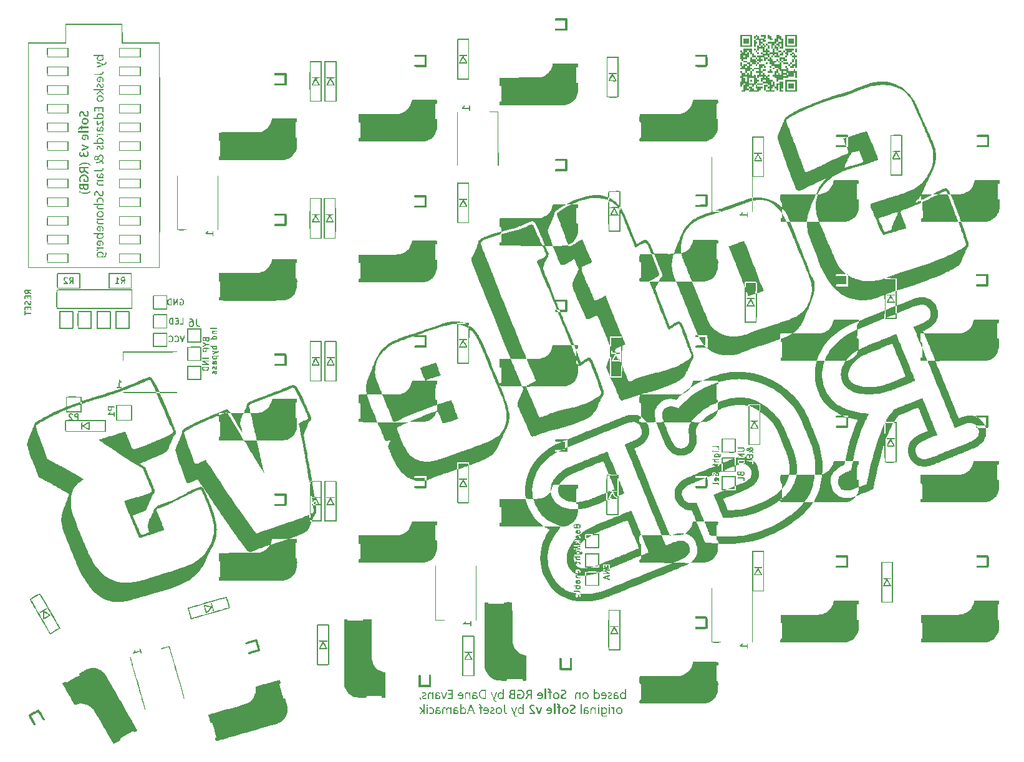
<source format=gbo>
G04 #@! TF.GenerationSoftware,KiCad,Pcbnew,(6.0.10)*
G04 #@! TF.CreationDate,2023-01-19T22:05:10+01:00*
G04 #@! TF.ProjectId,SofleKeyboard,536f666c-654b-4657-9962-6f6172642e6b,rev?*
G04 #@! TF.SameCoordinates,Original*
G04 #@! TF.FileFunction,Legend,Bot*
G04 #@! TF.FilePolarity,Positive*
%FSLAX46Y46*%
G04 Gerber Fmt 4.6, Leading zero omitted, Abs format (unit mm)*
G04 Created by KiCad (PCBNEW (6.0.10)) date 2023-01-19 22:05:10*
%MOMM*%
%LPD*%
G01*
G04 APERTURE LIST*
G04 APERTURE END LIST*
G36*
X95437694Y-60462499D02*
G01*
X95429545Y-60483516D01*
X95426648Y-60485356D01*
X95404998Y-60490357D01*
X95362123Y-60494567D01*
X95295673Y-60498017D01*
X95203299Y-60500741D01*
X95082653Y-60502770D01*
X94931385Y-60504138D01*
X94747147Y-60504876D01*
X94527590Y-60505018D01*
X94270365Y-60504595D01*
X93973123Y-60503641D01*
X92542269Y-60498198D01*
X92541267Y-60381684D01*
X92637598Y-60381684D01*
X95328007Y-60381684D01*
X95328007Y-59301284D01*
X92637598Y-59301284D01*
X92637598Y-60381684D01*
X92541267Y-60381684D01*
X92536667Y-59846780D01*
X92531064Y-59195362D01*
X93980230Y-59195362D01*
X94205969Y-59195406D01*
X94459860Y-59195623D01*
X94676582Y-59196085D01*
X94859058Y-59196859D01*
X95010208Y-59198010D01*
X95132954Y-59199607D01*
X95230217Y-59201716D01*
X95304919Y-59204403D01*
X95359980Y-59207737D01*
X95398324Y-59211784D01*
X95422869Y-59216610D01*
X95436539Y-59222284D01*
X95442254Y-59228871D01*
X95442714Y-59230451D01*
X95446015Y-59264915D01*
X95448978Y-59335235D01*
X95451487Y-59435665D01*
X95453423Y-59560461D01*
X95454671Y-59703875D01*
X95455113Y-59860164D01*
X95455088Y-59904577D01*
X95454295Y-60086990D01*
X95452287Y-60230853D01*
X95448937Y-60339303D01*
X95446254Y-60381684D01*
X95444115Y-60415474D01*
X95437694Y-60462499D01*
G37*
G36*
X187691614Y-97066781D02*
G01*
X187716544Y-97074863D01*
X187734012Y-97085990D01*
X187733901Y-97087183D01*
X187716205Y-97094688D01*
X187684263Y-97089429D01*
X187661088Y-97074903D01*
X187662944Y-97065386D01*
X187691614Y-97066781D01*
G37*
G36*
X161550192Y-131921134D02*
G01*
X161338349Y-131921134D01*
X161338349Y-130522969D01*
X161550192Y-130522969D01*
X161550192Y-131921134D01*
G37*
G36*
X115139420Y-117672275D02*
G01*
X115163935Y-117767520D01*
X115179061Y-117836040D01*
X115185825Y-117882520D01*
X115185255Y-117911643D01*
X115178377Y-117928093D01*
X115166153Y-117941442D01*
X115129216Y-117962151D01*
X115094104Y-117948283D01*
X115059336Y-117897941D01*
X115023431Y-117809225D01*
X114984906Y-117680237D01*
X114935059Y-117495136D01*
X114562516Y-117865600D01*
X114482381Y-117944822D01*
X114385952Y-118038833D01*
X114302221Y-118118977D01*
X114235479Y-118181208D01*
X114190016Y-118221478D01*
X114170124Y-118235738D01*
X114158976Y-118233883D01*
X114121888Y-118217421D01*
X114109849Y-118196004D01*
X114088216Y-118139610D01*
X114059590Y-118055331D01*
X114025956Y-117949973D01*
X113989299Y-117830339D01*
X113951604Y-117703235D01*
X113914856Y-117575466D01*
X113881041Y-117453837D01*
X113852144Y-117345152D01*
X113842850Y-117307572D01*
X114001897Y-117307572D01*
X114003298Y-117321015D01*
X114014379Y-117369365D01*
X114034294Y-117446325D01*
X114061267Y-117545085D01*
X114093524Y-117658839D01*
X114119377Y-117747235D01*
X114150181Y-117849018D01*
X114175898Y-117929981D01*
X114194399Y-117983468D01*
X114203554Y-118002824D01*
X114217302Y-117992181D01*
X114256735Y-117955851D01*
X114316623Y-117898357D01*
X114391958Y-117824512D01*
X114477734Y-117739132D01*
X114520879Y-117695590D01*
X114615009Y-117597523D01*
X114677719Y-117526638D01*
X114709399Y-117482470D01*
X114710444Y-117464558D01*
X114693269Y-117459350D01*
X114637803Y-117444969D01*
X114557818Y-117425717D01*
X114461534Y-117403416D01*
X114357173Y-117379888D01*
X114252953Y-117356952D01*
X114157095Y-117336432D01*
X114077819Y-117320147D01*
X114023347Y-117309920D01*
X114001897Y-117307572D01*
X113842850Y-117307572D01*
X113830150Y-117256216D01*
X113817044Y-117193835D01*
X113814811Y-117164813D01*
X113820288Y-117154569D01*
X113853231Y-117126995D01*
X113866892Y-117126992D01*
X113918089Y-117134421D01*
X114000466Y-117149799D01*
X114107952Y-117171909D01*
X114234476Y-117199533D01*
X114373966Y-117231453D01*
X114467859Y-117253207D01*
X114597162Y-117282446D01*
X114708372Y-117306736D01*
X114795712Y-117324852D01*
X114853402Y-117335572D01*
X114875661Y-117337672D01*
X114875868Y-117326953D01*
X114867585Y-117282688D01*
X114850701Y-117212854D01*
X114827310Y-117126591D01*
X114812496Y-117071559D01*
X114793388Y-116988593D01*
X114782789Y-116924993D01*
X114782699Y-116891315D01*
X114807592Y-116857663D01*
X114850054Y-116843271D01*
X114889991Y-116861481D01*
X114898489Y-116878053D01*
X114918657Y-116931881D01*
X114946913Y-117016252D01*
X114981343Y-117125222D01*
X115020036Y-117252849D01*
X115061079Y-117393189D01*
X115081404Y-117464558D01*
X115104489Y-117545622D01*
X115139420Y-117672275D01*
G37*
G36*
X185411647Y-97093531D02*
G01*
X185568472Y-97094861D01*
X185709226Y-97096968D01*
X185828650Y-97099867D01*
X185921488Y-97103575D01*
X185982481Y-97108109D01*
X186006372Y-97113486D01*
X186006723Y-97116099D01*
X185985999Y-97133825D01*
X185935692Y-97158615D01*
X185864628Y-97185959D01*
X185710909Y-97239057D01*
X185801326Y-97240729D01*
X185891743Y-97242402D01*
X185886064Y-97742460D01*
X185880384Y-98242519D01*
X185138933Y-98547058D01*
X185121653Y-98554156D01*
X184954313Y-98622974D01*
X184798587Y-98687151D01*
X184659074Y-98744781D01*
X184540372Y-98793962D01*
X184447080Y-98832788D01*
X184383794Y-98859353D01*
X184355113Y-98871754D01*
X184353173Y-98873981D01*
X184376606Y-98879448D01*
X184441476Y-98884046D01*
X184547111Y-98887754D01*
X184692836Y-98890552D01*
X184877977Y-98892423D01*
X185101860Y-98893345D01*
X185890976Y-98894778D01*
X185890976Y-98237016D01*
X185945316Y-98216356D01*
X185986337Y-98202663D01*
X186019461Y-98195696D01*
X186025210Y-98210431D01*
X186030976Y-98262658D01*
X186035412Y-98347704D01*
X186038260Y-98460406D01*
X186039266Y-98595604D01*
X186039057Y-98684632D01*
X186037532Y-98810507D01*
X186034242Y-98901912D01*
X186028842Y-98963868D01*
X186020992Y-99001394D01*
X186010347Y-99019513D01*
X186008382Y-99020645D01*
X185973706Y-99026725D01*
X185903466Y-99031683D01*
X185802859Y-99035557D01*
X185677079Y-99038386D01*
X185531321Y-99040210D01*
X185370781Y-99041068D01*
X185200654Y-99040998D01*
X185026135Y-99040041D01*
X184852419Y-99038235D01*
X184684702Y-99035618D01*
X184528179Y-99032231D01*
X184388044Y-99028112D01*
X184269495Y-99023301D01*
X184177724Y-99017836D01*
X184117929Y-99011757D01*
X184095303Y-99005102D01*
X184094740Y-98999540D01*
X184115618Y-98973045D01*
X184167687Y-98945722D01*
X184249191Y-98913715D01*
X184249191Y-97830728D01*
X184916497Y-97557710D01*
X185033852Y-97509660D01*
X185185805Y-97447329D01*
X185322986Y-97390930D01*
X185440503Y-97342478D01*
X185533467Y-97303991D01*
X185596987Y-97277486D01*
X185626172Y-97264981D01*
X185627792Y-97263963D01*
X185613080Y-97258358D01*
X185557546Y-97253598D01*
X185462509Y-97249724D01*
X185329289Y-97246778D01*
X185159203Y-97244802D01*
X184953570Y-97243835D01*
X184238599Y-97242402D01*
X184238599Y-97834994D01*
X184164814Y-97865823D01*
X184091029Y-97896653D01*
X184085373Y-98440461D01*
X184079717Y-98984268D01*
X183921669Y-99046975D01*
X183881070Y-99062926D01*
X183816400Y-99086336D01*
X183777186Y-99095165D01*
X183754152Y-99090813D01*
X183738025Y-99074677D01*
X183713827Y-99055225D01*
X183663045Y-99046666D01*
X183655371Y-99047992D01*
X183621146Y-99068384D01*
X183607379Y-99117742D01*
X183604622Y-99137363D01*
X183590117Y-99170598D01*
X183555658Y-99196519D01*
X183490865Y-99224650D01*
X183454238Y-99239420D01*
X183407900Y-99263447D01*
X183388810Y-99287410D01*
X183388144Y-99319451D01*
X183388790Y-99323769D01*
X183414927Y-99412119D01*
X183459230Y-99468270D01*
X183518388Y-99487939D01*
X183560739Y-99481481D01*
X183611962Y-99443491D01*
X183638398Y-99373672D01*
X183638614Y-99274567D01*
X183633856Y-99229496D01*
X183634585Y-99186070D01*
X183649018Y-99163033D01*
X183681560Y-99147338D01*
X183718531Y-99137452D01*
X183758301Y-99147458D01*
X183759840Y-99149138D01*
X183776536Y-99190421D01*
X183786797Y-99257697D01*
X183789966Y-99336125D01*
X183785389Y-99410865D01*
X183772411Y-99467077D01*
X183754007Y-99504114D01*
X183689491Y-99578966D01*
X183607657Y-99623345D01*
X183517423Y-99636863D01*
X183427708Y-99619129D01*
X183347432Y-99569753D01*
X183285513Y-99488347D01*
X183258520Y-99429130D01*
X183244942Y-99367985D01*
X183260670Y-99326423D01*
X183306489Y-99297281D01*
X183310374Y-99295647D01*
X183352620Y-99273976D01*
X183369963Y-99257638D01*
X183369876Y-99255576D01*
X183353275Y-99213801D01*
X183315814Y-99160514D01*
X183268850Y-99109832D01*
X183223741Y-99075874D01*
X183209707Y-99068977D01*
X183111048Y-99042517D01*
X183018152Y-99057999D01*
X182930156Y-99115540D01*
X182915201Y-99129411D01*
X182879381Y-99167691D01*
X182858676Y-99206466D01*
X182847541Y-99259685D01*
X182840434Y-99341296D01*
X182829842Y-99494579D01*
X182556280Y-99607444D01*
X182498143Y-99631427D01*
X182388296Y-99676485D01*
X182310003Y-99707620D01*
X182257923Y-99726357D01*
X182226715Y-99734225D01*
X182211037Y-99732748D01*
X182205547Y-99723455D01*
X182204904Y-99707872D01*
X182191626Y-99667716D01*
X182158843Y-99621707D01*
X182112782Y-99572677D01*
X181360500Y-99572677D01*
X181319178Y-99572678D01*
X181128526Y-99572771D01*
X180975024Y-99573196D01*
X180854295Y-99574204D01*
X180761962Y-99576048D01*
X180693649Y-99578978D01*
X180644978Y-99583247D01*
X180611574Y-99589106D01*
X180589058Y-99596807D01*
X180573056Y-99606600D01*
X180559189Y-99618738D01*
X180521905Y-99673774D01*
X180512512Y-99747203D01*
X180540204Y-99817544D01*
X180541042Y-99818675D01*
X180551854Y-99830012D01*
X180568456Y-99839122D01*
X180595422Y-99846346D01*
X180637322Y-99852026D01*
X180698729Y-99856505D01*
X180784214Y-99860126D01*
X180898349Y-99863230D01*
X181045706Y-99866159D01*
X181230857Y-99869257D01*
X181891465Y-99879849D01*
X180941304Y-100268841D01*
X180868411Y-100298704D01*
X180607281Y-100406133D01*
X180381117Y-100500089D01*
X180186372Y-100582205D01*
X180019497Y-100654114D01*
X179876946Y-100717449D01*
X179755170Y-100773843D01*
X179650623Y-100824930D01*
X179559755Y-100872342D01*
X179479019Y-100917713D01*
X179404869Y-100962676D01*
X179333756Y-101008864D01*
X179176041Y-101124493D01*
X179012389Y-101276687D01*
X178886447Y-101438625D01*
X178795703Y-101613660D01*
X178737648Y-101805144D01*
X178720834Y-101918614D01*
X178722596Y-102118156D01*
X178760226Y-102318847D01*
X178830594Y-102514270D01*
X178930566Y-102698007D01*
X179057012Y-102863641D01*
X179206800Y-103004753D01*
X179376798Y-103114927D01*
X179423067Y-103138501D01*
X179498294Y-103174248D01*
X179569828Y-103203071D01*
X179642782Y-103225533D01*
X179722269Y-103242195D01*
X179813403Y-103253619D01*
X179921298Y-103260367D01*
X180051066Y-103263001D01*
X180207822Y-103262083D01*
X180396678Y-103258175D01*
X180622748Y-103251838D01*
X180745930Y-103248156D01*
X181242327Y-104466255D01*
X181253555Y-104493808D01*
X181340986Y-104708498D01*
X181423650Y-104911709D01*
X181500143Y-105099974D01*
X181569059Y-105269823D01*
X181628994Y-105417787D01*
X181678541Y-105540399D01*
X181716295Y-105634188D01*
X181740853Y-105695686D01*
X181750807Y-105721426D01*
X181751241Y-105722819D01*
X181751816Y-105733918D01*
X181743015Y-105742450D01*
X181720126Y-105748750D01*
X181678434Y-105753153D01*
X181613227Y-105755994D01*
X181519792Y-105757609D01*
X181393415Y-105758332D01*
X181229383Y-105758498D01*
X181211649Y-105758499D01*
X181051442Y-105758708D01*
X180928413Y-105759511D01*
X180837834Y-105761244D01*
X180774976Y-105764240D01*
X180735109Y-105768836D01*
X180713504Y-105775366D01*
X180705432Y-105784166D01*
X180706164Y-105795571D01*
X180709215Y-105804049D01*
X180726314Y-105847775D01*
X180756925Y-105924501D01*
X180799498Y-106030424D01*
X180852486Y-106161740D01*
X180914340Y-106314644D01*
X180983510Y-106485335D01*
X181058450Y-106670007D01*
X181137609Y-106864859D01*
X181219440Y-107066085D01*
X181302394Y-107269883D01*
X181384923Y-107472448D01*
X181465478Y-107669979D01*
X181542510Y-107858670D01*
X181614470Y-108034718D01*
X181679812Y-108194320D01*
X181736985Y-108333672D01*
X181784441Y-108448971D01*
X181820632Y-108536413D01*
X181844009Y-108592194D01*
X181853024Y-108612511D01*
X181872911Y-108616592D01*
X181929596Y-108624061D01*
X182017062Y-108634144D01*
X182129380Y-108646258D01*
X182260621Y-108659817D01*
X182404857Y-108674240D01*
X182556159Y-108688941D01*
X182708599Y-108703338D01*
X182856247Y-108716847D01*
X182993176Y-108728885D01*
X183113457Y-108738867D01*
X183211160Y-108746210D01*
X183280594Y-108751142D01*
X183394149Y-108759830D01*
X183491069Y-108768011D01*
X183562805Y-108774947D01*
X183600807Y-108779897D01*
X183651506Y-108790186D01*
X183639623Y-109207411D01*
X183634658Y-109357792D01*
X183628484Y-109482652D01*
X183620379Y-109583005D01*
X183609391Y-109667988D01*
X183594569Y-109746742D01*
X183574961Y-109828406D01*
X183492136Y-110083619D01*
X183365201Y-110350540D01*
X183204277Y-110594310D01*
X183011380Y-110812337D01*
X182788526Y-111002033D01*
X182537731Y-111160807D01*
X182531122Y-111164360D01*
X182391391Y-111233476D01*
X182253297Y-111288421D01*
X182105841Y-111332509D01*
X181938025Y-111369050D01*
X181738849Y-111401357D01*
X181736905Y-111401591D01*
X181699533Y-111403405D01*
X181627221Y-111405092D01*
X181525123Y-111406637D01*
X181398392Y-111408025D01*
X181252181Y-111409241D01*
X181091646Y-111410270D01*
X180921940Y-111411096D01*
X180748216Y-111411704D01*
X180575629Y-111412080D01*
X180409331Y-111412209D01*
X180254479Y-111412074D01*
X180116224Y-111411662D01*
X179999721Y-111410957D01*
X179910123Y-111409945D01*
X179852585Y-111408609D01*
X179832261Y-111406935D01*
X179837959Y-111400418D01*
X179869819Y-111375719D01*
X179920337Y-111340871D01*
X179931291Y-111333434D01*
X180016617Y-111266773D01*
X180117045Y-111176841D01*
X180223500Y-111072798D01*
X180326908Y-110963802D01*
X180418195Y-110859014D01*
X180488286Y-110767592D01*
X180489671Y-110765588D01*
X180573541Y-110634649D01*
X180641837Y-110504419D01*
X180701225Y-110360615D01*
X180758372Y-110188957D01*
X180767626Y-110158253D01*
X180785860Y-110091610D01*
X180798720Y-110029175D01*
X180807167Y-109961634D01*
X180812168Y-109879673D01*
X180814685Y-109773976D01*
X180815684Y-109635229D01*
X180815842Y-109563631D01*
X180815106Y-109441923D01*
X180812139Y-109348069D01*
X180805982Y-109272283D01*
X180795672Y-109204783D01*
X180780250Y-109135782D01*
X180758754Y-109055495D01*
X180676624Y-108804238D01*
X180547335Y-108515838D01*
X180389251Y-108256934D01*
X180203210Y-108028524D01*
X179990048Y-107831606D01*
X179750602Y-107667178D01*
X179485709Y-107536241D01*
X179439654Y-107517802D01*
X179347466Y-107483423D01*
X179267314Y-107456627D01*
X179212619Y-107442042D01*
X179197845Y-107439032D01*
X179151750Y-107425099D01*
X179133178Y-107411529D01*
X179133206Y-107411177D01*
X179151139Y-107392296D01*
X179195869Y-107359133D01*
X179258054Y-107318635D01*
X179345741Y-107258156D01*
X179469167Y-107157425D01*
X179595202Y-107040079D01*
X179712514Y-106916805D01*
X179809773Y-106798287D01*
X179915507Y-106635482D01*
X180013062Y-106447303D01*
X180093988Y-106251588D01*
X180150264Y-106065595D01*
X180162263Y-106013740D01*
X180185278Y-105912977D01*
X180204268Y-105844048D01*
X180225333Y-105800843D01*
X180254575Y-105777253D01*
X180298094Y-105767169D01*
X180361992Y-105764480D01*
X180452370Y-105763078D01*
X180527960Y-105760516D01*
X180606451Y-105756383D01*
X180659895Y-105751759D01*
X180679633Y-105747245D01*
X180676596Y-105738424D01*
X180659986Y-105695601D01*
X180630753Y-105621981D01*
X180590995Y-105522750D01*
X180542812Y-105403095D01*
X180488304Y-105268200D01*
X180429570Y-105123250D01*
X180368709Y-104973433D01*
X180307821Y-104823931D01*
X180249006Y-104679932D01*
X180194362Y-104546621D01*
X180145989Y-104429182D01*
X180082519Y-104275596D01*
X179973278Y-104275471D01*
X179880649Y-104271558D01*
X179724554Y-104253862D01*
X179555178Y-104224419D01*
X179387718Y-104185999D01*
X179237375Y-104141370D01*
X179100131Y-104089554D01*
X178827545Y-103954605D01*
X178580318Y-103786594D01*
X178359884Y-103587125D01*
X178167676Y-103357798D01*
X178005128Y-103100218D01*
X177873675Y-102815986D01*
X177774749Y-102506705D01*
X177747750Y-102367225D01*
X177729922Y-102194548D01*
X177723471Y-102010154D01*
X177728425Y-101827168D01*
X177744813Y-101658714D01*
X177772661Y-101517918D01*
X177857121Y-101262403D01*
X177983477Y-100994588D01*
X178143185Y-100751250D01*
X178338303Y-100529313D01*
X178570891Y-100325703D01*
X178626102Y-100283494D01*
X178731181Y-100207060D01*
X178838484Y-100134957D01*
X178952177Y-100065069D01*
X179076431Y-99995284D01*
X179215412Y-99923485D01*
X179373290Y-99847561D01*
X179554233Y-99765396D01*
X179762408Y-99674876D01*
X180001985Y-99573887D01*
X180277131Y-99460315D01*
X180403968Y-99408345D01*
X180606200Y-99325446D01*
X180833578Y-99232208D01*
X181077975Y-99131963D01*
X181331267Y-99028046D01*
X181585327Y-98923789D01*
X181832031Y-98822525D01*
X182063252Y-98727588D01*
X182090714Y-98716313D01*
X182320703Y-98622139D01*
X182514923Y-98543181D01*
X182676328Y-98478336D01*
X182807873Y-98426499D01*
X182912512Y-98386566D01*
X182993201Y-98357432D01*
X183052895Y-98337994D01*
X183094547Y-98327146D01*
X183121114Y-98323784D01*
X183135550Y-98326804D01*
X183136073Y-98327128D01*
X183185896Y-98340839D01*
X183226290Y-98324464D01*
X183242936Y-98283743D01*
X183245034Y-98271326D01*
X183275065Y-98236504D01*
X183343562Y-98200056D01*
X183444187Y-98156757D01*
X183343562Y-98155042D01*
X183327110Y-98154847D01*
X183273285Y-98157652D01*
X183248758Y-98169680D01*
X183242936Y-98195152D01*
X183241399Y-98204469D01*
X183218216Y-98238786D01*
X183178481Y-98270537D01*
X183136836Y-98289800D01*
X183107924Y-98286650D01*
X183098899Y-98261532D01*
X183094646Y-98213350D01*
X183092530Y-98179578D01*
X183079223Y-98161446D01*
X183044332Y-98154470D01*
X182977467Y-98153327D01*
X182911486Y-98150764D01*
X182866860Y-98140043D01*
X182846990Y-98118671D01*
X182842103Y-98101906D01*
X182851283Y-98055287D01*
X182898620Y-98024039D01*
X182982668Y-98009328D01*
X182994615Y-98008565D01*
X183056378Y-98000425D01*
X183091352Y-97982847D01*
X183113093Y-97949625D01*
X183137319Y-97917248D01*
X183178802Y-97901137D01*
X183217583Y-97914810D01*
X183239113Y-97957372D01*
X183243681Y-97977483D01*
X183256941Y-97992729D01*
X183286876Y-98000985D01*
X183342047Y-98004378D01*
X183431019Y-98005037D01*
X183521853Y-98007323D01*
X183607304Y-98016732D01*
X183654409Y-98033008D01*
X183668433Y-98044607D01*
X183672395Y-98059943D01*
X183648100Y-98076489D01*
X183589609Y-98100426D01*
X183486556Y-98139873D01*
X183555136Y-98157728D01*
X183560392Y-98159150D01*
X183612603Y-98185723D01*
X183636346Y-98233304D01*
X183646460Y-98277262D01*
X183660748Y-98321188D01*
X183677859Y-98340001D01*
X183704089Y-98343986D01*
X183723825Y-98342158D01*
X183769759Y-98315629D01*
X183791133Y-98263982D01*
X183786146Y-98195524D01*
X183752995Y-98118561D01*
X183712420Y-98052019D01*
X183901364Y-97973703D01*
X184090309Y-97895386D01*
X184090309Y-97520170D01*
X184090619Y-97434167D01*
X184092991Y-97301211D01*
X184097849Y-97206312D01*
X184105370Y-97146682D01*
X184115730Y-97119532D01*
X184116158Y-97119182D01*
X184144525Y-97113681D01*
X184209397Y-97108788D01*
X184305517Y-97104519D01*
X184427627Y-97100892D01*
X184570469Y-97097922D01*
X184728786Y-97095627D01*
X184897320Y-97094024D01*
X185070814Y-97093128D01*
X185244008Y-97092959D01*
X185411647Y-97093531D01*
G37*
G36*
X105196009Y-123032407D02*
G01*
X105215128Y-123045405D01*
X105232921Y-123073093D01*
X105252526Y-123122013D01*
X105277084Y-123198704D01*
X105309735Y-123309708D01*
X105332529Y-123389835D01*
X105364031Y-123509643D01*
X105382299Y-123596773D01*
X105387970Y-123655916D01*
X105381684Y-123691766D01*
X105364079Y-123709016D01*
X105361062Y-123710225D01*
X105311889Y-123715570D01*
X105273572Y-123685600D01*
X105241439Y-123616801D01*
X105231553Y-123588005D01*
X105211274Y-123529479D01*
X105198509Y-123493385D01*
X105186240Y-123486584D01*
X105153202Y-123487874D01*
X105095576Y-123498508D01*
X105009415Y-123519356D01*
X104890768Y-123551287D01*
X104735686Y-123595167D01*
X104675411Y-123612303D01*
X104547474Y-123647473D01*
X104435079Y-123676757D01*
X104344493Y-123698609D01*
X104281985Y-123711487D01*
X104253824Y-123713846D01*
X104226225Y-123696947D01*
X104213708Y-123659195D01*
X104233841Y-123602605D01*
X104287210Y-123523837D01*
X104328787Y-123463928D01*
X104373779Y-123384585D01*
X104401641Y-123317558D01*
X104424070Y-123263088D01*
X104461838Y-123221765D01*
X104500803Y-123214771D01*
X104532871Y-123239123D01*
X104549946Y-123291843D01*
X104543933Y-123369949D01*
X104541860Y-123378611D01*
X104521392Y-123439571D01*
X104497783Y-123482838D01*
X104485889Y-123498066D01*
X104485485Y-123509554D01*
X104519289Y-123501228D01*
X104521339Y-123500583D01*
X104560624Y-123488819D01*
X104627496Y-123469285D01*
X104713420Y-123444425D01*
X104809860Y-123416683D01*
X104908280Y-123388503D01*
X105000146Y-123362331D01*
X105076922Y-123340610D01*
X105130072Y-123325785D01*
X105151060Y-123320300D01*
X105150172Y-123311819D01*
X105140488Y-123273010D01*
X105123499Y-123213390D01*
X105106808Y-123145357D01*
X105103744Y-123074410D01*
X105126158Y-123035636D01*
X105174393Y-123027784D01*
X105196009Y-123032407D01*
G37*
G36*
X110223242Y-80518205D02*
G01*
X110316989Y-80574983D01*
X110392938Y-80660329D01*
X110443600Y-80769564D01*
X110459561Y-80833797D01*
X110473725Y-80978014D01*
X110459020Y-81114332D01*
X110417529Y-81235461D01*
X110351338Y-81334110D01*
X110262531Y-81402988D01*
X110240066Y-81413146D01*
X110149239Y-81434264D01*
X110050607Y-81434130D01*
X109959596Y-81413914D01*
X109891636Y-81374791D01*
X109881705Y-81364812D01*
X109849458Y-81310549D01*
X109851332Y-81264515D01*
X109880353Y-81234872D01*
X109929548Y-81229780D01*
X109991943Y-81257401D01*
X110067235Y-81286589D01*
X110151273Y-81283384D01*
X110226170Y-81248393D01*
X110259854Y-81210488D01*
X110296314Y-81129955D01*
X110316871Y-81030578D01*
X110320388Y-80924890D01*
X110305731Y-80825426D01*
X110271765Y-80744719D01*
X110268718Y-80740356D01*
X110223414Y-80697448D01*
X110164196Y-80662873D01*
X110139537Y-80653065D01*
X110097412Y-80643331D01*
X110055810Y-80650883D01*
X109995935Y-80677335D01*
X109951596Y-80696626D01*
X109887938Y-80710555D01*
X109851121Y-80693686D01*
X109839266Y-80645640D01*
X109840402Y-80630776D01*
X109864872Y-80582662D01*
X109924116Y-80542059D01*
X110021913Y-80506079D01*
X110119186Y-80494674D01*
X110223242Y-80518205D01*
G37*
G36*
X158542358Y-130682856D02*
G01*
X158641252Y-130715517D01*
X158675600Y-130732760D01*
X158714205Y-130759841D01*
X158729783Y-130793832D01*
X158732678Y-130849939D01*
X158732678Y-130940102D01*
X158613179Y-130879826D01*
X158602071Y-130874256D01*
X158521779Y-130838040D01*
X158461223Y-130822894D01*
X158406106Y-130827213D01*
X158342129Y-130849392D01*
X158289542Y-130882006D01*
X158251044Y-130944160D01*
X158240894Y-131034800D01*
X158244457Y-131069553D01*
X158266306Y-131133292D01*
X158311619Y-131201090D01*
X158384718Y-131278804D01*
X158489925Y-131372291D01*
X158552549Y-131426800D01*
X158653956Y-131527894D01*
X158724070Y-131621327D01*
X158767619Y-131714056D01*
X158789330Y-131813042D01*
X158802132Y-131921134D01*
X158012411Y-131921134D01*
X158012411Y-131751659D01*
X158287807Y-131751659D01*
X158311559Y-131751634D01*
X158422428Y-131749870D01*
X158500655Y-131743128D01*
X158546175Y-131728341D01*
X158558924Y-131702441D01*
X158538836Y-131662360D01*
X158485847Y-131605031D01*
X158399890Y-131527385D01*
X158280902Y-131426356D01*
X158266426Y-131414090D01*
X158166298Y-131319045D01*
X158099010Y-131230624D01*
X158059068Y-131139938D01*
X158040981Y-131038100D01*
X158039178Y-131005130D01*
X158051883Y-130887995D01*
X158098105Y-130794171D01*
X158179722Y-130719346D01*
X158221271Y-130698090D01*
X158317766Y-130674263D01*
X158429662Y-130669145D01*
X158542358Y-130682856D01*
G37*
G36*
X186029055Y-96376358D02*
G01*
X186026326Y-96404103D01*
X186024733Y-96407214D01*
X186015618Y-96414691D01*
X185996664Y-96420785D01*
X185964257Y-96425599D01*
X185914784Y-96429239D01*
X185844629Y-96431810D01*
X185750179Y-96433417D01*
X185627820Y-96434166D01*
X185473937Y-96434162D01*
X185284916Y-96433510D01*
X185057143Y-96432316D01*
X184100901Y-96426805D01*
X184100093Y-96289107D01*
X184238599Y-96289107D01*
X185890976Y-96289107D01*
X185890976Y-94636730D01*
X184238599Y-94636730D01*
X184238599Y-96289107D01*
X184100093Y-96289107D01*
X184095383Y-95486542D01*
X184094640Y-95340001D01*
X184094119Y-95116062D01*
X184094620Y-94931138D01*
X184096182Y-94783105D01*
X184098848Y-94669836D01*
X184102656Y-94589205D01*
X184107648Y-94539088D01*
X184113865Y-94517359D01*
X184137784Y-94510691D01*
X184199353Y-94504458D01*
X184292979Y-94499104D01*
X184413358Y-94494638D01*
X184555185Y-94491069D01*
X184713156Y-94488409D01*
X184881967Y-94486665D01*
X185056314Y-94485848D01*
X185230891Y-94485968D01*
X185400396Y-94487035D01*
X185559523Y-94489058D01*
X185702968Y-94492048D01*
X185825428Y-94496013D01*
X185921596Y-94500964D01*
X185986170Y-94506910D01*
X186013845Y-94513861D01*
X186020099Y-94530323D01*
X186025624Y-94570538D01*
X186030097Y-94636855D01*
X186033594Y-94731984D01*
X186036185Y-94858636D01*
X186037946Y-95019521D01*
X186038949Y-95217349D01*
X186039266Y-95454831D01*
X186039157Y-95573756D01*
X186038529Y-95760611D01*
X186037397Y-95932268D01*
X186035821Y-96084201D01*
X186033865Y-96211879D01*
X186032088Y-96289107D01*
X186031589Y-96310774D01*
X186029055Y-96376358D01*
G37*
G36*
X99659629Y-46097296D02*
G01*
X99574883Y-46084212D01*
X99456372Y-46043500D01*
X99371271Y-45978375D01*
X99317715Y-45887162D01*
X99293843Y-45768185D01*
X99294136Y-45736457D01*
X99407089Y-45736457D01*
X99421084Y-45819907D01*
X99468855Y-45890964D01*
X99471260Y-45893153D01*
X99527141Y-45927123D01*
X99593610Y-45948181D01*
X99670793Y-45960706D01*
X99670793Y-45724906D01*
X99669562Y-45613343D01*
X99663641Y-45539018D01*
X99649701Y-45498170D01*
X99624419Y-45486351D01*
X99584469Y-45499116D01*
X99526524Y-45532019D01*
X99473528Y-45575325D01*
X99425145Y-45651352D01*
X99407089Y-45736457D01*
X99294136Y-45736457D01*
X99294624Y-45683576D01*
X99324959Y-45565233D01*
X99389292Y-45469892D01*
X99485532Y-45399446D01*
X99611591Y-45355790D01*
X99765377Y-45340817D01*
X99804949Y-45341713D01*
X99945993Y-45363547D01*
X100056354Y-45414352D01*
X100135703Y-45493828D01*
X100183712Y-45601675D01*
X100200052Y-45737594D01*
X100197415Y-45796621D01*
X100185200Y-45885059D01*
X100166324Y-45954733D01*
X100162791Y-45963463D01*
X100137583Y-46013396D01*
X100108304Y-46035140D01*
X100061117Y-46039899D01*
X99989986Y-46039899D01*
X100030087Y-45971050D01*
X100071509Y-45876595D01*
X100088062Y-45769078D01*
X100073126Y-45670278D01*
X100029117Y-45587096D01*
X99958448Y-45526428D01*
X99863534Y-45495173D01*
X99776714Y-45483528D01*
X99776714Y-46109380D01*
X99659629Y-46097296D01*
G37*
G36*
X115302978Y-79479656D02*
G01*
X115418385Y-79480869D01*
X115502164Y-79483391D01*
X115559747Y-79487626D01*
X115596567Y-79493978D01*
X115618054Y-79502850D01*
X115629641Y-79514646D01*
X115640462Y-79542774D01*
X115624060Y-79583495D01*
X115617717Y-79589661D01*
X115597547Y-79599730D01*
X115562821Y-79607053D01*
X115507976Y-79612038D01*
X115427452Y-79615093D01*
X115315688Y-79616627D01*
X115167123Y-79617047D01*
X115057131Y-79616814D01*
X114926216Y-79615135D01*
X114829644Y-79610966D01*
X114762627Y-79603296D01*
X114720375Y-79591118D01*
X114698099Y-79573422D01*
X114691008Y-79549198D01*
X114694313Y-79517439D01*
X114695634Y-79512232D01*
X114703359Y-79500862D01*
X114721479Y-79492451D01*
X114755323Y-79486558D01*
X114810220Y-79482742D01*
X114891497Y-79480563D01*
X115004485Y-79479579D01*
X115154512Y-79479349D01*
X115302978Y-79479656D01*
G37*
G36*
X89837074Y-75791108D02*
G01*
X89888758Y-75823285D01*
X89937636Y-75873493D01*
X89977774Y-75945402D01*
X90016230Y-76049173D01*
X90034722Y-76103282D01*
X90060799Y-76162975D01*
X90087613Y-76197082D01*
X90121319Y-76215337D01*
X90168757Y-76223041D01*
X90220543Y-76201536D01*
X90253438Y-76144997D01*
X90264955Y-76056177D01*
X90264257Y-76028254D01*
X90256987Y-75955364D01*
X90244364Y-75900762D01*
X90235187Y-75867098D01*
X90239239Y-75811625D01*
X90266578Y-75777997D01*
X90309142Y-75773050D01*
X90358870Y-75803625D01*
X90379563Y-75830140D01*
X90394988Y-75870834D01*
X90404383Y-75933045D01*
X90410135Y-76027191D01*
X90417618Y-76206983D01*
X90333186Y-76291415D01*
X90327280Y-76297283D01*
X90271221Y-76346261D01*
X90222994Y-76369755D01*
X90166821Y-76375767D01*
X90136062Y-76374478D01*
X90041539Y-76349477D01*
X89965891Y-76290831D01*
X89906854Y-76196219D01*
X89862166Y-76063321D01*
X89832799Y-75990143D01*
X89787476Y-75939074D01*
X89757002Y-75921081D01*
X89724200Y-75917140D01*
X89682722Y-75939399D01*
X89640432Y-75980160D01*
X89612664Y-76057389D01*
X89618748Y-76159857D01*
X89619372Y-76163010D01*
X89630883Y-76235678D01*
X89637222Y-76301701D01*
X89637125Y-76331101D01*
X89624530Y-76358865D01*
X89587342Y-76365254D01*
X89553826Y-76357480D01*
X89510463Y-76313013D01*
X89480685Y-76230388D01*
X89465183Y-76111042D01*
X89464122Y-76069603D01*
X89480649Y-75959536D01*
X89529419Y-75872933D01*
X89613343Y-75803755D01*
X89670164Y-75775642D01*
X89752541Y-75764096D01*
X89837074Y-75791108D01*
G37*
G36*
X179656020Y-110209092D02*
G01*
X179542082Y-110346851D01*
X179393797Y-110480756D01*
X179207323Y-110615408D01*
X179141773Y-110657422D01*
X179038169Y-110718884D01*
X178922912Y-110781203D01*
X178791294Y-110846608D01*
X178638605Y-110917328D01*
X178460138Y-110995593D01*
X178251182Y-111083632D01*
X178007029Y-111183675D01*
X177463448Y-111404120D01*
X178638389Y-111414712D01*
X179813331Y-111425304D01*
X179626841Y-111534635D01*
X179593901Y-111553711D01*
X179478186Y-111618349D01*
X179353333Y-111685381D01*
X179241172Y-111743014D01*
X179232698Y-111747046D01*
X179180872Y-111769916D01*
X179092441Y-111807596D01*
X178969433Y-111859260D01*
X178813874Y-111924084D01*
X178627788Y-112001243D01*
X178413203Y-112089910D01*
X178172144Y-112189263D01*
X177906638Y-112298474D01*
X177618710Y-112416720D01*
X177310386Y-112543175D01*
X176983693Y-112677014D01*
X176640657Y-112817412D01*
X176283303Y-112963545D01*
X175913657Y-113114586D01*
X175533747Y-113269712D01*
X175145597Y-113428096D01*
X174751234Y-113588915D01*
X174352683Y-113751342D01*
X173951971Y-113914553D01*
X173551125Y-114077723D01*
X173152169Y-114240027D01*
X172757130Y-114400639D01*
X172368033Y-114558735D01*
X171986906Y-114713489D01*
X171615774Y-114864078D01*
X171256663Y-115009674D01*
X170911599Y-115149454D01*
X170582608Y-115282593D01*
X170271717Y-115408265D01*
X169980950Y-115525645D01*
X169712335Y-115633909D01*
X169467897Y-115732231D01*
X169249662Y-115819786D01*
X169059657Y-115895749D01*
X168899907Y-115959295D01*
X168772438Y-116009599D01*
X168679277Y-116045837D01*
X168622450Y-116067182D01*
X168166259Y-116220841D01*
X167711650Y-116354147D01*
X167267727Y-116464545D01*
X166839828Y-116550832D01*
X166433291Y-116611804D01*
X166053457Y-116646258D01*
X165974386Y-116650719D01*
X165844280Y-116657545D01*
X165736788Y-116661915D01*
X165641090Y-116663841D01*
X165546367Y-116663340D01*
X165441800Y-116660423D01*
X165316570Y-116655105D01*
X165159856Y-116647400D01*
X165042384Y-116640772D01*
X164541522Y-116595506D01*
X164071494Y-116523709D01*
X163629857Y-116424548D01*
X163214168Y-116297192D01*
X162821985Y-116140807D01*
X162450864Y-115954560D01*
X162098361Y-115737619D01*
X161762035Y-115489150D01*
X161626777Y-115377027D01*
X161264856Y-115040200D01*
X160933138Y-114674852D01*
X160632672Y-114282881D01*
X160364507Y-113866184D01*
X160129693Y-113426661D01*
X159929279Y-112966210D01*
X159764315Y-112486728D01*
X159635848Y-111990113D01*
X159544929Y-111478265D01*
X159533849Y-111383973D01*
X159519871Y-111202908D01*
X159511087Y-110998380D01*
X159507495Y-110781308D01*
X159509095Y-110562611D01*
X159515886Y-110353207D01*
X159527866Y-110164015D01*
X159545037Y-110005954D01*
X159633188Y-109501748D01*
X159757222Y-108998591D01*
X159916160Y-108511391D01*
X160111827Y-108035215D01*
X160346047Y-107565129D01*
X160620644Y-107096200D01*
X160663703Y-107027188D01*
X160705916Y-106958320D01*
X160734606Y-106910046D01*
X160745188Y-106889958D01*
X160745114Y-106889649D01*
X160725650Y-106875879D01*
X160678420Y-106849237D01*
X160613081Y-106815190D01*
X160549308Y-106781469D01*
X160456016Y-106729619D01*
X160351171Y-106669478D01*
X160247652Y-106608338D01*
X160014329Y-106468173D01*
X161145737Y-106462690D01*
X161251102Y-106462217D01*
X161460121Y-106461511D01*
X161654218Y-106461162D01*
X161829471Y-106461157D01*
X161981960Y-106461487D01*
X162107764Y-106462139D01*
X162202963Y-106463103D01*
X162263635Y-106464367D01*
X162285861Y-106465921D01*
X162280250Y-106477839D01*
X162252837Y-106519638D01*
X162205792Y-106586924D01*
X162142434Y-106675036D01*
X162066087Y-106779312D01*
X161980071Y-106895091D01*
X161886278Y-107021571D01*
X161713157Y-107262472D01*
X161562118Y-107484424D01*
X161428174Y-107695137D01*
X161306335Y-107902322D01*
X161191613Y-108113687D01*
X161122465Y-108249347D01*
X160925934Y-108681201D01*
X160768264Y-109109226D01*
X160647867Y-109538824D01*
X160563154Y-109975396D01*
X160512540Y-110424345D01*
X160502303Y-110820259D01*
X160528754Y-111230461D01*
X160590450Y-111646241D01*
X160685754Y-112061540D01*
X160813026Y-112470296D01*
X160970629Y-112866448D01*
X161156923Y-113243935D01*
X161370269Y-113596697D01*
X161377695Y-113607765D01*
X161610020Y-113924231D01*
X161866996Y-114221768D01*
X162144047Y-114496483D01*
X162436595Y-114744487D01*
X162740064Y-114961888D01*
X163049875Y-115144795D01*
X163361452Y-115289318D01*
X163469248Y-115329092D01*
X163626478Y-115380260D01*
X163800843Y-115431432D01*
X163978857Y-115478864D01*
X164147034Y-115518814D01*
X164291889Y-115547540D01*
X164333845Y-115554751D01*
X164390789Y-115565985D01*
X164414178Y-115575360D01*
X164409553Y-115586198D01*
X164382455Y-115601818D01*
X164340423Y-115629590D01*
X164305754Y-115675706D01*
X164287978Y-115743340D01*
X164282970Y-115842472D01*
X164283875Y-115896310D01*
X164291052Y-115953455D01*
X164309707Y-115994301D01*
X164344893Y-116034523D01*
X164362793Y-116051408D01*
X164420621Y-116086857D01*
X164492438Y-116096447D01*
X164506761Y-116096305D01*
X164552112Y-116091104D01*
X164583664Y-116073025D01*
X164606261Y-116034787D01*
X164624750Y-115969111D01*
X164643973Y-115868715D01*
X164646108Y-115856702D01*
X164661134Y-115781700D01*
X164675332Y-115738910D01*
X164692903Y-115719623D01*
X164718047Y-115715129D01*
X164720209Y-115715145D01*
X164776157Y-115732335D01*
X164804381Y-115780553D01*
X164803703Y-115857831D01*
X164791737Y-115931744D01*
X164785435Y-115992724D01*
X164790031Y-116027206D01*
X164807007Y-116043538D01*
X164837847Y-116050072D01*
X164857191Y-116051196D01*
X164896210Y-116037881D01*
X164927880Y-115992867D01*
X164937433Y-115971534D01*
X164957763Y-115880044D01*
X164955794Y-115781860D01*
X164931283Y-115698189D01*
X164901697Y-115640984D01*
X165561516Y-115640984D01*
X165598028Y-115640972D01*
X165795193Y-115640331D01*
X165957374Y-115638520D01*
X166090898Y-115635269D01*
X166202091Y-115630308D01*
X166297280Y-115623368D01*
X166382792Y-115614179D01*
X166464955Y-115602471D01*
X166732081Y-115555907D01*
X167176884Y-115459370D01*
X167636130Y-115336187D01*
X168117332Y-115184458D01*
X168146902Y-115174431D01*
X168187885Y-115160278D01*
X168231707Y-115144781D01*
X168279886Y-115127329D01*
X168333938Y-115107312D01*
X168395379Y-115084120D01*
X168465725Y-115057142D01*
X168546494Y-115025769D01*
X168639201Y-114989389D01*
X168745363Y-114947393D01*
X168866496Y-114899170D01*
X169004118Y-114844110D01*
X169159743Y-114781602D01*
X169334890Y-114711036D01*
X169531073Y-114631802D01*
X169749811Y-114543290D01*
X169992618Y-114444889D01*
X170261012Y-114335989D01*
X170556509Y-114215979D01*
X170880626Y-114084250D01*
X171234878Y-113940190D01*
X171620783Y-113783190D01*
X172039857Y-113612639D01*
X172493615Y-113427928D01*
X172983576Y-113228445D01*
X173511255Y-113013580D01*
X177411684Y-111425304D01*
X175210521Y-111414712D01*
X175107705Y-111414213D01*
X174761596Y-111412457D01*
X174454876Y-111410746D01*
X174185208Y-111409036D01*
X173950258Y-111407282D01*
X173747691Y-111405439D01*
X173575171Y-111403463D01*
X173430362Y-111401309D01*
X173310930Y-111398934D01*
X173214538Y-111396292D01*
X173138853Y-111393338D01*
X173081538Y-111390029D01*
X173040257Y-111386319D01*
X173012677Y-111382165D01*
X172996461Y-111377521D01*
X172989274Y-111372343D01*
X172984503Y-111361022D01*
X172975468Y-111308712D01*
X172970493Y-111232426D01*
X172969543Y-111145152D01*
X172972580Y-111059876D01*
X172979568Y-110989585D01*
X172990471Y-110947264D01*
X173002552Y-110930582D01*
X173040169Y-110911650D01*
X173106984Y-110906288D01*
X173201568Y-110906288D01*
X173201568Y-110662668D01*
X173200256Y-110572054D01*
X173196372Y-110492625D01*
X173190537Y-110438836D01*
X173183374Y-110419049D01*
X173172934Y-110422656D01*
X173126214Y-110440763D01*
X173044338Y-110473232D01*
X172929738Y-110519081D01*
X172784841Y-110577329D01*
X172612079Y-110646991D01*
X172413882Y-110727088D01*
X172192678Y-110816635D01*
X171950899Y-110914651D01*
X171690973Y-111020154D01*
X171415331Y-111132161D01*
X171126403Y-111249690D01*
X170826618Y-111371759D01*
X169607219Y-111868532D01*
X168488057Y-112324469D01*
X168702602Y-112325053D01*
X168714552Y-112325098D01*
X168814987Y-112327114D01*
X168881677Y-112332736D01*
X168922416Y-112343062D01*
X168944994Y-112359190D01*
X168960261Y-112386301D01*
X168950642Y-112428039D01*
X168935845Y-112442284D01*
X168905307Y-112453756D01*
X168852994Y-112462142D01*
X168772042Y-112468510D01*
X168655587Y-112473928D01*
X168382729Y-112484520D01*
X168657829Y-112640904D01*
X168663276Y-112644001D01*
X168781734Y-112712062D01*
X168867038Y-112763692D01*
X168923050Y-112802642D01*
X168953631Y-112832665D01*
X168962644Y-112857513D01*
X168953951Y-112880938D01*
X168931415Y-112906693D01*
X168928532Y-112909360D01*
X168908674Y-112920528D01*
X168875240Y-112928691D01*
X168822471Y-112934283D01*
X168744611Y-112937740D01*
X168635904Y-112939494D01*
X168490593Y-112939983D01*
X168449490Y-112939941D01*
X168300631Y-112938596D01*
X168188395Y-112934662D01*
X168108157Y-112927199D01*
X168055289Y-112915267D01*
X168025166Y-112897926D01*
X168013161Y-112874234D01*
X168014648Y-112843253D01*
X168019495Y-112829080D01*
X168033710Y-112816512D01*
X168063435Y-112807650D01*
X168115382Y-112801333D01*
X168196264Y-112796401D01*
X168312791Y-112791693D01*
X168603088Y-112781100D01*
X168349618Y-112636663D01*
X168320243Y-112619883D01*
X168232196Y-112569051D01*
X168161055Y-112527172D01*
X168113485Y-112498205D01*
X168096147Y-112486108D01*
X168102001Y-112482315D01*
X168138598Y-112465761D01*
X168201322Y-112439811D01*
X168281510Y-112408110D01*
X168466873Y-112336230D01*
X168268784Y-112330110D01*
X168259069Y-112329832D01*
X168138458Y-112331429D01*
X168057770Y-112344071D01*
X168015932Y-112368354D01*
X168011872Y-112404869D01*
X168044515Y-112454212D01*
X168048401Y-112458655D01*
X168057392Y-112475179D01*
X168049841Y-112490733D01*
X168019929Y-112509180D01*
X167961837Y-112534379D01*
X167923566Y-112549263D01*
X167869745Y-112570195D01*
X167810277Y-112592959D01*
X167718665Y-112628211D01*
X167648059Y-112655581D01*
X167642255Y-112657831D01*
X167593245Y-112677100D01*
X167524622Y-112704605D01*
X167513578Y-114539399D01*
X165585805Y-114539399D01*
X165580224Y-113835020D01*
X165574642Y-113130642D01*
X165575213Y-113130642D01*
X165723503Y-113130642D01*
X165723503Y-112749324D01*
X166544396Y-112751378D01*
X167365288Y-112753432D01*
X167174629Y-112816902D01*
X167149874Y-112825036D01*
X166987024Y-112874601D01*
X166802928Y-112925162D01*
X166609842Y-112973744D01*
X166420022Y-113017374D01*
X166245723Y-113053077D01*
X166099201Y-113077880D01*
X166017695Y-113089550D01*
X165920423Y-113103550D01*
X165841351Y-113115011D01*
X165792352Y-113122218D01*
X165723503Y-113132562D01*
X165723503Y-114401701D01*
X167375880Y-114401701D01*
X167375880Y-112752610D01*
X167450025Y-112728140D01*
X167471633Y-112719944D01*
X167515010Y-112689452D01*
X167519351Y-112655581D01*
X167483195Y-112622963D01*
X167462560Y-112618411D01*
X167402686Y-112613192D01*
X167310529Y-112608838D01*
X167191419Y-112605339D01*
X167050689Y-112602685D01*
X166893670Y-112600867D01*
X166725695Y-112599875D01*
X166552095Y-112599697D01*
X166378202Y-112600326D01*
X166209348Y-112601750D01*
X166050866Y-112603961D01*
X165908086Y-112606947D01*
X165786341Y-112610699D01*
X165690963Y-112615208D01*
X165627283Y-112620463D01*
X165600634Y-112626455D01*
X165597147Y-112631200D01*
X165585024Y-112677297D01*
X165577681Y-112764307D01*
X165575213Y-112891259D01*
X165575213Y-113130642D01*
X165574642Y-113130642D01*
X165347196Y-113130409D01*
X165290025Y-113130136D01*
X165161209Y-113126996D01*
X165067774Y-113119688D01*
X165004686Y-113107378D01*
X164966915Y-113089231D01*
X164949426Y-113064411D01*
X164938679Y-113044992D01*
X164913659Y-113032398D01*
X164865517Y-113026832D01*
X164784670Y-113026063D01*
X164778801Y-113026125D01*
X164705399Y-113029703D01*
X164673450Y-113037547D01*
X164682384Y-113048831D01*
X164731635Y-113062727D01*
X164820633Y-113078408D01*
X164833526Y-113080467D01*
X164903216Y-113098430D01*
X164936154Y-113121516D01*
X164929545Y-113147939D01*
X164909642Y-113153649D01*
X164854828Y-113160774D01*
X164774723Y-113167533D01*
X164678508Y-113173010D01*
X164441852Y-113183603D01*
X164435320Y-113262330D01*
X164434438Y-113273890D01*
X164434919Y-113309571D01*
X164446201Y-113334227D01*
X164474597Y-113350177D01*
X164526420Y-113359741D01*
X164607982Y-113365238D01*
X164725597Y-113368989D01*
X164728202Y-113369058D01*
X164825993Y-113373231D01*
X164889662Y-113380388D01*
X164927251Y-113392006D01*
X164946804Y-113409558D01*
X164957550Y-113437579D01*
X164941157Y-113478407D01*
X164934002Y-113485458D01*
X164907033Y-113498484D01*
X164860324Y-113506592D01*
X164786349Y-113510739D01*
X164677582Y-113511880D01*
X164610956Y-113511504D01*
X164520646Y-113508567D01*
X164457458Y-113501588D01*
X164411672Y-113489233D01*
X164373571Y-113470169D01*
X164343260Y-113449291D01*
X164310418Y-113412667D01*
X164292018Y-113362393D01*
X164285221Y-113289035D01*
X164287187Y-113183159D01*
X164293562Y-113035312D01*
X164429996Y-113028901D01*
X164566430Y-113022489D01*
X164408267Y-112953733D01*
X164333631Y-112920306D01*
X164165467Y-112834925D01*
X164017552Y-112742235D01*
X163874264Y-112632847D01*
X163778634Y-112545683D01*
X164282970Y-112545683D01*
X164283457Y-112575812D01*
X164296407Y-112678185D01*
X164328465Y-112747719D01*
X164381632Y-112789357D01*
X164425797Y-112803821D01*
X164494864Y-112811978D01*
X164557028Y-112806093D01*
X164595676Y-112786396D01*
X164596786Y-112784863D01*
X164611166Y-112748614D01*
X164628117Y-112684513D01*
X164644201Y-112605378D01*
X164655138Y-112546404D01*
X164671361Y-112480600D01*
X164689518Y-112445839D01*
X164713992Y-112435309D01*
X164749165Y-112442196D01*
X164764986Y-112449481D01*
X164798091Y-112492788D01*
X164806943Y-112561565D01*
X164789947Y-112647784D01*
X164786057Y-112659709D01*
X164772934Y-112710158D01*
X164777087Y-112738893D01*
X164799829Y-112760959D01*
X164841378Y-112778881D01*
X164887581Y-112763071D01*
X164929875Y-112705440D01*
X164951892Y-112647398D01*
X164961619Y-112549263D01*
X164943357Y-112453325D01*
X164900004Y-112371426D01*
X164834455Y-112315404D01*
X164816845Y-112307901D01*
X164741562Y-112291154D01*
X164645559Y-112283512D01*
X164544360Y-112284980D01*
X164453488Y-112295562D01*
X164388467Y-112315265D01*
X164350709Y-112338423D01*
X164309830Y-112384109D01*
X164288873Y-112449650D01*
X164282970Y-112545683D01*
X163778634Y-112545683D01*
X163757272Y-112526212D01*
X163583582Y-112327400D01*
X163428754Y-112098734D01*
X163296464Y-111846673D01*
X163190390Y-111577675D01*
X163124043Y-111334269D01*
X164007247Y-111334269D01*
X164024048Y-111372344D01*
X164064110Y-111402466D01*
X164124111Y-111414712D01*
X164150709Y-111415936D01*
X164192032Y-111432583D01*
X164219605Y-111478719D01*
X164238791Y-111519934D01*
X164262427Y-111550451D01*
X164277607Y-111540590D01*
X164282970Y-111490107D01*
X164281334Y-111453309D01*
X164269181Y-111422453D01*
X164239520Y-111414712D01*
X164199096Y-111396504D01*
X164164536Y-111339240D01*
X164144333Y-111297746D01*
X164116819Y-111272503D01*
X164075765Y-111270391D01*
X164056729Y-111273948D01*
X164017033Y-111298162D01*
X164007247Y-111334269D01*
X163124043Y-111334269D01*
X163114211Y-111298198D01*
X163102890Y-111228270D01*
X163091861Y-111099708D01*
X163086944Y-110948518D01*
X163088003Y-110786072D01*
X163094901Y-110623740D01*
X163107501Y-110472893D01*
X163125667Y-110344904D01*
X163145844Y-110246960D01*
X163214058Y-109992085D01*
X163306377Y-109720299D01*
X163383872Y-109527854D01*
X164011565Y-109527854D01*
X164046314Y-109578985D01*
X164092935Y-109608594D01*
X164142856Y-109605083D01*
X164197492Y-109561872D01*
X164198587Y-109560705D01*
X164229623Y-109523200D01*
X164232993Y-109494915D01*
X164211289Y-109455950D01*
X164207287Y-109450160D01*
X164156529Y-109409893D01*
X164097522Y-109406453D01*
X164042633Y-109440942D01*
X164018901Y-109474203D01*
X164011565Y-109527854D01*
X163383872Y-109527854D01*
X163418839Y-109441020D01*
X163547482Y-109163670D01*
X163592745Y-109078196D01*
X164010374Y-109078196D01*
X164022347Y-109124389D01*
X164026601Y-109129861D01*
X164046740Y-109142299D01*
X164084233Y-109151628D01*
X164145334Y-109158670D01*
X164236296Y-109164244D01*
X164363373Y-109169174D01*
X164682882Y-109179766D01*
X164608328Y-109301576D01*
X164589036Y-109332900D01*
X164553912Y-109384642D01*
X164524192Y-109411613D01*
X164488349Y-109421930D01*
X164434853Y-109423710D01*
X164385071Y-109425405D01*
X164321340Y-109437859D01*
X164290299Y-109465151D01*
X164287749Y-109494915D01*
X164286412Y-109510519D01*
X164292847Y-109535364D01*
X164317731Y-109557928D01*
X164371915Y-109567594D01*
X164450268Y-109574104D01*
X164308486Y-109885224D01*
X164383421Y-109834372D01*
X164420061Y-109812213D01*
X164468546Y-109794277D01*
X164531185Y-109785710D01*
X164622018Y-109783519D01*
X164684515Y-109784380D01*
X164754887Y-109790257D01*
X164803173Y-109803822D01*
X164841631Y-109827531D01*
X164841731Y-109827609D01*
X164903206Y-109889132D01*
X164940297Y-109963474D01*
X164960064Y-110064778D01*
X164963013Y-110090961D01*
X164971460Y-110165971D01*
X165021301Y-110130902D01*
X165047982Y-110108607D01*
X165061366Y-110081409D01*
X165063479Y-110037260D01*
X165056987Y-109963659D01*
X165053051Y-109923363D01*
X165050901Y-109864698D01*
X165058116Y-109833130D01*
X165075995Y-109818759D01*
X165085683Y-109815548D01*
X165138626Y-109819092D01*
X165179470Y-109859538D01*
X165205770Y-109933070D01*
X165215080Y-110035871D01*
X165204918Y-110125793D01*
X165170840Y-110194180D01*
X165151076Y-110218026D01*
X165112919Y-110254219D01*
X165067930Y-110279991D01*
X165009009Y-110297057D01*
X164929057Y-110307126D01*
X164820975Y-110311912D01*
X164677664Y-110313127D01*
X164616614Y-110312906D01*
X164506825Y-110311339D01*
X164414721Y-110308515D01*
X164348530Y-110304727D01*
X164316479Y-110300268D01*
X164305299Y-110293119D01*
X164291624Y-110265802D01*
X164284232Y-110212670D01*
X164282720Y-110164837D01*
X164431260Y-110164837D01*
X164607796Y-110164837D01*
X164635837Y-110164660D01*
X164714242Y-110162123D01*
X164772081Y-110157206D01*
X164798455Y-110150714D01*
X164805897Y-110139081D01*
X164812476Y-110090961D01*
X164803019Y-110031266D01*
X164779600Y-109978892D01*
X164766690Y-109962778D01*
X164737447Y-109943214D01*
X164690812Y-109934071D01*
X164614362Y-109931809D01*
X164554154Y-109934242D01*
X164491058Y-109943372D01*
X164456681Y-109957231D01*
X164450832Y-109965529D01*
X164436851Y-110011320D01*
X164431260Y-110073744D01*
X164431260Y-110164837D01*
X164282720Y-110164837D01*
X164281477Y-110125498D01*
X164279984Y-109963586D01*
X164229649Y-110090692D01*
X164199931Y-110174585D01*
X164167819Y-110280104D01*
X164141487Y-110381147D01*
X164124299Y-110450419D01*
X164104881Y-110508810D01*
X164085092Y-110539538D01*
X164061129Y-110550622D01*
X164047921Y-110554028D01*
X164016815Y-110583258D01*
X164012586Y-110626000D01*
X164038670Y-110664791D01*
X164055714Y-110685109D01*
X164068004Y-110724227D01*
X164075690Y-110789342D01*
X164080289Y-110888626D01*
X164081712Y-110924649D01*
X164088799Y-111024506D01*
X164099217Y-111113704D01*
X164111258Y-111176388D01*
X164118099Y-111200136D01*
X164136503Y-111244543D01*
X164162875Y-111262847D01*
X164209641Y-111266422D01*
X164250515Y-111264238D01*
X164276914Y-111250235D01*
X164282970Y-111215727D01*
X164288466Y-111184028D01*
X164316518Y-111152350D01*
X164356953Y-111147090D01*
X164396815Y-111168241D01*
X164423147Y-111215797D01*
X164429646Y-111236261D01*
X164443968Y-111253037D01*
X164473559Y-111262064D01*
X164527451Y-111265730D01*
X164614675Y-111266422D01*
X164695007Y-111268484D01*
X164790685Y-111278692D01*
X164851874Y-111296609D01*
X164852472Y-111296920D01*
X164904703Y-111339098D01*
X164939893Y-111396263D01*
X164957920Y-111459505D01*
X164958663Y-111519918D01*
X164941999Y-111568593D01*
X164907806Y-111596624D01*
X164855963Y-111595101D01*
X164826158Y-111575142D01*
X164812578Y-111523443D01*
X164810773Y-111493021D01*
X164795788Y-111453475D01*
X164759749Y-111429591D01*
X164695653Y-111417844D01*
X164596497Y-111414712D01*
X164528820Y-111414991D01*
X164473003Y-111417686D01*
X164443974Y-111425676D01*
X164432979Y-111441843D01*
X164431260Y-111469065D01*
X164431126Y-111478331D01*
X164428881Y-111490107D01*
X164417399Y-111550332D01*
X164383559Y-111591036D01*
X164333079Y-111595956D01*
X164309956Y-111590861D01*
X164291576Y-111594799D01*
X164301855Y-111622260D01*
X164332674Y-111668586D01*
X164394297Y-111741476D01*
X164470477Y-111819201D01*
X164550086Y-111890564D01*
X164621994Y-111944368D01*
X164624640Y-111946051D01*
X164700606Y-111987261D01*
X164796471Y-112030118D01*
X164892147Y-112065605D01*
X164897983Y-112067487D01*
X164973441Y-112089494D01*
X165046526Y-112104899D01*
X165128420Y-112115130D01*
X165230307Y-112121617D01*
X165363370Y-112125787D01*
X165406288Y-112126687D01*
X165514054Y-112128187D01*
X165604985Y-112128388D01*
X165670575Y-112127309D01*
X165702319Y-112124972D01*
X165715945Y-112122246D01*
X165767800Y-112113668D01*
X165844630Y-112102008D01*
X165935347Y-112088980D01*
X166136598Y-112060834D01*
X165861201Y-112050241D01*
X165585805Y-112039649D01*
X165584992Y-111901184D01*
X165723503Y-111901184D01*
X166226631Y-111906864D01*
X166729759Y-111912543D01*
X166221335Y-112046661D01*
X166859894Y-112048451D01*
X166920879Y-112048605D01*
X167091770Y-112048723D01*
X167226082Y-112048100D01*
X167328236Y-112046520D01*
X167402650Y-112043768D01*
X167453745Y-112039628D01*
X167485941Y-112033886D01*
X167503656Y-112026326D01*
X167511312Y-112016732D01*
X167516839Y-111992597D01*
X167522056Y-111935467D01*
X167524064Y-111862761D01*
X167523994Y-111857274D01*
X168022002Y-111857274D01*
X168022035Y-111862761D01*
X168022505Y-111941872D01*
X168025247Y-112022686D01*
X168031285Y-112074413D01*
X168041631Y-112104614D01*
X168057299Y-112120849D01*
X168067186Y-112126517D01*
X168108518Y-112132564D01*
X168137333Y-112100996D01*
X168154204Y-112030694D01*
X168159700Y-111920542D01*
X168159700Y-111753661D01*
X168390613Y-111753661D01*
X168396967Y-111875471D01*
X168397357Y-111882918D01*
X168402118Y-111948225D01*
X168411395Y-111982266D01*
X168431032Y-111995224D01*
X168466873Y-111997281D01*
X168470758Y-111997277D01*
X168504967Y-111994680D01*
X168523478Y-111980302D01*
X168532134Y-111943959D01*
X168536779Y-111875471D01*
X168543132Y-111753661D01*
X168816414Y-111753661D01*
X168816414Y-111931461D01*
X168817546Y-112011819D01*
X168822546Y-112073145D01*
X168832865Y-112107215D01*
X168849923Y-112122120D01*
X168868043Y-112128330D01*
X168908553Y-112132304D01*
X168936332Y-112113043D01*
X168953522Y-112065816D01*
X168962266Y-111985890D01*
X168964704Y-111868532D01*
X168963975Y-111795304D01*
X168959455Y-111708705D01*
X168950203Y-111655072D01*
X168935526Y-111628711D01*
X168913447Y-111620891D01*
X168856608Y-111614236D01*
X168764301Y-111610301D01*
X168634248Y-111608995D01*
X168464175Y-111610229D01*
X168022002Y-111615963D01*
X168022002Y-111857274D01*
X167523994Y-111857274D01*
X167523081Y-111786057D01*
X167519325Y-111716933D01*
X167513014Y-111666967D01*
X167504365Y-111647739D01*
X167477504Y-111652961D01*
X167430220Y-111668399D01*
X167415217Y-111674670D01*
X167389613Y-111694626D01*
X167378376Y-111730518D01*
X167375880Y-111795505D01*
X167375880Y-111901951D01*
X167074004Y-111900820D01*
X166772127Y-111899689D01*
X167068708Y-111798784D01*
X167365288Y-111697878D01*
X167376436Y-110249574D01*
X165723503Y-110249574D01*
X165723503Y-111901184D01*
X165584992Y-111901184D01*
X165580287Y-111099386D01*
X165579545Y-110952845D01*
X165579023Y-110728906D01*
X165579524Y-110543982D01*
X165581087Y-110395949D01*
X165583752Y-110282680D01*
X165587560Y-110202049D01*
X165592552Y-110151932D01*
X165598769Y-110130203D01*
X165622689Y-110123535D01*
X165684257Y-110117302D01*
X165777883Y-110111948D01*
X165898262Y-110107482D01*
X166040089Y-110103913D01*
X166198060Y-110101253D01*
X166366871Y-110099509D01*
X166541218Y-110098692D01*
X166715795Y-110098812D01*
X166885300Y-110099879D01*
X167044427Y-110101902D01*
X167187873Y-110104892D01*
X167310332Y-110108857D01*
X167406501Y-110113808D01*
X167471074Y-110119754D01*
X167498749Y-110126705D01*
X167498855Y-110126812D01*
X167506151Y-110146638D01*
X167512060Y-110191391D01*
X167516677Y-110263978D01*
X167520101Y-110367304D01*
X167522426Y-110504273D01*
X167523751Y-110677793D01*
X167524171Y-110890768D01*
X167524203Y-111012149D01*
X167524495Y-111185414D01*
X167525262Y-111322749D01*
X167526710Y-111428195D01*
X167529045Y-111505793D01*
X167532473Y-111559585D01*
X167537201Y-111593610D01*
X167543435Y-111611912D01*
X167551380Y-111618531D01*
X167561243Y-111617509D01*
X167563808Y-111616655D01*
X167604244Y-111601521D01*
X167679569Y-111571956D01*
X167787040Y-111529088D01*
X167923909Y-111474044D01*
X168087433Y-111407950D01*
X168274865Y-111331933D01*
X168483461Y-111247121D01*
X168710475Y-111154640D01*
X168953162Y-111055616D01*
X169208777Y-110951177D01*
X169474573Y-110842450D01*
X169747807Y-110730561D01*
X170025732Y-110616638D01*
X170305604Y-110501807D01*
X170584676Y-110387195D01*
X170860204Y-110273929D01*
X171129443Y-110163135D01*
X171389646Y-110055942D01*
X171638070Y-109953474D01*
X171871967Y-109856861D01*
X172088594Y-109767227D01*
X172285205Y-109685701D01*
X172459054Y-109613408D01*
X172607396Y-109551477D01*
X172727487Y-109501033D01*
X172816580Y-109463203D01*
X172871930Y-109439115D01*
X172890792Y-109429896D01*
X172883747Y-109410456D01*
X172861855Y-109354562D01*
X172826473Y-109265848D01*
X172778939Y-109147590D01*
X172720589Y-109003065D01*
X172652763Y-108835548D01*
X172576798Y-108648316D01*
X172494032Y-108444645D01*
X172405803Y-108227811D01*
X172397010Y-108206226D01*
X172968024Y-108206226D01*
X172969207Y-108339819D01*
X172971771Y-108467391D01*
X172975675Y-108581674D01*
X172980879Y-108675403D01*
X172987341Y-108741312D01*
X172995021Y-108772134D01*
X173000051Y-108777542D01*
X173044175Y-108800662D01*
X173106239Y-108813256D01*
X173190976Y-108819633D01*
X173195271Y-109429896D01*
X173196530Y-109608748D01*
X173196654Y-109625772D01*
X173198377Y-109802701D01*
X173200736Y-109965069D01*
X173203607Y-110108241D01*
X173206865Y-110227582D01*
X173210385Y-110318458D01*
X173214043Y-110376234D01*
X173217714Y-110396277D01*
X173230548Y-110391963D01*
X173278234Y-110373568D01*
X173355565Y-110342777D01*
X173456998Y-110301819D01*
X173576988Y-110252923D01*
X173709992Y-110198320D01*
X173711730Y-110197604D01*
X173863303Y-110134666D01*
X173979685Y-110085005D01*
X174065104Y-110046499D01*
X174123788Y-110017025D01*
X174159965Y-109994463D01*
X174177864Y-109976690D01*
X174181712Y-109961584D01*
X174175932Y-109943256D01*
X174155349Y-109887906D01*
X174121267Y-109799875D01*
X174075129Y-109682778D01*
X174018373Y-109540231D01*
X173952441Y-109375850D01*
X173878774Y-109193250D01*
X173798812Y-108996047D01*
X173713997Y-108787856D01*
X173251209Y-107654495D01*
X173129924Y-107655082D01*
X173092660Y-107656031D01*
X173022754Y-107665825D01*
X172988914Y-107686858D01*
X172984255Y-107702243D01*
X172977920Y-107756955D01*
X172973170Y-107841975D01*
X172969964Y-107950038D01*
X172968262Y-108073877D01*
X172968024Y-108206226D01*
X172397010Y-108206226D01*
X172313448Y-108001091D01*
X172218305Y-107767759D01*
X172121712Y-107531093D01*
X172025007Y-107294368D01*
X171929528Y-107060861D01*
X171836612Y-106833848D01*
X171747598Y-106616605D01*
X171663822Y-106412408D01*
X171586623Y-106224533D01*
X171517339Y-106056256D01*
X171457308Y-105910855D01*
X171407867Y-105791603D01*
X171370354Y-105701779D01*
X171346107Y-105644657D01*
X171336463Y-105623514D01*
X171331303Y-105623956D01*
X171292692Y-105636142D01*
X171218776Y-105662870D01*
X171112227Y-105703086D01*
X170975720Y-105755738D01*
X170811928Y-105819771D01*
X170623526Y-105894134D01*
X170413186Y-105977772D01*
X170183583Y-106069632D01*
X169937391Y-106168661D01*
X169677284Y-106273805D01*
X169405934Y-106384012D01*
X169176471Y-106477434D01*
X168847857Y-106611279D01*
X168554756Y-106730754D01*
X168294879Y-106836812D01*
X168065939Y-106930405D01*
X167865650Y-107012486D01*
X167691723Y-107084007D01*
X167541872Y-107145921D01*
X167413810Y-107199180D01*
X167305249Y-107244737D01*
X167213902Y-107283544D01*
X167137482Y-107316555D01*
X167073702Y-107344721D01*
X167020274Y-107368996D01*
X166974912Y-107390331D01*
X166935327Y-107409680D01*
X166899233Y-107427995D01*
X166772127Y-107493575D01*
X167107173Y-107494594D01*
X167166628Y-107495094D01*
X167281737Y-107498002D01*
X167378121Y-107503033D01*
X167447900Y-107509707D01*
X167483195Y-107517542D01*
X167484632Y-107518328D01*
X167494155Y-107525316D01*
X167502013Y-107537146D01*
X167508367Y-107557570D01*
X167513375Y-107590341D01*
X167517197Y-107639212D01*
X167519993Y-107707936D01*
X167521923Y-107800264D01*
X167523146Y-107919950D01*
X167523821Y-108070747D01*
X167524110Y-108256407D01*
X167524171Y-108480683D01*
X167524170Y-108513708D01*
X167524087Y-108732492D01*
X167523756Y-108913173D01*
X167523014Y-109059502D01*
X167521704Y-109175233D01*
X167519666Y-109264119D01*
X167518235Y-109296280D01*
X167516739Y-109329911D01*
X167512764Y-109376364D01*
X167507582Y-109407229D01*
X167501033Y-109426258D01*
X167492957Y-109437206D01*
X167483195Y-109443825D01*
X167468870Y-109447524D01*
X167414370Y-109453053D01*
X167326533Y-109457657D01*
X167210766Y-109461348D01*
X167072475Y-109464141D01*
X166917069Y-109466047D01*
X166749954Y-109467081D01*
X166576537Y-109467255D01*
X166402226Y-109466582D01*
X166232427Y-109465076D01*
X166072548Y-109462749D01*
X165927995Y-109459616D01*
X165804176Y-109455689D01*
X165706498Y-109450980D01*
X165640368Y-109445504D01*
X165611194Y-109439274D01*
X165610792Y-109438972D01*
X165600240Y-109427078D01*
X165591883Y-109406097D01*
X165585405Y-109371273D01*
X165580486Y-109317853D01*
X165576811Y-109241082D01*
X165574062Y-109136206D01*
X165571921Y-108998470D01*
X165570072Y-108823119D01*
X165564621Y-108233445D01*
X165343462Y-108431210D01*
X165250070Y-108517903D01*
X165144289Y-108621944D01*
X165044884Y-108725044D01*
X164964877Y-108814035D01*
X164807450Y-108999095D01*
X164870594Y-109058080D01*
X164880581Y-109067821D01*
X164923687Y-109119483D01*
X164949052Y-109165320D01*
X164951882Y-109216667D01*
X164927921Y-109255891D01*
X164887861Y-109273202D01*
X164844021Y-109263612D01*
X164808723Y-109222135D01*
X164782505Y-109186697D01*
X164745624Y-109169174D01*
X164729183Y-109168521D01*
X164710005Y-109159405D01*
X164716954Y-109133314D01*
X164750467Y-109082411D01*
X164794278Y-109020884D01*
X164410853Y-109020884D01*
X164356310Y-109020930D01*
X164232272Y-109021692D01*
X164142735Y-109023785D01*
X164081925Y-109027712D01*
X164044069Y-109033977D01*
X164023395Y-109043085D01*
X164014129Y-109055539D01*
X164010374Y-109078196D01*
X163592745Y-109078196D01*
X163688344Y-108897668D01*
X163837464Y-108652436D01*
X163840987Y-108647063D01*
X163901781Y-108555066D01*
X163944266Y-108493904D01*
X163972915Y-108459051D01*
X163992198Y-108445979D01*
X164006588Y-108450162D01*
X164020554Y-108467073D01*
X164035154Y-108484653D01*
X164059124Y-108499461D01*
X164097944Y-108507857D01*
X164160782Y-108511603D01*
X164256805Y-108512460D01*
X164461266Y-108512460D01*
X164370298Y-108605149D01*
X164329349Y-108649936D01*
X164293564Y-108704269D01*
X164286446Y-108747927D01*
X164304978Y-108793485D01*
X164343162Y-108803424D01*
X164400008Y-108776422D01*
X164474730Y-108712626D01*
X164576750Y-108612140D01*
X164709233Y-108710590D01*
X164783165Y-108761189D01*
X164862747Y-108800397D01*
X164917711Y-108805149D01*
X164948043Y-108775443D01*
X164949406Y-108771692D01*
X164952553Y-108737954D01*
X164934613Y-108702432D01*
X164890529Y-108658413D01*
X164815243Y-108599186D01*
X164702180Y-108514829D01*
X164813454Y-108508349D01*
X164881752Y-108499216D01*
X164938721Y-108475646D01*
X164959473Y-108440991D01*
X164941157Y-108397722D01*
X164935021Y-108391717D01*
X164914987Y-108381589D01*
X164880453Y-108374223D01*
X164825846Y-108369209D01*
X164745594Y-108366135D01*
X164634124Y-108364593D01*
X164485864Y-108364170D01*
X164454268Y-108364195D01*
X164301054Y-108365338D01*
X164185723Y-108368335D01*
X164104496Y-108373407D01*
X164053590Y-108380772D01*
X164029225Y-108390650D01*
X164022053Y-108393911D01*
X164035877Y-108372173D01*
X164066468Y-108331314D01*
X164108492Y-108278224D01*
X164156615Y-108219795D01*
X164205502Y-108162919D01*
X164280299Y-108078181D01*
X164314612Y-108125846D01*
X164334332Y-108149511D01*
X164377481Y-108171870D01*
X164427134Y-108155325D01*
X164439477Y-108140701D01*
X164446003Y-108098718D01*
X164439765Y-108024564D01*
X164424746Y-107911341D01*
X164283600Y-108078181D01*
X164283285Y-107955319D01*
X164288645Y-107878443D01*
X164431260Y-107878443D01*
X164431324Y-107882379D01*
X164436642Y-107896102D01*
X164455475Y-107884914D01*
X164494813Y-107845154D01*
X164502044Y-107837172D01*
X164524293Y-107805166D01*
X164521203Y-107792193D01*
X164517449Y-107792500D01*
X164481895Y-107811029D01*
X164447001Y-107845588D01*
X164431260Y-107878443D01*
X164288645Y-107878443D01*
X164289925Y-107860091D01*
X164321439Y-107762037D01*
X164380961Y-107694864D01*
X164470796Y-107656257D01*
X164593246Y-107643903D01*
X164714967Y-107643903D01*
X164571239Y-107792193D01*
X164649539Y-107792193D01*
X164674122Y-107793249D01*
X164713669Y-107805166D01*
X164750066Y-107816134D01*
X164795436Y-107866610D01*
X164808529Y-107941647D01*
X164787642Y-108038210D01*
X164780250Y-108060271D01*
X164773894Y-108106494D01*
X164790236Y-108140340D01*
X164791301Y-108141610D01*
X164832824Y-108170678D01*
X164874719Y-108158524D01*
X164918731Y-108104662D01*
X164951681Y-108027327D01*
X164961334Y-107923321D01*
X164950714Y-107877676D01*
X165575213Y-107877676D01*
X165575526Y-107952653D01*
X165577139Y-108057167D01*
X165579891Y-108140609D01*
X165583519Y-108195879D01*
X165587760Y-108215879D01*
X165588958Y-108215735D01*
X165615033Y-108201652D01*
X165656609Y-108171579D01*
X165712911Y-108127279D01*
X165718542Y-108711779D01*
X165724174Y-109296280D01*
X167375880Y-109296280D01*
X167375880Y-107643903D01*
X166925713Y-107642875D01*
X166475547Y-107641847D01*
X166613245Y-107569758D01*
X166750943Y-107497668D01*
X166204054Y-107496640D01*
X166146863Y-107496615D01*
X165976311Y-107497687D01*
X165834587Y-107500436D01*
X165725071Y-107504742D01*
X165651145Y-107510484D01*
X165616189Y-107517542D01*
X165610100Y-107521092D01*
X165596358Y-107534205D01*
X165586773Y-107557177D01*
X165580606Y-107596508D01*
X165577117Y-107658700D01*
X165575566Y-107750256D01*
X165575213Y-107877676D01*
X164950714Y-107877676D01*
X164937809Y-107822211D01*
X164883917Y-107734497D01*
X164802472Y-107670679D01*
X164727013Y-107631966D01*
X164940385Y-107463164D01*
X165212716Y-107258205D01*
X165661414Y-106960269D01*
X166143174Y-106685350D01*
X166655613Y-106434877D01*
X166668826Y-106428999D01*
X166734151Y-106400883D01*
X166832435Y-106359465D01*
X166960902Y-106305874D01*
X167116777Y-106241240D01*
X167297285Y-106166694D01*
X167499651Y-106083366D01*
X167721099Y-105992385D01*
X167958853Y-105894882D01*
X168210140Y-105791987D01*
X168472182Y-105684831D01*
X168742206Y-105574542D01*
X169017436Y-105462251D01*
X169295096Y-105349089D01*
X169572411Y-105236185D01*
X169846606Y-105124670D01*
X170114906Y-105015673D01*
X170374535Y-104910325D01*
X170622719Y-104809756D01*
X170856681Y-104715095D01*
X171073646Y-104627474D01*
X171270840Y-104548021D01*
X171445486Y-104477868D01*
X171594811Y-104418144D01*
X171716037Y-104369979D01*
X171806391Y-104334503D01*
X171863097Y-104312847D01*
X171883378Y-104306141D01*
X171885464Y-104310427D01*
X171901166Y-104347112D01*
X171931095Y-104418812D01*
X171974043Y-104522584D01*
X172028802Y-104655485D01*
X172094163Y-104814571D01*
X172168918Y-104996899D01*
X172251859Y-105199525D01*
X172341775Y-105419506D01*
X172437460Y-105653899D01*
X172537704Y-105899759D01*
X172577127Y-105996506D01*
X172676729Y-106240934D01*
X172771786Y-106474205D01*
X172861026Y-106693198D01*
X172943178Y-106894793D01*
X173016971Y-107075871D01*
X173081133Y-107233312D01*
X173134392Y-107363996D01*
X173175478Y-107464803D01*
X173203119Y-107532614D01*
X173216044Y-107564308D01*
X173248414Y-107643595D01*
X174617586Y-107649045D01*
X175986757Y-107654495D01*
X176266243Y-108339739D01*
X176322595Y-108477698D01*
X176383723Y-108626853D01*
X176438211Y-108759278D01*
X176484198Y-108870468D01*
X176519818Y-108955919D01*
X176543208Y-109011129D01*
X176552506Y-109031593D01*
X176552854Y-109031690D01*
X176576860Y-109024298D01*
X176634471Y-109002906D01*
X176720613Y-108969506D01*
X176830212Y-108926085D01*
X176958194Y-108874635D01*
X177099483Y-108817143D01*
X177132048Y-108803837D01*
X177387013Y-108701374D01*
X177609063Y-108615837D01*
X177802885Y-108545891D01*
X177973161Y-108490198D01*
X178124578Y-108447421D01*
X178261820Y-108416221D01*
X178389572Y-108395262D01*
X178512520Y-108383207D01*
X178635347Y-108378718D01*
X178742499Y-108381265D01*
X178953622Y-108411233D01*
X179143058Y-108475877D01*
X179314605Y-108576725D01*
X179472060Y-108715305D01*
X179498944Y-108744354D01*
X179623216Y-108911671D01*
X179720311Y-109100813D01*
X179788057Y-109303684D01*
X179824283Y-109512184D01*
X179826816Y-109718218D01*
X179793484Y-109913686D01*
X179776138Y-109961584D01*
X179739454Y-110062882D01*
X179656020Y-110209092D01*
G37*
G36*
X183013537Y-96175877D02*
G01*
X183015267Y-96177472D01*
X183047804Y-96232280D01*
X183044204Y-96291543D01*
X183005195Y-96340867D01*
X182986324Y-96353990D01*
X182954482Y-96370280D01*
X182928373Y-96362243D01*
X182889464Y-96327783D01*
X182852715Y-96283385D01*
X182844153Y-96232577D01*
X182875494Y-96179557D01*
X182905160Y-96154147D01*
X182957532Y-96143984D01*
X183013537Y-96175877D01*
G37*
G36*
X95437622Y-70631138D02*
G01*
X95429545Y-70651989D01*
X95426648Y-70653830D01*
X95404998Y-70658831D01*
X95362123Y-70663040D01*
X95295673Y-70666491D01*
X95203299Y-70669214D01*
X95082653Y-70671244D01*
X94931385Y-70672612D01*
X94747147Y-70673350D01*
X94527590Y-70673492D01*
X94270365Y-70673069D01*
X93973123Y-70672114D01*
X92542269Y-70666672D01*
X92541255Y-70550158D01*
X92637598Y-70550158D01*
X95328007Y-70550158D01*
X95328007Y-69469758D01*
X92637598Y-69469758D01*
X92637598Y-70550158D01*
X92541255Y-70550158D01*
X92536657Y-70021996D01*
X92536495Y-70003068D01*
X92535311Y-69814989D01*
X92535340Y-69665204D01*
X92536700Y-69549989D01*
X92539511Y-69465617D01*
X92543892Y-69408363D01*
X92549962Y-69374503D01*
X92557841Y-69360310D01*
X92563770Y-69359035D01*
X92606242Y-69356178D01*
X92685962Y-69353488D01*
X92799354Y-69351008D01*
X92942843Y-69348782D01*
X93112853Y-69346853D01*
X93305808Y-69345264D01*
X93518132Y-69344060D01*
X93746250Y-69343283D01*
X93986586Y-69342976D01*
X94106480Y-69342961D01*
X94370663Y-69343063D01*
X94596717Y-69343415D01*
X94787649Y-69344088D01*
X94946468Y-69345149D01*
X95076180Y-69346669D01*
X95179793Y-69348716D01*
X95260315Y-69351360D01*
X95320754Y-69354669D01*
X95364116Y-69358713D01*
X95393410Y-69363560D01*
X95411644Y-69369280D01*
X95421823Y-69375941D01*
X95430455Y-69388089D01*
X95438445Y-69411447D01*
X95444544Y-69449252D01*
X95448992Y-69506155D01*
X95452032Y-69586810D01*
X95453905Y-69695872D01*
X95454851Y-69837993D01*
X95455113Y-70017826D01*
X95455071Y-70076623D01*
X95454219Y-70257973D01*
X95452174Y-70400975D01*
X95448810Y-70508754D01*
X95446179Y-70550158D01*
X95444001Y-70584434D01*
X95437622Y-70631138D01*
G37*
G36*
X100190319Y-67108067D02*
G01*
X100145511Y-67217674D01*
X100066111Y-67303233D01*
X99953493Y-67362794D01*
X99897661Y-67376542D01*
X99812520Y-67388009D01*
X99722946Y-67392764D01*
X99704470Y-67392667D01*
X99562656Y-67375381D01*
X99447406Y-67330246D01*
X99361563Y-67259508D01*
X99307971Y-67165417D01*
X99289475Y-67050220D01*
X99289556Y-67038176D01*
X99294745Y-66989218D01*
X99408980Y-66989218D01*
X99413993Y-67056853D01*
X99449793Y-67144750D01*
X99518866Y-67207188D01*
X99556908Y-67224931D01*
X99661125Y-67248821D01*
X99777641Y-67250833D01*
X99890185Y-67231518D01*
X99982483Y-67191431D01*
X99999352Y-67177946D01*
X100045065Y-67119550D01*
X100080342Y-67046535D01*
X100094479Y-66979186D01*
X100093148Y-66962009D01*
X100069257Y-66891658D01*
X100024103Y-66822469D01*
X99969058Y-66773122D01*
X99961679Y-66769035D01*
X99882069Y-66744906D01*
X99766055Y-66736980D01*
X99693230Y-66740007D01*
X99570984Y-66764776D01*
X99482904Y-66814536D01*
X99428924Y-66889335D01*
X99408980Y-66989218D01*
X99294745Y-66989218D01*
X99299315Y-66946092D01*
X99330700Y-66871491D01*
X99391356Y-66795237D01*
X99445692Y-66736980D01*
X98886973Y-66736980D01*
X98886973Y-66588690D01*
X100179216Y-66588690D01*
X100179216Y-66662835D01*
X100176306Y-66709300D01*
X100160222Y-66732380D01*
X100120960Y-66737625D01*
X100094462Y-66738533D01*
X100079281Y-66744510D01*
X100099776Y-66759862D01*
X100107669Y-66764919D01*
X100156462Y-66821834D01*
X100188735Y-66907738D01*
X100196701Y-66979186D01*
X100200401Y-67012376D01*
X100190319Y-67108067D01*
G37*
G36*
X131585538Y-84492656D02*
G01*
X131595443Y-84514408D01*
X131588801Y-84529754D01*
X131562274Y-84562073D01*
X131546218Y-84572837D01*
X131518843Y-84581072D01*
X131474992Y-84587082D01*
X131409487Y-84591192D01*
X131317150Y-84593725D01*
X131192805Y-84595007D01*
X131031273Y-84595362D01*
X130863813Y-84594838D01*
X130727242Y-84592759D01*
X130624124Y-84588459D01*
X130549925Y-84581273D01*
X130500109Y-84570536D01*
X130470142Y-84555583D01*
X130455487Y-84535749D01*
X130451610Y-84510370D01*
X130455325Y-84496544D01*
X130476556Y-84447489D01*
X130493732Y-84412360D01*
X130663453Y-84412360D01*
X130676645Y-84415970D01*
X130725874Y-84419925D01*
X130805083Y-84423067D01*
X130907418Y-84425140D01*
X131026023Y-84425888D01*
X131388593Y-84425888D01*
X131358025Y-84378223D01*
X131351187Y-84367042D01*
X131322958Y-84318276D01*
X131280845Y-84243693D01*
X131229302Y-84151216D01*
X131172783Y-84048766D01*
X131018108Y-83766974D01*
X130982539Y-83826331D01*
X130970991Y-83845854D01*
X130932927Y-83912151D01*
X130886425Y-83995038D01*
X130835649Y-84086864D01*
X130784766Y-84179981D01*
X130737939Y-84266739D01*
X130699335Y-84339488D01*
X130673118Y-84390578D01*
X130663453Y-84412360D01*
X130493732Y-84412360D01*
X130514069Y-84370765D01*
X130564957Y-84272085D01*
X130626313Y-84157159D01*
X130695230Y-84031700D01*
X130739861Y-83951422D01*
X130803898Y-83835780D01*
X130858665Y-83736319D01*
X130901312Y-83658240D01*
X130928990Y-83606744D01*
X130938849Y-83587033D01*
X130922809Y-83584065D01*
X130872217Y-83580425D01*
X130795305Y-83576886D01*
X130700526Y-83573913D01*
X130626243Y-83571918D01*
X130547539Y-83568561D01*
X130498579Y-83563157D01*
X130471853Y-83553976D01*
X130459848Y-83539286D01*
X130455053Y-83517358D01*
X130456879Y-83481629D01*
X130476237Y-83448833D01*
X130493128Y-83445146D01*
X130548542Y-83440510D01*
X130635702Y-83436528D01*
X130748470Y-83433405D01*
X130880711Y-83431344D01*
X131026289Y-83430549D01*
X131138031Y-83430606D01*
X131287631Y-83431604D01*
X131401840Y-83434423D01*
X131484972Y-83439864D01*
X131541344Y-83448729D01*
X131575268Y-83461820D01*
X131591059Y-83479940D01*
X131593033Y-83503888D01*
X131585504Y-83534468D01*
X131583246Y-83540839D01*
X131571838Y-83557483D01*
X131548493Y-83568582D01*
X131505603Y-83575590D01*
X131435561Y-83579961D01*
X131330759Y-83583149D01*
X131089573Y-83589107D01*
X131342448Y-84044570D01*
X131395166Y-84139833D01*
X131459771Y-84257511D01*
X131514902Y-84359008D01*
X131550677Y-84425888D01*
X131557757Y-84439123D01*
X131585538Y-84492656D01*
G37*
G36*
X115641695Y-84356359D02*
G01*
X115630912Y-84413563D01*
X115621614Y-84426205D01*
X115597014Y-84436668D01*
X115551060Y-84443040D01*
X115476756Y-84446212D01*
X115367104Y-84447072D01*
X115317445Y-84446835D01*
X115198253Y-84442906D01*
X115112427Y-84432817D01*
X115053392Y-84414850D01*
X115014572Y-84387286D01*
X114989392Y-84348410D01*
X114983903Y-84334876D01*
X114968884Y-84264178D01*
X114967151Y-84182644D01*
X114976872Y-84100874D01*
X114996216Y-84029469D01*
X115023352Y-83979030D01*
X115056449Y-83960157D01*
X115092838Y-83967486D01*
X115116328Y-83994677D01*
X115127178Y-84049048D01*
X115128351Y-84137923D01*
X115128472Y-84207925D01*
X115135630Y-84268791D01*
X115151235Y-84293075D01*
X115161079Y-84293032D01*
X115173759Y-84267402D01*
X115177002Y-84215558D01*
X115326005Y-84215558D01*
X115326209Y-84244156D01*
X115332403Y-84282512D01*
X115356504Y-84296716D01*
X115410743Y-84298782D01*
X115439861Y-84298582D01*
X115478914Y-84292499D01*
X115493377Y-84268828D01*
X115495480Y-84215558D01*
X115494996Y-84200910D01*
X115480168Y-84134025D01*
X115449764Y-84084872D01*
X115410743Y-84065754D01*
X115402457Y-84066610D01*
X115364623Y-84092824D01*
X115336820Y-84146573D01*
X115326005Y-84215558D01*
X115177002Y-84215558D01*
X115177715Y-84204166D01*
X115178521Y-84180783D01*
X115189705Y-84104656D01*
X115209850Y-84043877D01*
X115209941Y-84043701D01*
X115261485Y-83981251D01*
X115334523Y-83935331D01*
X115410743Y-83917464D01*
X115410931Y-83917464D01*
X115487166Y-83935420D01*
X115560172Y-83981398D01*
X115611635Y-84043877D01*
X115612600Y-84045809D01*
X115628990Y-84102738D01*
X115639875Y-84184463D01*
X115641436Y-84215558D01*
X115644396Y-84274498D01*
X115641695Y-84356359D01*
G37*
G36*
X169981552Y-83250158D02*
G01*
X169970960Y-83260750D01*
X169960367Y-83250158D01*
X169970960Y-83239566D01*
X169981552Y-83250158D01*
G37*
G36*
X103881984Y-124257706D02*
G01*
X103882287Y-124258168D01*
X103891952Y-124285141D01*
X103912337Y-124350019D01*
X103942716Y-124450267D01*
X103982363Y-124583348D01*
X104030554Y-124746727D01*
X104086562Y-124937869D01*
X104149661Y-125154237D01*
X104219128Y-125393296D01*
X104294235Y-125652511D01*
X104374258Y-125929345D01*
X104458471Y-126221263D01*
X104546148Y-126525730D01*
X104636564Y-126840210D01*
X104728993Y-127162166D01*
X104822710Y-127489064D01*
X104916990Y-127818368D01*
X105011106Y-128147542D01*
X105104334Y-128474050D01*
X105195947Y-128795357D01*
X105285221Y-129108927D01*
X105371429Y-129412224D01*
X105453847Y-129702713D01*
X105531749Y-129977859D01*
X105604408Y-130235124D01*
X105671101Y-130471975D01*
X105731100Y-130685874D01*
X105783682Y-130874287D01*
X105828119Y-131034678D01*
X105863687Y-131164510D01*
X105889660Y-131261250D01*
X105905313Y-131322360D01*
X105909920Y-131345305D01*
X105894096Y-131360826D01*
X105853411Y-131366531D01*
X105848775Y-131364651D01*
X105841453Y-131357215D01*
X105832525Y-131342556D01*
X105821465Y-131318909D01*
X105807743Y-131284510D01*
X105790832Y-131237596D01*
X105770204Y-131176403D01*
X105745330Y-131099167D01*
X105715682Y-131004123D01*
X105680732Y-130889508D01*
X105639953Y-130753559D01*
X105592815Y-130594510D01*
X105538792Y-130410597D01*
X105477353Y-130200059D01*
X105407973Y-129961129D01*
X105330121Y-129692044D01*
X105243271Y-129391041D01*
X105146894Y-129056354D01*
X105040462Y-128686221D01*
X104923447Y-128278878D01*
X104795321Y-127832560D01*
X104765139Y-127727368D01*
X104658124Y-127353846D01*
X104554590Y-126991644D01*
X104455127Y-126642861D01*
X104360324Y-126309597D01*
X104270771Y-125993950D01*
X104187059Y-125698020D01*
X104109776Y-125423907D01*
X104039514Y-125173709D01*
X103976862Y-124949526D01*
X103922410Y-124753456D01*
X103876747Y-124587601D01*
X103840464Y-124454058D01*
X103814151Y-124354927D01*
X103798396Y-124292307D01*
X103793791Y-124268298D01*
X103807995Y-124243520D01*
X103843290Y-124232921D01*
X103881984Y-124257706D01*
G37*
G36*
X162393203Y-37396699D02*
G01*
X162584617Y-37396806D01*
X162738937Y-37397252D01*
X162860443Y-37398271D01*
X162953414Y-37400100D01*
X163022128Y-37402974D01*
X163070866Y-37407130D01*
X163103904Y-37412804D01*
X163125524Y-37420231D01*
X163140003Y-37429648D01*
X163151621Y-37441289D01*
X163160045Y-37451720D01*
X163169049Y-37468562D01*
X163176186Y-37493248D01*
X163181670Y-37530092D01*
X163185719Y-37583410D01*
X163188547Y-37657519D01*
X163190372Y-37756733D01*
X163191407Y-37885368D01*
X163191871Y-38047740D01*
X163191977Y-38248165D01*
X163191977Y-39010448D01*
X163141965Y-39050945D01*
X163130994Y-39059009D01*
X163113032Y-39068144D01*
X163087570Y-39075386D01*
X163050249Y-39080956D01*
X162996710Y-39085069D01*
X162922595Y-39087946D01*
X162823545Y-39089803D01*
X162695202Y-39090859D01*
X162533207Y-39091333D01*
X162333203Y-39091442D01*
X161574452Y-39091442D01*
X161530545Y-39035625D01*
X161530507Y-39035576D01*
X161492893Y-38968196D01*
X161495498Y-38907729D01*
X161538637Y-38846860D01*
X161590635Y-38794862D01*
X162884804Y-38794862D01*
X162884804Y-37693277D01*
X161590635Y-37693277D01*
X161538595Y-37641237D01*
X161495483Y-37580370D01*
X161492905Y-37519902D01*
X161530545Y-37452514D01*
X161574452Y-37396697D01*
X162342858Y-37396697D01*
X162393203Y-37396699D01*
G37*
G36*
X168495705Y-129496467D02*
G01*
X168474129Y-129635973D01*
X168425186Y-129750185D01*
X168350781Y-129835395D01*
X168252820Y-129887895D01*
X168215565Y-129895949D01*
X168129532Y-129901381D01*
X168031573Y-129897020D01*
X167939627Y-129884013D01*
X167871632Y-129863509D01*
X167865658Y-129860563D01*
X167820632Y-129823353D01*
X167803434Y-129764322D01*
X167796709Y-129694461D01*
X167882031Y-129737989D01*
X167920708Y-129754649D01*
X168025964Y-129777973D01*
X168132890Y-129776413D01*
X168223947Y-129749382D01*
X168283605Y-129701570D01*
X168331919Y-129624304D01*
X168350359Y-129538950D01*
X168350359Y-129484937D01*
X167736014Y-129484937D01*
X167736132Y-129405496D01*
X167744849Y-129323960D01*
X167884304Y-129323960D01*
X167888342Y-129337352D01*
X167906917Y-129347809D01*
X167947032Y-129354043D01*
X168015623Y-129357050D01*
X168119628Y-129357831D01*
X168354952Y-129357831D01*
X168341319Y-129299574D01*
X168335263Y-129282075D01*
X168302217Y-129226895D01*
X168254596Y-129172468D01*
X168180347Y-129120599D01*
X168095327Y-129103630D01*
X168002835Y-129127739D01*
X167980640Y-129142001D01*
X167934563Y-129194144D01*
X167898730Y-129260957D01*
X167884304Y-129323960D01*
X167744849Y-129323960D01*
X167748753Y-129287437D01*
X167791744Y-129170656D01*
X167860923Y-129078934D01*
X167951821Y-129016394D01*
X168059969Y-128987156D01*
X168180897Y-128995342D01*
X168227192Y-129008026D01*
X168338542Y-129064410D01*
X168420318Y-129151036D01*
X168472605Y-129268019D01*
X168486546Y-129357831D01*
X168495494Y-129415478D01*
X168495705Y-129496467D01*
G37*
G36*
X151863662Y-129883607D02*
G01*
X151791786Y-129880938D01*
X151690282Y-129874491D01*
X151614596Y-129864511D01*
X151554117Y-129849365D01*
X151498232Y-129827423D01*
X151420582Y-129786531D01*
X151300197Y-129690238D01*
X151214172Y-129569249D01*
X151162740Y-129423940D01*
X151147725Y-129270936D01*
X151296981Y-129270936D01*
X151309525Y-129406459D01*
X151353073Y-129528555D01*
X151429413Y-129626006D01*
X151540224Y-129701782D01*
X151582717Y-129719695D01*
X151679476Y-129742599D01*
X151810324Y-129755619D01*
X151996064Y-129766210D01*
X151996064Y-128785854D01*
X151831885Y-128785973D01*
X151818152Y-128786023D01*
X151685503Y-128792607D01*
X151582825Y-128812317D01*
X151499816Y-128848126D01*
X151426173Y-128903004D01*
X151387634Y-128942712D01*
X151335237Y-129027838D01*
X151306036Y-129134349D01*
X151296981Y-129270936D01*
X151147725Y-129270936D01*
X151146130Y-129254687D01*
X151148658Y-129166908D01*
X151162404Y-129054076D01*
X151190632Y-128962912D01*
X151236236Y-128881427D01*
X151250752Y-128861273D01*
X151325849Y-128783489D01*
X151420333Y-128726173D01*
X151539425Y-128687496D01*
X151688349Y-128665631D01*
X151872325Y-128658748D01*
X152123170Y-128658748D01*
X152123170Y-129891796D01*
X151863662Y-129883607D01*
G37*
G36*
X211409916Y-89093098D02*
G01*
X211414110Y-89103141D01*
X211443568Y-89174321D01*
X211486107Y-89277833D01*
X211540566Y-89410813D01*
X211605781Y-89570399D01*
X211680590Y-89753728D01*
X211763831Y-89957937D01*
X211854342Y-90180163D01*
X211950961Y-90417542D01*
X212052524Y-90667213D01*
X212157870Y-90926313D01*
X212265837Y-91191977D01*
X212375261Y-91461344D01*
X212484982Y-91731551D01*
X212593836Y-91999735D01*
X212700661Y-92263032D01*
X212804294Y-92518581D01*
X212903575Y-92763517D01*
X212997339Y-92994979D01*
X213084426Y-93210102D01*
X213163672Y-93406026D01*
X213233915Y-93579885D01*
X213293993Y-93728818D01*
X213342744Y-93849962D01*
X213379005Y-93940454D01*
X213401614Y-93997431D01*
X213409408Y-94018029D01*
X213403465Y-94022332D01*
X213364390Y-94041394D01*
X213292280Y-94073539D01*
X213191184Y-94117052D01*
X213065151Y-94170215D01*
X212918231Y-94231313D01*
X212754472Y-94298629D01*
X212577924Y-94370448D01*
X212522767Y-94392813D01*
X212333933Y-94469957D01*
X212149172Y-94546270D01*
X211974363Y-94619272D01*
X211815386Y-94686481D01*
X211678118Y-94745417D01*
X211568439Y-94793600D01*
X211492227Y-94828549D01*
X211487046Y-94831030D01*
X211234446Y-94961940D01*
X211021383Y-95094430D01*
X210845095Y-95231289D01*
X210702824Y-95375302D01*
X210591807Y-95529258D01*
X210509285Y-95695941D01*
X210452496Y-95878141D01*
X210441222Y-95935258D01*
X210430110Y-96123375D01*
X210453547Y-96319803D01*
X210508896Y-96516689D01*
X210593518Y-96706182D01*
X210704776Y-96880429D01*
X210840030Y-97031578D01*
X210889812Y-97075863D01*
X211042341Y-97184530D01*
X211207028Y-97261847D01*
X211386933Y-97308141D01*
X211585116Y-97323739D01*
X211804637Y-97308968D01*
X212048556Y-97264154D01*
X212319934Y-97189624D01*
X212332961Y-97185253D01*
X212391541Y-97163668D01*
X212485320Y-97127680D01*
X212611434Y-97078448D01*
X212767019Y-97017129D01*
X212949211Y-96944881D01*
X213155147Y-96862863D01*
X213381961Y-96772232D01*
X213626789Y-96674147D01*
X213886769Y-96569765D01*
X214159035Y-96460245D01*
X214440724Y-96346744D01*
X214728971Y-96230421D01*
X215020912Y-96112433D01*
X215313684Y-95993939D01*
X215604422Y-95876097D01*
X215890262Y-95760064D01*
X216168340Y-95646999D01*
X216435792Y-95538059D01*
X216689753Y-95434403D01*
X216927361Y-95337188D01*
X217145750Y-95247574D01*
X217342056Y-95166717D01*
X217513416Y-95095776D01*
X217656965Y-95035908D01*
X217769840Y-94988272D01*
X217849175Y-94954026D01*
X217935155Y-94915330D01*
X218200643Y-94783586D01*
X218426252Y-94650187D01*
X218613901Y-94513407D01*
X218765512Y-94371519D01*
X218883003Y-94222794D01*
X218968297Y-94065506D01*
X219023312Y-93897928D01*
X219028374Y-93874479D01*
X219044897Y-93704487D01*
X219032842Y-93514114D01*
X218993240Y-93311844D01*
X218927122Y-93106163D01*
X218926641Y-93104876D01*
X218925275Y-93093728D01*
X218933334Y-93085163D01*
X218955525Y-93078843D01*
X218996555Y-93074431D01*
X219061128Y-93071587D01*
X219153951Y-93069975D01*
X219279730Y-93069255D01*
X219443171Y-93069090D01*
X219973544Y-93069090D01*
X219998964Y-93190900D01*
X220008864Y-93241915D01*
X220038659Y-93493452D01*
X220041093Y-93753633D01*
X220016608Y-94008432D01*
X219965650Y-94243826D01*
X219945820Y-94308213D01*
X219845547Y-94556071D01*
X219711114Y-94788347D01*
X219541277Y-95006314D01*
X219334796Y-95211242D01*
X219090426Y-95404402D01*
X218806926Y-95587065D01*
X218483053Y-95760503D01*
X218465623Y-95768716D01*
X218400265Y-95797706D01*
X218299829Y-95840890D01*
X218167189Y-95897091D01*
X218005218Y-95965132D01*
X217816789Y-96043834D01*
X217604777Y-96132020D01*
X217372055Y-96228513D01*
X217121497Y-96332135D01*
X216855976Y-96441709D01*
X216578367Y-96556056D01*
X216291542Y-96674000D01*
X215998375Y-96794362D01*
X215701741Y-96915966D01*
X215404512Y-97037633D01*
X215109563Y-97158186D01*
X214819767Y-97276448D01*
X214537998Y-97391241D01*
X214267129Y-97501386D01*
X214010034Y-97605708D01*
X213769587Y-97703028D01*
X213548661Y-97792169D01*
X213350130Y-97871952D01*
X213176868Y-97941201D01*
X213031749Y-97998738D01*
X212917645Y-98043386D01*
X212837432Y-98073966D01*
X212731044Y-98111200D01*
X212528849Y-98172616D01*
X212315185Y-98227686D01*
X212106555Y-98272304D01*
X211919460Y-98302364D01*
X211754646Y-98316218D01*
X211565649Y-98319209D01*
X211376274Y-98310711D01*
X211200409Y-98291373D01*
X211051937Y-98261843D01*
X210953306Y-98232784D01*
X210701147Y-98131649D01*
X210459825Y-97997309D01*
X210236736Y-97834889D01*
X210039274Y-97649511D01*
X209874835Y-97446300D01*
X209768623Y-97280362D01*
X209625551Y-97000995D01*
X209521690Y-96716150D01*
X209456840Y-96428645D01*
X209430801Y-96141300D01*
X209443374Y-95856932D01*
X209494358Y-95578360D01*
X209583553Y-95308402D01*
X209710760Y-95049877D01*
X209875777Y-94805603D01*
X210078406Y-94578398D01*
X210203228Y-94463843D01*
X210378676Y-94325503D01*
X210578659Y-94190975D01*
X210806655Y-94058264D01*
X211066139Y-93925373D01*
X211360588Y-93790306D01*
X211693478Y-93651068D01*
X211733933Y-93634805D01*
X211853071Y-93586864D01*
X211956215Y-93545293D01*
X212037534Y-93512446D01*
X212091196Y-93490677D01*
X212111372Y-93482340D01*
X212111376Y-93482338D01*
X212104322Y-93462711D01*
X212082678Y-93407447D01*
X212047891Y-93320104D01*
X212001410Y-93204241D01*
X211944684Y-93063418D01*
X211879159Y-92901194D01*
X211806286Y-92721127D01*
X211727511Y-92526777D01*
X211644284Y-92321703D01*
X211558053Y-92109464D01*
X211470265Y-91893619D01*
X211382369Y-91677727D01*
X211295814Y-91465348D01*
X211212048Y-91260040D01*
X211132518Y-91065363D01*
X211058674Y-90884876D01*
X210991963Y-90722138D01*
X210933834Y-90580707D01*
X210885735Y-90464144D01*
X210849115Y-90376007D01*
X210825421Y-90319856D01*
X210816102Y-90299249D01*
X210810714Y-90300426D01*
X210772103Y-90314152D01*
X210699108Y-90342005D01*
X210594970Y-90382694D01*
X210462927Y-90434929D01*
X210306218Y-90497423D01*
X210128083Y-90568884D01*
X209931761Y-90648024D01*
X209720490Y-90733554D01*
X209497511Y-90824182D01*
X209390149Y-90867903D01*
X209171541Y-90956923D01*
X208965821Y-91040692D01*
X208776283Y-91117868D01*
X208606220Y-91187111D01*
X208458926Y-91247078D01*
X208337696Y-91296430D01*
X208245823Y-91333825D01*
X208186602Y-91357921D01*
X208163326Y-91367379D01*
X208143679Y-91383236D01*
X208101448Y-91429898D01*
X208043590Y-91500759D01*
X207974535Y-91589744D01*
X207898711Y-91690775D01*
X207820545Y-91797776D01*
X207744467Y-91904669D01*
X207674904Y-92005377D01*
X207616284Y-92093824D01*
X207573036Y-92163933D01*
X207549587Y-92209627D01*
X207549039Y-92211154D01*
X207551219Y-92226551D01*
X207574817Y-92236644D01*
X207626815Y-92243031D01*
X207714196Y-92247310D01*
X207890893Y-92253494D01*
X207890893Y-97782602D01*
X207093988Y-97788150D01*
X207004606Y-97788734D01*
X206809007Y-97789630D01*
X206650585Y-97789631D01*
X206525634Y-97788633D01*
X206430448Y-97786531D01*
X206361324Y-97783220D01*
X206314554Y-97778597D01*
X206286435Y-97772557D01*
X206273261Y-97764994D01*
X206269302Y-97752787D01*
X206264250Y-97710033D01*
X206259807Y-97635989D01*
X206255938Y-97529073D01*
X206252608Y-97387701D01*
X206249782Y-97210293D01*
X206247425Y-96995264D01*
X206245502Y-96741034D01*
X206243977Y-96446018D01*
X206238516Y-95155746D01*
X206064263Y-95717130D01*
X206063370Y-95720008D01*
X205897914Y-96267328D01*
X205739806Y-96819950D01*
X205587738Y-97383165D01*
X205440406Y-97962262D01*
X205296501Y-98562531D01*
X205154719Y-99189261D01*
X205013751Y-99847742D01*
X204872293Y-100543264D01*
X204859717Y-100606435D01*
X204823869Y-100784686D01*
X204790433Y-100948340D01*
X204760362Y-101092902D01*
X204734609Y-101213873D01*
X204714129Y-101306755D01*
X204699873Y-101367051D01*
X204692794Y-101390264D01*
X204678707Y-101397229D01*
X204628465Y-101419188D01*
X204545287Y-101454473D01*
X204432698Y-101501621D01*
X204294226Y-101559165D01*
X204133394Y-101625643D01*
X203953731Y-101699590D01*
X203758761Y-101779541D01*
X203552011Y-101864032D01*
X203388644Y-101930578D01*
X203190123Y-102011151D01*
X203005768Y-102085653D01*
X202839156Y-102152655D01*
X202693863Y-102210728D01*
X202573465Y-102258443D01*
X202481541Y-102294374D01*
X202421665Y-102317091D01*
X202397415Y-102325165D01*
X202392976Y-102324942D01*
X202388284Y-102307945D01*
X202414451Y-102263500D01*
X202445756Y-102214665D01*
X202500773Y-102112257D01*
X202558074Y-101989630D01*
X202612216Y-101859404D01*
X202657754Y-101734198D01*
X202689241Y-101626633D01*
X202702005Y-101569374D01*
X202721158Y-101466303D01*
X202736331Y-101363404D01*
X202746685Y-101268956D01*
X202751385Y-101191241D01*
X202749596Y-101138539D01*
X202740480Y-101119132D01*
X202724359Y-101123714D01*
X202673878Y-101142070D01*
X202596359Y-101171994D01*
X202498643Y-101210834D01*
X202387572Y-101255939D01*
X202234114Y-101317939D01*
X202017258Y-101401145D01*
X201827611Y-101467144D01*
X201658900Y-101517549D01*
X201504851Y-101553974D01*
X201359191Y-101578034D01*
X201215647Y-101591344D01*
X201067945Y-101595518D01*
X200790951Y-101595779D01*
X200610186Y-101506207D01*
X200580784Y-101491358D01*
X200473623Y-101429495D01*
X200383124Y-101360085D01*
X200289957Y-101268795D01*
X200162153Y-101109230D01*
X200051958Y-100915014D01*
X199973327Y-100705877D01*
X199928333Y-100489134D01*
X199919054Y-100272103D01*
X199947566Y-100062100D01*
X199950613Y-100049595D01*
X199998186Y-99906444D01*
X200065498Y-99766477D01*
X200145361Y-99642742D01*
X200230587Y-99548288D01*
X200255685Y-99526973D01*
X200376669Y-99438588D01*
X200533692Y-99341467D01*
X200722943Y-99237625D01*
X200940611Y-99129076D01*
X201182885Y-99017835D01*
X201445954Y-98905915D01*
X201496424Y-98884963D01*
X201591954Y-98842743D01*
X201654963Y-98809746D01*
X201690838Y-98782919D01*
X201704967Y-98759211D01*
X201705256Y-98757865D01*
X201712392Y-98722299D01*
X201726273Y-98651493D01*
X201745772Y-98551262D01*
X201769758Y-98427417D01*
X201797105Y-98285773D01*
X201826683Y-98132143D01*
X201938693Y-97549574D01*
X202304280Y-97543776D01*
X202343216Y-97543245D01*
X202484466Y-97543088D01*
X202595706Y-97546008D01*
X202672842Y-97551837D01*
X202711781Y-97560409D01*
X202725265Y-97569212D01*
X202740215Y-97589727D01*
X202748821Y-97626073D01*
X202752756Y-97687089D01*
X202753695Y-97781614D01*
X202753268Y-97861239D01*
X202749940Y-97946483D01*
X202741198Y-98000888D01*
X202724575Y-98031287D01*
X202697608Y-98044515D01*
X202657832Y-98047406D01*
X202651406Y-98047355D01*
X202621428Y-98046318D01*
X202596396Y-98046486D01*
X202575865Y-98051289D01*
X202559394Y-98064157D01*
X202546538Y-98088521D01*
X202536855Y-98127810D01*
X202529901Y-98185456D01*
X202525233Y-98264887D01*
X202522407Y-98369534D01*
X202520981Y-98502828D01*
X202520512Y-98668198D01*
X202520555Y-98869075D01*
X202520668Y-99108888D01*
X202520668Y-100144653D01*
X202611760Y-100144653D01*
X202633402Y-100145337D01*
X202692379Y-100154214D01*
X202728274Y-100170075D01*
X202729980Y-100172177D01*
X202738950Y-100201196D01*
X202745644Y-100260332D01*
X202750225Y-100352639D01*
X202752855Y-100481172D01*
X202753695Y-100648988D01*
X202753731Y-100723144D01*
X202754206Y-100854945D01*
X202755574Y-100951789D01*
X202758264Y-101018744D01*
X202762701Y-101060877D01*
X202769312Y-101083257D01*
X202778526Y-101090950D01*
X202790768Y-101089026D01*
X202811516Y-101080956D01*
X202868176Y-101058349D01*
X202953708Y-101023959D01*
X203062369Y-100980100D01*
X203188416Y-100929088D01*
X203326104Y-100873237D01*
X203824367Y-100670904D01*
X203937740Y-100105902D01*
X203993249Y-99832392D01*
X204180401Y-98954120D01*
X204373861Y-98111865D01*
X204573426Y-97306305D01*
X204778896Y-96538121D01*
X204990067Y-95807991D01*
X205206737Y-95116594D01*
X205428706Y-94464611D01*
X205655771Y-93852720D01*
X205887729Y-93281600D01*
X206124379Y-92751931D01*
X206238516Y-92508917D01*
X206259700Y-95113377D01*
X206326877Y-94922718D01*
X206394053Y-94732060D01*
X206395726Y-96188482D01*
X206397398Y-97644904D01*
X207753195Y-97644904D01*
X207753195Y-92389410D01*
X207427097Y-92401784D01*
X207241144Y-92761918D01*
X207202005Y-92838175D01*
X207048646Y-93147203D01*
X206905691Y-93453620D01*
X206768295Y-93768431D01*
X206631618Y-94102641D01*
X206490817Y-94467256D01*
X206399034Y-94710875D01*
X206398216Y-93551404D01*
X206397398Y-92391932D01*
X207443674Y-92380600D01*
X207483871Y-92311751D01*
X207524067Y-92242902D01*
X206376893Y-92242902D01*
X206314020Y-92364712D01*
X206251146Y-92486522D01*
X206250127Y-92390133D01*
X206258448Y-92307194D01*
X206286967Y-92258555D01*
X206337189Y-92242902D01*
X206351383Y-92238717D01*
X206389214Y-92204455D01*
X206431037Y-92142276D01*
X206495989Y-92028145D01*
X206655637Y-91758321D01*
X206815311Y-91502901D01*
X206972177Y-91265955D01*
X207123404Y-91051553D01*
X207266161Y-90863764D01*
X207397616Y-90706660D01*
X207514938Y-90584309D01*
X207516045Y-90583310D01*
X207542920Y-90566223D01*
X207596000Y-90539159D01*
X207676604Y-90501558D01*
X207786051Y-90452859D01*
X207925661Y-90392503D01*
X208096755Y-90319929D01*
X208300651Y-90234577D01*
X208538668Y-90135887D01*
X208812128Y-90023299D01*
X209122349Y-89896252D01*
X209470651Y-89754187D01*
X211363935Y-88983243D01*
X211409916Y-89093098D01*
G37*
G36*
X129824881Y-48714838D02*
G01*
X129823142Y-48737370D01*
X129822831Y-48737587D01*
X129796509Y-48740772D01*
X129732901Y-48743697D01*
X129636771Y-48746279D01*
X129512888Y-48748434D01*
X129366016Y-48750077D01*
X129200923Y-48751125D01*
X129022375Y-48751492D01*
X128957150Y-48751463D01*
X128748562Y-48750854D01*
X128578692Y-48749388D01*
X128444689Y-48746975D01*
X128343701Y-48743526D01*
X128272876Y-48738952D01*
X128229362Y-48733164D01*
X128210309Y-48726071D01*
X128207860Y-48715421D01*
X128204176Y-48665824D01*
X128201733Y-48603202D01*
X128333178Y-48603202D01*
X129688975Y-48603202D01*
X129688975Y-43349491D01*
X128333178Y-43349491D01*
X128333178Y-48603202D01*
X128201733Y-48603202D01*
X128200783Y-48578843D01*
X128197680Y-48457546D01*
X128194867Y-48304999D01*
X128192345Y-48124271D01*
X128190113Y-47918429D01*
X128188171Y-47690539D01*
X128186520Y-47443670D01*
X128185159Y-47180889D01*
X128184088Y-46905263D01*
X128183308Y-46619859D01*
X128182818Y-46327745D01*
X128182618Y-46031988D01*
X128182709Y-45735656D01*
X128183090Y-45441815D01*
X128183761Y-45153534D01*
X128184723Y-44873880D01*
X128185975Y-44605920D01*
X128187517Y-44352721D01*
X128189350Y-44117350D01*
X128191473Y-43902876D01*
X128193887Y-43712366D01*
X128196590Y-43548886D01*
X128199585Y-43415504D01*
X128202869Y-43315288D01*
X128206444Y-43251305D01*
X128210309Y-43226622D01*
X128220354Y-43222719D01*
X128268484Y-43216270D01*
X128350005Y-43210855D01*
X128459091Y-43206476D01*
X128589914Y-43203132D01*
X128736649Y-43200823D01*
X128893467Y-43199549D01*
X129054543Y-43199310D01*
X129214050Y-43200107D01*
X129366161Y-43201938D01*
X129505049Y-43204805D01*
X129624888Y-43208706D01*
X129719852Y-43213643D01*
X129784112Y-43219615D01*
X129811844Y-43226622D01*
X129813309Y-43229341D01*
X129817047Y-43249795D01*
X129820411Y-43290657D01*
X129823417Y-43353615D01*
X129826079Y-43440358D01*
X129828415Y-43552575D01*
X129830438Y-43691957D01*
X129832165Y-43860193D01*
X129833611Y-44058971D01*
X129834792Y-44289982D01*
X129835724Y-44554914D01*
X129836421Y-44855457D01*
X129836900Y-45193300D01*
X129837176Y-45570133D01*
X129837265Y-45987645D01*
X129837261Y-46054453D01*
X129837112Y-46389391D01*
X129836760Y-46712117D01*
X129836217Y-47020118D01*
X129835496Y-47310881D01*
X129834611Y-47581892D01*
X129833573Y-47830639D01*
X129832397Y-48054608D01*
X129831094Y-48251287D01*
X129829679Y-48418163D01*
X129828163Y-48552722D01*
X129827351Y-48603202D01*
X129826559Y-48652451D01*
X129824881Y-48714838D01*
G37*
G36*
X170003969Y-83304513D02*
G01*
X170033288Y-83350911D01*
X170073750Y-83420102D01*
X170121458Y-83504897D01*
X170172515Y-83598104D01*
X170223027Y-83692532D01*
X170269095Y-83780991D01*
X170306826Y-83856289D01*
X170332321Y-83911236D01*
X170341685Y-83938640D01*
X170340037Y-83956606D01*
X170327209Y-83988432D01*
X170322852Y-83991682D01*
X170298053Y-83986666D01*
X170297233Y-83985654D01*
X170281273Y-83956848D01*
X170253162Y-83898915D01*
X170216220Y-83819368D01*
X170173768Y-83725717D01*
X170129128Y-83625475D01*
X170085619Y-83526153D01*
X170046562Y-83435262D01*
X170015279Y-83360314D01*
X169995089Y-83308821D01*
X169989314Y-83288295D01*
X169989688Y-83288100D01*
X170003969Y-83304513D01*
G37*
G36*
X115781468Y-58792860D02*
G01*
X115785268Y-58799155D01*
X115788974Y-58813608D01*
X115792344Y-58837831D01*
X115795393Y-58873633D01*
X115798137Y-58922826D01*
X115800591Y-58987221D01*
X115802772Y-59068629D01*
X115804694Y-59168861D01*
X115806373Y-59289729D01*
X115807824Y-59433043D01*
X115809064Y-59600614D01*
X115810107Y-59794254D01*
X115810969Y-60015774D01*
X115811666Y-60266985D01*
X115812213Y-60549698D01*
X115812626Y-60865724D01*
X115812920Y-61216873D01*
X115813111Y-61604959D01*
X115813214Y-62031790D01*
X115813245Y-62499179D01*
X115813237Y-62620582D01*
X115813109Y-63008983D01*
X115812829Y-63385296D01*
X115812405Y-63747359D01*
X115811845Y-64093008D01*
X115811159Y-64420080D01*
X115810354Y-64726413D01*
X115809438Y-65009843D01*
X115808420Y-65268208D01*
X115807307Y-65499345D01*
X115806109Y-65701091D01*
X115804834Y-65871282D01*
X115803489Y-66007757D01*
X115802083Y-66108351D01*
X115800625Y-66170903D01*
X115799122Y-66193249D01*
X115796030Y-66196074D01*
X115755587Y-66205967D01*
X115711560Y-66181951D01*
X115709084Y-66174597D01*
X115705926Y-66148081D01*
X115703045Y-66101233D01*
X115700432Y-66032586D01*
X115698075Y-65940669D01*
X115695964Y-65824013D01*
X115694091Y-65681150D01*
X115692443Y-65510610D01*
X115691012Y-65310924D01*
X115689788Y-65080623D01*
X115688759Y-64818237D01*
X115687916Y-64522299D01*
X115687249Y-64191337D01*
X115686748Y-63823884D01*
X115686403Y-63418469D01*
X115686203Y-62973625D01*
X115686139Y-62487881D01*
X115686164Y-62062540D01*
X115686260Y-61632789D01*
X115686443Y-61241947D01*
X115686728Y-60888198D01*
X115687131Y-60569729D01*
X115687667Y-60284727D01*
X115688352Y-60031377D01*
X115689202Y-59807865D01*
X115690232Y-59612378D01*
X115691457Y-59443102D01*
X115692895Y-59298222D01*
X115694559Y-59175925D01*
X115696465Y-59074397D01*
X115698630Y-58991824D01*
X115701069Y-58926392D01*
X115703797Y-58876287D01*
X115706830Y-58839695D01*
X115710184Y-58814803D01*
X115713874Y-58799796D01*
X115717915Y-58792860D01*
X115747562Y-58777167D01*
X115781468Y-58792860D01*
G37*
G36*
X100167503Y-51285478D02*
G01*
X100172173Y-51334014D01*
X100175884Y-51412618D01*
X100178333Y-51514422D01*
X100179216Y-51632560D01*
X100179216Y-51992693D01*
X100073295Y-51992693D01*
X100073295Y-51749074D01*
X100072107Y-51658462D01*
X100068591Y-51579032D01*
X100063308Y-51525242D01*
X100056823Y-51505454D01*
X100054808Y-51506077D01*
X100026502Y-51523096D01*
X99970625Y-51560611D01*
X99892560Y-51614891D01*
X99797689Y-51682203D01*
X99691394Y-51758818D01*
X99666847Y-51776614D01*
X99562683Y-51851525D01*
X99471198Y-51916366D01*
X99397764Y-51967393D01*
X99347756Y-52000862D01*
X99326548Y-52013029D01*
X99322996Y-52004624D01*
X99318097Y-51961205D01*
X99314186Y-51887072D01*
X99311596Y-51789291D01*
X99310659Y-51674929D01*
X99310659Y-51335979D01*
X99416581Y-51335979D01*
X99416581Y-51558415D01*
X99417472Y-51629597D01*
X99420977Y-51707793D01*
X99426524Y-51761127D01*
X99433447Y-51780850D01*
X99435477Y-51780232D01*
X99463851Y-51763205D01*
X99519764Y-51725641D01*
X99597829Y-51671279D01*
X99692662Y-51603859D01*
X99798877Y-51527119D01*
X99823363Y-51509322D01*
X99927419Y-51434320D01*
X100018812Y-51369433D01*
X100092174Y-51318405D01*
X100142136Y-51284982D01*
X100163328Y-51272907D01*
X100167503Y-51285478D01*
G37*
G36*
X169939183Y-83165421D02*
G01*
X169928591Y-83176013D01*
X169917999Y-83165421D01*
X169928591Y-83154829D01*
X169939183Y-83165421D01*
G37*
G36*
X109163066Y-122728188D02*
G01*
X109164381Y-122730448D01*
X109176164Y-122763779D01*
X109198786Y-122835154D01*
X109231638Y-122942491D01*
X109274109Y-123083707D01*
X109325590Y-123256719D01*
X109385471Y-123459442D01*
X109453142Y-123689795D01*
X109527994Y-123945693D01*
X109609418Y-124225054D01*
X109696803Y-124525794D01*
X109789539Y-124845831D01*
X109887017Y-125183080D01*
X109988628Y-125535459D01*
X110093761Y-125900884D01*
X110201806Y-126277273D01*
X110211147Y-126309849D01*
X110346139Y-126780996D01*
X110469661Y-127212816D01*
X110582065Y-127606574D01*
X110683702Y-127963539D01*
X110774926Y-128284977D01*
X110856088Y-128572154D01*
X110927540Y-128826339D01*
X110989636Y-129048799D01*
X111042726Y-129240799D01*
X111087165Y-129403608D01*
X111123302Y-129538493D01*
X111151492Y-129646719D01*
X111172086Y-129729556D01*
X111185436Y-129788269D01*
X111191895Y-129824125D01*
X111191814Y-129838393D01*
X111181147Y-129850060D01*
X111147931Y-129864307D01*
X111113101Y-129837822D01*
X111112583Y-129836896D01*
X111102597Y-129807838D01*
X111081677Y-129740472D01*
X111050439Y-129636911D01*
X111009497Y-129499266D01*
X110959467Y-129329651D01*
X110900962Y-129130177D01*
X110834600Y-128902956D01*
X110760994Y-128650102D01*
X110680759Y-128373727D01*
X110594511Y-128075943D01*
X110502865Y-127758862D01*
X110406436Y-127424596D01*
X110305838Y-127075259D01*
X110201687Y-126712962D01*
X110094598Y-126339817D01*
X110077197Y-126279137D01*
X109970724Y-125908000D01*
X109867444Y-125548246D01*
X109767963Y-125201974D01*
X109672886Y-124871279D01*
X109582817Y-124558257D01*
X109498361Y-124265005D01*
X109420124Y-123993619D01*
X109348711Y-123746194D01*
X109284726Y-123524828D01*
X109228774Y-123331616D01*
X109181460Y-123168654D01*
X109143390Y-123038040D01*
X109115167Y-122941869D01*
X109097398Y-122882237D01*
X109090688Y-122861240D01*
X109073000Y-122863519D01*
X109019488Y-122876017D01*
X108935665Y-122897635D01*
X108827016Y-122926917D01*
X108699026Y-122962410D01*
X108557179Y-123002660D01*
X108432478Y-123037876D01*
X108300000Y-123073994D01*
X108185147Y-123103918D01*
X108093670Y-123126197D01*
X108031324Y-123139384D01*
X108003861Y-123142028D01*
X107987688Y-123128456D01*
X107975046Y-123088529D01*
X107984231Y-123060620D01*
X108018484Y-123037237D01*
X108086264Y-123013794D01*
X108120166Y-123003955D01*
X108372479Y-122931139D01*
X108586329Y-122870238D01*
X108763526Y-122820773D01*
X108905880Y-122782264D01*
X109015201Y-122754232D01*
X109093300Y-122736195D01*
X109141985Y-122727674D01*
X109163066Y-122728188D01*
G37*
G36*
X153093947Y-131043593D02*
G01*
X153180206Y-131092555D01*
X153240745Y-131161480D01*
X153270239Y-131246218D01*
X153263362Y-131342621D01*
X153253470Y-131370282D01*
X153211318Y-131427930D01*
X153137874Y-131480073D01*
X153027663Y-131531088D01*
X153006323Y-131539868D01*
X152913946Y-131588649D01*
X152860593Y-131640611D01*
X152843437Y-131698322D01*
X152850331Y-131732045D01*
X152888748Y-131776696D01*
X152953016Y-131805138D01*
X153034129Y-131815503D01*
X153123080Y-131805921D01*
X153210861Y-131774526D01*
X153290664Y-131733841D01*
X153284190Y-131811599D01*
X153277266Y-131856775D01*
X153254495Y-131891615D01*
X153203570Y-131915924D01*
X153162026Y-131927886D01*
X153056589Y-131938144D01*
X152948837Y-131925802D01*
X152849597Y-131893840D01*
X152769698Y-131845233D01*
X152719968Y-131782959D01*
X152697791Y-131716004D01*
X152699547Y-131633095D01*
X152739597Y-131558168D01*
X152819290Y-131489012D01*
X152939980Y-131423420D01*
X152964160Y-131412150D01*
X153057343Y-131360793D01*
X153112577Y-131312336D01*
X153132996Y-131263090D01*
X153121733Y-131209364D01*
X153094586Y-131174481D01*
X153044147Y-131145878D01*
X153004738Y-131140486D01*
X152924740Y-131141405D01*
X152840250Y-131151749D01*
X152773032Y-131169614D01*
X152750872Y-131175404D01*
X152739621Y-131160820D01*
X152741255Y-131113697D01*
X152745467Y-131081486D01*
X152758911Y-131052731D01*
X152791381Y-131036588D01*
X152854362Y-131023943D01*
X152865575Y-131022159D01*
X152987295Y-131018745D01*
X153093947Y-131043593D01*
G37*
G36*
X183612461Y-48544363D02*
G01*
X183630689Y-48586477D01*
X183641920Y-48659137D01*
X183645438Y-48766798D01*
X183643139Y-48847309D01*
X183629821Y-48934356D01*
X183601587Y-48989532D01*
X183554983Y-49018492D01*
X183486556Y-49026889D01*
X183412411Y-49026889D01*
X183412411Y-51102952D01*
X183491852Y-51103276D01*
X183525261Y-51103300D01*
X183559141Y-51105400D01*
X183585211Y-51113987D01*
X183604487Y-51133545D01*
X183617986Y-51168560D01*
X183626722Y-51223517D01*
X183631713Y-51302900D01*
X183633973Y-51411196D01*
X183634519Y-51552890D01*
X183634366Y-51732465D01*
X183634362Y-51737519D01*
X183633728Y-51923250D01*
X183631992Y-52072994D01*
X183628843Y-52192972D01*
X183623969Y-52289405D01*
X183617058Y-52368515D01*
X183607796Y-52436523D01*
X183595873Y-52499652D01*
X183572537Y-52598056D01*
X183478298Y-52877840D01*
X183348695Y-53137088D01*
X183186248Y-53373291D01*
X182993475Y-53583938D01*
X182772893Y-53766520D01*
X182527022Y-53918527D01*
X182258379Y-54037447D01*
X181969484Y-54120772D01*
X181967318Y-54121178D01*
X181926207Y-54124534D01*
X181846113Y-54127725D01*
X181729430Y-54130750D01*
X181578550Y-54133607D01*
X181395866Y-54136294D01*
X181183770Y-54138808D01*
X180944655Y-54141148D01*
X180680915Y-54143312D01*
X180394941Y-54145298D01*
X180089126Y-54147104D01*
X179765862Y-54148729D01*
X179427543Y-54150169D01*
X179076562Y-54151423D01*
X178715309Y-54152490D01*
X178346180Y-54153367D01*
X177971565Y-54154053D01*
X177593858Y-54154545D01*
X177215451Y-54154841D01*
X176838737Y-54154940D01*
X176466109Y-54154839D01*
X176099959Y-54154537D01*
X175742680Y-54154031D01*
X175396665Y-54153321D01*
X175064306Y-54152403D01*
X174747995Y-54151276D01*
X174450126Y-54149938D01*
X174173092Y-54148386D01*
X173919284Y-54146620D01*
X173691095Y-54144637D01*
X173490919Y-54142435D01*
X173321148Y-54140012D01*
X173184173Y-54137366D01*
X173082389Y-54134496D01*
X173018188Y-54131399D01*
X172993962Y-54128073D01*
X172993514Y-54127607D01*
X172980029Y-54090354D01*
X172971510Y-54016107D01*
X172968541Y-53909874D01*
X172968543Y-53906477D01*
X172971678Y-53801080D01*
X172980345Y-53727810D01*
X172993962Y-53691676D01*
X173002260Y-53685827D01*
X173048052Y-53671846D01*
X173110476Y-53666255D01*
X173201568Y-53666255D01*
X173201568Y-51574517D01*
X173103619Y-51563477D01*
X173074469Y-51559041D01*
X173018110Y-51543151D01*
X172987429Y-51523649D01*
X172982908Y-51508366D01*
X172976859Y-51453887D01*
X172972394Y-51369073D01*
X172969460Y-51261193D01*
X172968007Y-51137515D01*
X172967983Y-51005310D01*
X172969339Y-50871845D01*
X172972023Y-50744390D01*
X172975984Y-50630214D01*
X172981172Y-50536587D01*
X172987534Y-50470776D01*
X172995021Y-50440051D01*
X172995542Y-50439391D01*
X173002187Y-50434292D01*
X173014597Y-50429699D01*
X173034927Y-50425581D01*
X173065329Y-50421905D01*
X173107956Y-50418639D01*
X173164962Y-50415751D01*
X173238500Y-50413209D01*
X173330722Y-50410981D01*
X173443782Y-50409035D01*
X173579832Y-50407338D01*
X173741027Y-50405859D01*
X173929519Y-50404565D01*
X174147460Y-50403425D01*
X174397005Y-50402405D01*
X174680307Y-50401475D01*
X174999517Y-50400602D01*
X175356790Y-50399753D01*
X175754279Y-50398898D01*
X178487056Y-50393214D01*
X178677715Y-50334608D01*
X178698735Y-50328047D01*
X178987128Y-50216287D01*
X179250561Y-50072430D01*
X179486954Y-49898225D01*
X179694231Y-49695420D01*
X179870313Y-49465764D01*
X180013122Y-49211003D01*
X180022385Y-49190761D01*
X180060510Y-49097832D01*
X180099142Y-48991025D01*
X180134964Y-48880955D01*
X180164658Y-48778238D01*
X180184907Y-48693488D01*
X180192394Y-48637322D01*
X180199928Y-48597464D01*
X180225372Y-48544363D01*
X180258349Y-48497281D01*
X183579483Y-48497281D01*
X183612461Y-48544363D01*
G37*
G36*
X111034405Y-78111487D02*
G01*
X111040410Y-78117623D01*
X111050538Y-78137656D01*
X111057904Y-78172190D01*
X111062918Y-78226797D01*
X111065991Y-78307050D01*
X111067534Y-78418520D01*
X111067957Y-78566780D01*
X111067107Y-78724486D01*
X111064309Y-78849924D01*
X111059394Y-78938926D01*
X111052192Y-78994499D01*
X111042536Y-79019649D01*
X111040170Y-79021633D01*
X110998616Y-79034455D01*
X110918123Y-79042367D01*
X110801510Y-79045070D01*
X110786552Y-79045041D01*
X110675272Y-79041770D01*
X110600703Y-79031665D01*
X110557981Y-79012707D01*
X110542241Y-78982880D01*
X110548619Y-78940165D01*
X110553102Y-78928513D01*
X110568024Y-78911570D01*
X110598223Y-78901993D01*
X110652723Y-78897743D01*
X110740550Y-78896780D01*
X110918711Y-78896780D01*
X110924485Y-78512452D01*
X110925088Y-78473936D01*
X110927746Y-78344651D01*
X110931247Y-78250383D01*
X110936184Y-78185253D01*
X110943152Y-78143379D01*
X110952745Y-78118882D01*
X110965556Y-78105882D01*
X110993646Y-78095087D01*
X111034405Y-78111487D01*
G37*
G36*
X149602236Y-62992541D02*
G01*
X149599440Y-63008388D01*
X149576814Y-63046672D01*
X149564851Y-63052640D01*
X149524089Y-63060026D01*
X149453339Y-63065521D01*
X149349510Y-63069268D01*
X149209514Y-63071411D01*
X149030259Y-63072093D01*
X148985600Y-63072075D01*
X148824076Y-63071464D01*
X148699159Y-63069511D01*
X148606204Y-63065584D01*
X148540565Y-63059051D01*
X148497599Y-63049278D01*
X148472660Y-63035634D01*
X148461102Y-63017486D01*
X148458282Y-62994201D01*
X148462166Y-62982417D01*
X148483558Y-62936844D01*
X148497153Y-62910212D01*
X148670125Y-62910212D01*
X148684712Y-62913989D01*
X148735409Y-62917907D01*
X148815907Y-62921016D01*
X148919410Y-62923064D01*
X149039124Y-62923803D01*
X149408122Y-62923803D01*
X149225795Y-62595446D01*
X149173012Y-62501301D01*
X149119377Y-62407712D01*
X149075567Y-62333534D01*
X149045087Y-62284687D01*
X149031438Y-62267089D01*
X149018327Y-62284283D01*
X148989114Y-62331467D01*
X148947936Y-62401322D01*
X148898906Y-62486527D01*
X148846136Y-62579764D01*
X148793739Y-62673712D01*
X148745827Y-62761051D01*
X148706512Y-62834460D01*
X148679908Y-62886621D01*
X148670125Y-62910212D01*
X148497153Y-62910212D01*
X148521111Y-62863279D01*
X148571941Y-62767221D01*
X148633166Y-62654167D01*
X148701902Y-62529615D01*
X148746488Y-62449407D01*
X148810538Y-62333680D01*
X148865317Y-62234090D01*
X148907975Y-62155848D01*
X148935660Y-62104165D01*
X148945522Y-62084254D01*
X148938376Y-62082198D01*
X148897908Y-62079229D01*
X148829685Y-62077189D01*
X148742878Y-62076430D01*
X148661968Y-62075247D01*
X148565338Y-62067892D01*
X148502521Y-62052510D01*
X148468507Y-62027608D01*
X148458282Y-61991693D01*
X148461324Y-61968855D01*
X148474777Y-61948381D01*
X148503242Y-61932910D01*
X148551277Y-61921766D01*
X148623437Y-61914273D01*
X148724283Y-61909758D01*
X148858371Y-61907543D01*
X149030259Y-61906955D01*
X149182388Y-61907394D01*
X149321098Y-61909369D01*
X149425975Y-61913558D01*
X149501572Y-61920632D01*
X149552443Y-61931261D01*
X149583141Y-61946116D01*
X149598221Y-61965868D01*
X149602236Y-61991188D01*
X149601888Y-62000912D01*
X149593457Y-62028428D01*
X149568818Y-62047672D01*
X149521431Y-62060711D01*
X149444755Y-62069608D01*
X149332251Y-62076430D01*
X149115227Y-62087022D01*
X149358731Y-62525427D01*
X149402155Y-62604067D01*
X149466509Y-62722453D01*
X149521572Y-62826015D01*
X149564466Y-62909231D01*
X149571542Y-62923803D01*
X149592314Y-62966580D01*
X149602236Y-62992541D01*
G37*
G36*
X186945532Y-96564817D02*
G01*
X187059938Y-96566021D01*
X187142573Y-96568509D01*
X187198736Y-96572673D01*
X187233729Y-96578908D01*
X187252850Y-96587605D01*
X187261401Y-96599159D01*
X187265158Y-96621807D01*
X187253202Y-96668008D01*
X187242871Y-96678845D01*
X187214259Y-96691214D01*
X187163620Y-96700282D01*
X187084173Y-96707119D01*
X186969138Y-96712793D01*
X186706573Y-96723386D01*
X186913387Y-96839899D01*
X187120201Y-96956413D01*
X186977433Y-96962787D01*
X186976010Y-96962851D01*
X186899372Y-96968557D01*
X186863266Y-96977118D01*
X186865948Y-96988943D01*
X186867772Y-96999177D01*
X186829340Y-97005019D01*
X186748941Y-97005488D01*
X186727438Y-97004933D01*
X186674893Y-97002209D01*
X186660109Y-96998592D01*
X186685388Y-96994479D01*
X186704684Y-96992629D01*
X186760505Y-96984844D01*
X186788562Y-96973298D01*
X186786935Y-96954748D01*
X186753702Y-96925953D01*
X186686942Y-96883674D01*
X186584734Y-96824668D01*
X186489256Y-96769632D01*
X186409185Y-96720227D01*
X186357821Y-96682443D01*
X186330386Y-96652026D01*
X186322101Y-96624723D01*
X186328186Y-96596280D01*
X186333187Y-96589032D01*
X186351015Y-96580084D01*
X186385628Y-96573545D01*
X186442141Y-96569066D01*
X186525671Y-96566299D01*
X186641332Y-96564894D01*
X186794241Y-96564503D01*
X186945532Y-96564817D01*
G37*
G36*
X192500484Y-46929641D02*
G01*
X192267457Y-46929641D01*
X192267457Y-47162668D01*
X192500484Y-47162668D01*
X192500484Y-47395696D01*
X192013245Y-47395696D01*
X192013245Y-46463586D01*
X191780217Y-46463586D01*
X191780217Y-47162668D01*
X191547190Y-47162668D01*
X191547190Y-46929641D01*
X191314162Y-46929641D01*
X191314162Y-46696613D01*
X191547190Y-46696613D01*
X191547190Y-46230558D01*
X192013245Y-46230558D01*
X192013245Y-45997531D01*
X192500484Y-45997531D01*
X192500484Y-46929641D01*
G37*
G36*
X200682143Y-110377292D02*
G01*
X200870564Y-110379215D01*
X201019039Y-110382488D01*
X201128786Y-110387149D01*
X201201022Y-110393235D01*
X201236965Y-110400784D01*
X201279703Y-110435205D01*
X201312107Y-110488683D01*
X201318094Y-110524274D01*
X201323675Y-110601037D01*
X201328148Y-110714343D01*
X201331424Y-110861149D01*
X201333416Y-111038416D01*
X201334033Y-111243102D01*
X201333726Y-111443427D01*
X201332626Y-111606673D01*
X201330173Y-111736233D01*
X201325807Y-111836458D01*
X201318966Y-111911698D01*
X201309089Y-111966304D01*
X201295616Y-112004627D01*
X201277985Y-112031017D01*
X201255635Y-112049824D01*
X201228007Y-112065400D01*
X201219003Y-112068302D01*
X201168950Y-112075091D01*
X201085218Y-112080850D01*
X200974063Y-112085561D01*
X200841741Y-112089200D01*
X200694506Y-112091749D01*
X200538615Y-112093186D01*
X200380322Y-112093491D01*
X200225882Y-112092642D01*
X200081551Y-112090619D01*
X199953584Y-112087401D01*
X199848236Y-112082968D01*
X199771762Y-112077298D01*
X199730418Y-112070371D01*
X199675471Y-112037946D01*
X199637122Y-111981334D01*
X199628427Y-111915960D01*
X199650532Y-111853562D01*
X199704583Y-111805882D01*
X199711706Y-111802584D01*
X199740854Y-111793987D01*
X199785016Y-111787279D01*
X199848752Y-111782253D01*
X199936620Y-111778703D01*
X200053177Y-111776422D01*
X200202981Y-111775205D01*
X200390591Y-111774845D01*
X201016581Y-111774845D01*
X201016581Y-110673261D01*
X200365163Y-110672936D01*
X200296014Y-110672814D01*
X200138309Y-110671858D01*
X199996166Y-110670064D01*
X199874946Y-110667560D01*
X199780010Y-110664472D01*
X199716720Y-110660926D01*
X199690436Y-110657048D01*
X199658371Y-110623139D01*
X199631760Y-110558802D01*
X199630916Y-110493134D01*
X199634749Y-110478426D01*
X199644253Y-110451250D01*
X199658943Y-110429401D01*
X199682950Y-110412299D01*
X199720405Y-110399363D01*
X199775440Y-110390011D01*
X199852186Y-110383662D01*
X199954775Y-110379736D01*
X200087339Y-110377651D01*
X200254007Y-110376826D01*
X200458913Y-110376680D01*
X200682143Y-110377292D01*
G37*
G36*
X115530313Y-79855189D02*
G01*
X115577878Y-79860497D01*
X115606724Y-79869605D01*
X115623604Y-79883078D01*
X115639295Y-79910922D01*
X115629719Y-79952476D01*
X115622290Y-79961338D01*
X115596539Y-79975160D01*
X115550077Y-79985100D01*
X115475685Y-79992416D01*
X115366144Y-79998365D01*
X115124754Y-80008957D01*
X115124754Y-80178432D01*
X115366144Y-80189024D01*
X115426352Y-80191937D01*
X115517226Y-80198420D01*
X115576599Y-80206905D01*
X115611690Y-80218651D01*
X115629719Y-80234913D01*
X115640451Y-80262912D01*
X115624060Y-80303762D01*
X115612644Y-80313865D01*
X115583254Y-80325427D01*
X115533362Y-80332610D01*
X115455692Y-80336283D01*
X115342966Y-80337314D01*
X115238662Y-80337033D01*
X115164041Y-80335020D01*
X115114395Y-80329519D01*
X115080888Y-80318773D01*
X115054678Y-80301026D01*
X115026926Y-80274522D01*
X115001249Y-80247608D01*
X114980735Y-80217247D01*
X114970594Y-80179699D01*
X114968043Y-80123253D01*
X114970299Y-80036198D01*
X114976464Y-79860667D01*
X115285883Y-79854822D01*
X115352002Y-79853712D01*
X115457273Y-79853116D01*
X115530313Y-79855189D01*
G37*
G36*
X161917817Y-130527822D02*
G01*
X162020546Y-130563050D01*
X162098199Y-130630239D01*
X162147333Y-130725772D01*
X162164505Y-130846030D01*
X162164538Y-130946655D01*
X162238683Y-130946655D01*
X162260561Y-130946845D01*
X162296724Y-130953027D01*
X162310583Y-130977138D01*
X162312828Y-131031392D01*
X162312662Y-131056396D01*
X162307252Y-131097725D01*
X162286155Y-131113564D01*
X162238683Y-131116130D01*
X162164538Y-131116130D01*
X162164538Y-131921134D01*
X161931510Y-131921134D01*
X161931510Y-131116130D01*
X161740851Y-131116130D01*
X161740851Y-130946655D01*
X161931510Y-130946655D01*
X161931510Y-130844970D01*
X161929441Y-130795075D01*
X161913209Y-130733434D01*
X161876321Y-130701535D01*
X161813407Y-130692443D01*
X161777719Y-130690178D01*
X161747917Y-130672188D01*
X161732658Y-130624998D01*
X161728099Y-130586724D01*
X161740331Y-130548261D01*
X161781297Y-130528859D01*
X161857365Y-130523326D01*
X161917817Y-130527822D01*
G37*
G36*
X96099677Y-79540133D02*
G01*
X96095082Y-79574242D01*
X96089464Y-79595941D01*
X96082722Y-79608541D01*
X96074754Y-79615350D01*
X96065222Y-79618037D01*
X96016653Y-79623101D01*
X95933810Y-79627437D01*
X95822159Y-79631043D01*
X95687167Y-79633915D01*
X95534300Y-79636051D01*
X95369024Y-79637448D01*
X95196804Y-79638103D01*
X95023108Y-79638013D01*
X94853400Y-79637176D01*
X94693148Y-79635589D01*
X94547817Y-79633249D01*
X94422874Y-79630153D01*
X94323784Y-79626298D01*
X94256014Y-79621682D01*
X94225030Y-79616302D01*
X94219938Y-79613271D01*
X94211926Y-79605596D01*
X94205205Y-79592175D01*
X94199660Y-79569681D01*
X94195179Y-79534783D01*
X94191648Y-79484153D01*
X94191053Y-79468757D01*
X94332344Y-79468757D01*
X95963537Y-79468757D01*
X95963537Y-77350325D01*
X94332344Y-77350325D01*
X94332344Y-79468757D01*
X94191053Y-79468757D01*
X94188955Y-79414460D01*
X94186986Y-79322375D01*
X94185629Y-79204568D01*
X94184770Y-79057711D01*
X94184297Y-78878474D01*
X94184096Y-78663527D01*
X94184054Y-78409541D01*
X94184064Y-78262294D01*
X94184181Y-78030581D01*
X94184521Y-77836043D01*
X94185197Y-77675350D01*
X94186320Y-77545172D01*
X94188006Y-77442181D01*
X94190367Y-77363046D01*
X94193515Y-77304439D01*
X94197564Y-77263029D01*
X94202627Y-77235488D01*
X94208817Y-77218486D01*
X94216247Y-77208693D01*
X94225030Y-77202780D01*
X94237991Y-77199367D01*
X94293671Y-77193846D01*
X94389578Y-77189255D01*
X94524335Y-77185627D01*
X94696566Y-77182995D01*
X94904893Y-77181392D01*
X95147940Y-77180850D01*
X95285484Y-77181014D01*
X95509655Y-77182142D01*
X95698352Y-77184313D01*
X95850197Y-77187496D01*
X95963813Y-77191656D01*
X96037823Y-77196762D01*
X96070851Y-77202780D01*
X96075929Y-77205801D01*
X96083943Y-77213470D01*
X96090668Y-77226880D01*
X96096215Y-77249359D01*
X96100698Y-77284237D01*
X96104230Y-77334845D01*
X96106924Y-77404512D01*
X96108893Y-77496568D01*
X96110251Y-77614343D01*
X96111110Y-77761168D01*
X96111584Y-77940371D01*
X96111785Y-78155283D01*
X96111827Y-78409233D01*
X96111827Y-78423334D01*
X96111751Y-78675875D01*
X96111466Y-78889527D01*
X96110871Y-79067600D01*
X96109864Y-79213405D01*
X96108342Y-79330251D01*
X96106205Y-79421448D01*
X96104243Y-79468757D01*
X96103350Y-79490305D01*
X96099677Y-79540133D01*
G37*
G36*
X149703752Y-98061594D02*
G01*
X149697565Y-98224072D01*
X149602236Y-98256497D01*
X149600328Y-98257144D01*
X149552691Y-98272883D01*
X149471394Y-98299337D01*
X149362703Y-98334482D01*
X149232884Y-98376297D01*
X149088205Y-98422759D01*
X148934930Y-98471845D01*
X148362953Y-98654770D01*
X148357561Y-100903798D01*
X148352168Y-103152827D01*
X149708157Y-103152827D01*
X149708157Y-98223681D01*
X149762115Y-98199096D01*
X149803465Y-98182636D01*
X149836260Y-98174512D01*
X149839020Y-98187565D01*
X149842224Y-98239572D01*
X149845122Y-98328295D01*
X149847715Y-98450581D01*
X149850009Y-98603278D01*
X149852005Y-98783232D01*
X149853708Y-98987292D01*
X149855119Y-99212305D01*
X149856244Y-99455117D01*
X149857084Y-99712578D01*
X149857643Y-99981534D01*
X149857925Y-100258832D01*
X149857932Y-100541321D01*
X149857668Y-100825847D01*
X149857136Y-101109258D01*
X149856339Y-101388402D01*
X149855281Y-101660125D01*
X149853965Y-101921276D01*
X149852393Y-102168702D01*
X149850570Y-102399250D01*
X149848497Y-102609768D01*
X149846180Y-102797102D01*
X149843621Y-102958102D01*
X149840822Y-103089614D01*
X149837788Y-103188485D01*
X149834522Y-103251563D01*
X149831026Y-103275696D01*
X149828817Y-103277359D01*
X149804587Y-103284208D01*
X149755181Y-103289753D01*
X149677735Y-103294087D01*
X149569383Y-103297299D01*
X149427263Y-103299481D01*
X149248510Y-103300723D01*
X149030259Y-103301117D01*
X148979524Y-103301099D01*
X148770066Y-103300529D01*
X148599484Y-103299091D01*
X148464917Y-103296694D01*
X148363498Y-103293247D01*
X148292363Y-103288659D01*
X148248649Y-103282839D01*
X148229492Y-103275696D01*
X148229344Y-103275538D01*
X148225116Y-103260938D01*
X148221343Y-103226084D01*
X148218005Y-103169132D01*
X148215082Y-103088240D01*
X148212554Y-102981565D01*
X148210399Y-102847264D01*
X148208597Y-102683494D01*
X148207129Y-102488413D01*
X148205974Y-102260178D01*
X148205110Y-101996946D01*
X148204519Y-101696874D01*
X148204179Y-101358120D01*
X148204070Y-100978840D01*
X148204070Y-98707405D01*
X148278216Y-98682935D01*
X148352361Y-98658465D01*
X148352361Y-97899115D01*
X149709939Y-97899115D01*
X149703752Y-98061594D01*
G37*
G36*
X145312411Y-111838398D02*
G01*
X145315694Y-111843385D01*
X145319470Y-111856672D01*
X145322903Y-111879503D01*
X145326010Y-111913702D01*
X145328805Y-111961092D01*
X145331305Y-112023498D01*
X145333526Y-112102741D01*
X145335484Y-112200647D01*
X145337193Y-112319039D01*
X145338671Y-112459739D01*
X145339933Y-112624573D01*
X145340995Y-112815363D01*
X145341873Y-113033932D01*
X145342582Y-113282106D01*
X145343138Y-113561706D01*
X145343558Y-113874558D01*
X145343857Y-114222483D01*
X145344051Y-114607307D01*
X145344156Y-115030851D01*
X145344187Y-115494941D01*
X145344187Y-119125112D01*
X145910587Y-119130754D01*
X145990763Y-119131576D01*
X146143254Y-119133430D01*
X146260268Y-119135593D01*
X146346576Y-119138443D01*
X146406955Y-119142357D01*
X146446178Y-119147714D01*
X146469018Y-119154893D01*
X146480250Y-119164271D01*
X146484648Y-119176227D01*
X146484228Y-119200636D01*
X146463745Y-119234159D01*
X146451057Y-119237933D01*
X146399600Y-119243599D01*
X146316877Y-119247954D01*
X146209581Y-119251036D01*
X146084404Y-119252881D01*
X145948042Y-119253525D01*
X145807185Y-119253005D01*
X145668529Y-119251358D01*
X145538765Y-119248619D01*
X145424587Y-119244827D01*
X145332689Y-119240017D01*
X145269763Y-119234225D01*
X145242502Y-119227489D01*
X145240026Y-119220135D01*
X145236869Y-119193619D01*
X145233988Y-119146771D01*
X145231374Y-119078124D01*
X145229017Y-118986207D01*
X145226907Y-118869551D01*
X145225033Y-118726688D01*
X145223386Y-118556148D01*
X145221955Y-118356462D01*
X145220730Y-118126161D01*
X145219701Y-117863775D01*
X145218859Y-117567836D01*
X145218192Y-117236875D01*
X145217691Y-116869422D01*
X145217345Y-116464007D01*
X145217146Y-116019163D01*
X145217081Y-115533419D01*
X145217107Y-115108078D01*
X145217203Y-114678327D01*
X145217386Y-114287484D01*
X145217670Y-113933736D01*
X145218073Y-113615267D01*
X145218609Y-113330265D01*
X145219294Y-113076915D01*
X145220144Y-112853403D01*
X145221174Y-112657916D01*
X145222400Y-112488640D01*
X145223837Y-112343760D01*
X145225501Y-112221463D01*
X145227408Y-112119935D01*
X145229573Y-112037362D01*
X145232011Y-111971930D01*
X145234739Y-111921825D01*
X145237773Y-111885233D01*
X145241126Y-111860341D01*
X145244816Y-111845334D01*
X145248858Y-111838398D01*
X145278504Y-111822705D01*
X145312411Y-111838398D01*
G37*
G36*
X190382052Y-43646071D02*
G01*
X190127840Y-43646071D01*
X190127840Y-43413044D01*
X190382052Y-43413044D01*
X190382052Y-43646071D01*
G37*
G36*
X163692972Y-124305527D02*
G01*
X163751824Y-124350596D01*
X163762067Y-124364605D01*
X163771780Y-124382967D01*
X163779421Y-124407895D01*
X163785237Y-124443863D01*
X163789478Y-124495348D01*
X163792391Y-124566824D01*
X163794224Y-124662767D01*
X163795226Y-124787652D01*
X163795646Y-124945955D01*
X163795730Y-125142151D01*
X163795671Y-125313875D01*
X163795312Y-125477092D01*
X163794404Y-125606279D01*
X163792699Y-125705913D01*
X163789949Y-125780468D01*
X163785904Y-125834420D01*
X163780318Y-125872244D01*
X163772941Y-125898417D01*
X163763526Y-125917412D01*
X163751824Y-125933706D01*
X163707918Y-125989524D01*
X162951533Y-125989524D01*
X162800182Y-125989417D01*
X162625193Y-125988834D01*
X162485317Y-125987588D01*
X162376353Y-125985508D01*
X162294095Y-125982420D01*
X162234340Y-125978152D01*
X162192887Y-125972533D01*
X162165530Y-125965388D01*
X162148067Y-125956546D01*
X162100985Y-125923569D01*
X162100985Y-125139319D01*
X162101079Y-124940106D01*
X162101501Y-124778746D01*
X162102472Y-124650960D01*
X162104215Y-124552471D01*
X162106953Y-124478998D01*
X162110908Y-124426265D01*
X162116303Y-124389992D01*
X162123361Y-124365900D01*
X162132303Y-124349711D01*
X162143353Y-124337147D01*
X162146550Y-124334038D01*
X162209779Y-124299611D01*
X162279180Y-124304003D01*
X162345567Y-124346776D01*
X162397565Y-124398774D01*
X162397565Y-125692944D01*
X163499150Y-125692944D01*
X163499150Y-125036230D01*
X163499153Y-124995017D01*
X163499326Y-124818738D01*
X163499971Y-124679182D01*
X163501371Y-124571666D01*
X163503809Y-124491506D01*
X163507570Y-124434019D01*
X163512938Y-124394523D01*
X163520196Y-124368335D01*
X163529628Y-124350770D01*
X163541518Y-124337147D01*
X163557281Y-124323419D01*
X163623743Y-124296188D01*
X163692972Y-124305527D01*
G37*
G36*
X181531024Y-61335042D02*
G01*
X181693765Y-61335409D01*
X181822579Y-61336328D01*
X181921925Y-61338044D01*
X181996267Y-61340804D01*
X182050067Y-61344855D01*
X182087787Y-61350442D01*
X182113889Y-61357812D01*
X182132835Y-61367210D01*
X182149087Y-61378885D01*
X182204904Y-61422791D01*
X182204904Y-62191198D01*
X182204873Y-62300808D01*
X182204559Y-62482353D01*
X182203748Y-62627907D01*
X182202247Y-62741671D01*
X182199860Y-62827846D01*
X182196392Y-62890632D01*
X182191650Y-62934230D01*
X182185439Y-62962840D01*
X182177565Y-62980663D01*
X182167832Y-62991900D01*
X182140579Y-63012764D01*
X182098983Y-63036282D01*
X182078690Y-63038556D01*
X182019536Y-63040914D01*
X181927295Y-63042785D01*
X181807053Y-63044116D01*
X181663893Y-63044855D01*
X181502901Y-63044949D01*
X181329160Y-63044343D01*
X180591113Y-63040316D01*
X180550636Y-62990305D01*
X180520794Y-62939408D01*
X180514657Y-62865971D01*
X180550632Y-62793748D01*
X180591106Y-62743736D01*
X181908324Y-62731410D01*
X181908324Y-61631559D01*
X181242219Y-61631559D01*
X181110852Y-61631541D01*
X180951913Y-61631301D01*
X180827623Y-61630534D01*
X180733404Y-61628931D01*
X180664676Y-61626183D01*
X180616860Y-61621981D01*
X180585378Y-61616019D01*
X180565649Y-61607986D01*
X180553095Y-61597575D01*
X180543137Y-61584477D01*
X180516095Y-61527659D01*
X180518267Y-61455061D01*
X180562157Y-61386977D01*
X180614155Y-61334979D01*
X181353712Y-61334979D01*
X181531024Y-61335042D01*
G37*
G36*
X100196225Y-57882952D02*
G01*
X100193972Y-57910515D01*
X100182876Y-57980446D01*
X100161388Y-58029684D01*
X100123180Y-58074854D01*
X100115074Y-58082587D01*
X100047917Y-58132239D01*
X99976315Y-58168236D01*
X99962875Y-58172429D01*
X99911594Y-58182283D01*
X99836481Y-58189590D01*
X99732909Y-58194603D01*
X99596250Y-58197578D01*
X99421877Y-58198769D01*
X98950526Y-58199699D01*
X98950526Y-58053549D01*
X99457285Y-58047183D01*
X99964045Y-58040817D01*
X100020380Y-57987856D01*
X100050793Y-57954675D01*
X100069314Y-57909814D01*
X100069556Y-57844862D01*
X100067000Y-57808946D01*
X100069814Y-57771012D01*
X100089315Y-57756907D01*
X100133945Y-57754829D01*
X100205493Y-57754829D01*
X100196225Y-57882952D01*
G37*
G36*
X105246035Y-60462499D02*
G01*
X105237885Y-60483516D01*
X105234988Y-60485356D01*
X105213339Y-60490357D01*
X105170463Y-60494567D01*
X105104013Y-60498017D01*
X105011640Y-60500741D01*
X104890993Y-60502770D01*
X104739726Y-60504138D01*
X104555488Y-60504876D01*
X104335930Y-60505018D01*
X104078705Y-60504595D01*
X103781463Y-60503641D01*
X102350609Y-60498198D01*
X102349607Y-60381684D01*
X102445939Y-60381684D01*
X105136347Y-60381684D01*
X105136347Y-59301284D01*
X102445939Y-59301284D01*
X102445939Y-60381684D01*
X102349607Y-60381684D01*
X102339405Y-59195362D01*
X103788570Y-59195362D01*
X104014309Y-59195406D01*
X104268200Y-59195623D01*
X104484922Y-59196085D01*
X104667398Y-59196859D01*
X104818548Y-59198010D01*
X104941294Y-59199607D01*
X105038557Y-59201716D01*
X105113259Y-59204403D01*
X105168321Y-59207737D01*
X105206664Y-59211784D01*
X105231210Y-59216610D01*
X105244879Y-59222284D01*
X105250595Y-59228871D01*
X105251055Y-59230451D01*
X105254356Y-59264915D01*
X105257319Y-59335235D01*
X105259827Y-59435665D01*
X105261764Y-59560461D01*
X105263011Y-59703875D01*
X105263453Y-59860164D01*
X105263429Y-59904577D01*
X105262635Y-60086990D01*
X105260627Y-60230853D01*
X105257277Y-60339303D01*
X105254595Y-60381684D01*
X105252456Y-60415474D01*
X105246035Y-60462499D01*
G37*
G36*
X168943520Y-131921134D02*
G01*
X168795230Y-131921134D01*
X168795230Y-131031392D01*
X168943520Y-131031392D01*
X168943520Y-131921134D01*
G37*
G36*
X97744537Y-57024659D02*
G01*
X97893924Y-57031707D01*
X98016406Y-57049524D01*
X98122828Y-57080973D01*
X98224039Y-57128918D01*
X98330884Y-57196225D01*
X98390209Y-57239109D01*
X98424552Y-57273290D01*
X98439093Y-57308597D01*
X98442102Y-57356987D01*
X98442102Y-57441224D01*
X98373253Y-57395954D01*
X98367731Y-57392336D01*
X98186323Y-57289806D01*
X98008013Y-57223904D01*
X97821608Y-57191583D01*
X97615914Y-57189796D01*
X97609993Y-57190143D01*
X97394530Y-57218423D01*
X97206087Y-57276390D01*
X97040280Y-57365379D01*
X96991015Y-57397908D01*
X96945932Y-57426183D01*
X96925294Y-57437064D01*
X96923555Y-57435299D01*
X96918757Y-57406805D01*
X96916831Y-57354535D01*
X96918851Y-57313047D01*
X96931528Y-57276913D01*
X96963615Y-57244450D01*
X97023821Y-57203350D01*
X97078136Y-57170982D01*
X97171848Y-57121432D01*
X97262145Y-57079561D01*
X97298550Y-57064775D01*
X97351953Y-57046605D01*
X97406424Y-57034833D01*
X97472284Y-57028089D01*
X97559858Y-57025003D01*
X97679467Y-57024208D01*
X97744537Y-57024659D01*
G37*
G36*
X114203050Y-82496176D02*
G01*
X114187834Y-82616261D01*
X114147528Y-82703962D01*
X114081160Y-82761533D01*
X114058725Y-82771021D01*
X113990861Y-82787106D01*
X113914809Y-82793847D01*
X113913841Y-82793854D01*
X113806965Y-82778722D01*
X113724714Y-82730176D01*
X113662613Y-82645586D01*
X113658850Y-82637342D01*
X113643898Y-82579229D01*
X113634546Y-82500281D01*
X113632527Y-82451032D01*
X113779550Y-82451032D01*
X113780327Y-82474821D01*
X113791588Y-82547344D01*
X113812528Y-82599323D01*
X113849400Y-82632605D01*
X113916936Y-82646405D01*
X113968809Y-82641138D01*
X114019360Y-82613085D01*
X114046724Y-82556088D01*
X114054946Y-82464825D01*
X114054946Y-82349824D01*
X113779550Y-82349824D01*
X113779550Y-82451032D01*
X113632527Y-82451032D01*
X113630970Y-82413039D01*
X113633349Y-82330043D01*
X113641860Y-82263835D01*
X113656681Y-82226955D01*
X113657504Y-82226206D01*
X113684229Y-82216883D01*
X113741145Y-82209920D01*
X113831288Y-82205151D01*
X113957695Y-82202411D01*
X114123401Y-82201534D01*
X114257969Y-82201788D01*
X114373902Y-82202922D01*
X114457629Y-82205349D01*
X114514527Y-82209480D01*
X114549970Y-82215724D01*
X114569335Y-82224490D01*
X114577998Y-82236190D01*
X114583135Y-82252292D01*
X114580830Y-82292725D01*
X114548020Y-82320358D01*
X114480928Y-82337232D01*
X114375774Y-82345385D01*
X114203236Y-82351538D01*
X114203236Y-82478839D01*
X114203050Y-82496176D01*
G37*
G36*
X154707657Y-131150001D02*
G01*
X154707738Y-131222759D01*
X154708709Y-131369340D01*
X154711050Y-131481532D01*
X154715100Y-131564956D01*
X154721202Y-131625234D01*
X154729695Y-131667988D01*
X154740920Y-131698839D01*
X154748045Y-131712619D01*
X154804591Y-131776508D01*
X154878662Y-131806128D01*
X154961216Y-131797430D01*
X154969339Y-131794611D01*
X155008406Y-131784680D01*
X155023145Y-131798964D01*
X155025422Y-131846537D01*
X155025421Y-131846939D01*
X155016613Y-131903529D01*
X154988349Y-131927715D01*
X154896803Y-131937559D01*
X154789287Y-131914317D01*
X154694439Y-131856298D01*
X154621523Y-131767546D01*
X154618573Y-131762374D01*
X154602919Y-131732877D01*
X154590933Y-131702727D01*
X154582030Y-131665963D01*
X154575625Y-131616627D01*
X154571132Y-131548761D01*
X154567966Y-131456404D01*
X154565543Y-131333599D01*
X154563277Y-131174386D01*
X154556595Y-130671259D01*
X154707657Y-130671259D01*
X154707657Y-131150001D01*
G37*
G36*
X105246035Y-55378263D02*
G01*
X105237885Y-55399279D01*
X105234988Y-55401119D01*
X105213339Y-55406120D01*
X105170463Y-55410330D01*
X105104013Y-55413780D01*
X105011640Y-55416504D01*
X104890993Y-55418533D01*
X104739726Y-55419901D01*
X104555488Y-55420640D01*
X104335930Y-55420781D01*
X104078705Y-55420359D01*
X103781463Y-55419404D01*
X102350609Y-55413961D01*
X102349607Y-55297447D01*
X102445939Y-55297447D01*
X105136347Y-55297447D01*
X105136347Y-54217047D01*
X102445939Y-54217047D01*
X102445939Y-55297447D01*
X102349607Y-55297447D01*
X102339405Y-54111125D01*
X103788570Y-54111125D01*
X104014309Y-54111169D01*
X104268200Y-54111387D01*
X104484922Y-54111849D01*
X104667398Y-54112622D01*
X104818548Y-54113773D01*
X104941294Y-54115370D01*
X105038557Y-54117479D01*
X105113259Y-54120166D01*
X105168321Y-54123500D01*
X105206664Y-54127547D01*
X105231210Y-54132374D01*
X105244879Y-54138047D01*
X105250595Y-54144635D01*
X105251055Y-54146214D01*
X105254356Y-54180678D01*
X105257319Y-54250998D01*
X105259827Y-54351429D01*
X105261764Y-54476224D01*
X105263011Y-54619638D01*
X105263453Y-54775927D01*
X105263429Y-54820340D01*
X105262635Y-55002753D01*
X105260627Y-55146617D01*
X105257277Y-55255066D01*
X105254595Y-55297447D01*
X105252456Y-55331237D01*
X105246035Y-55378263D01*
G37*
G36*
X120985516Y-121774580D02*
G01*
X121011865Y-121781973D01*
X121036620Y-121800382D01*
X121061345Y-121833546D01*
X121087602Y-121885206D01*
X121116955Y-121959102D01*
X121150966Y-122058975D01*
X121191200Y-122188566D01*
X121239219Y-122351616D01*
X121296586Y-122551864D01*
X121328269Y-122663997D01*
X121372172Y-122821760D01*
X121411166Y-122964703D01*
X121443881Y-123087648D01*
X121468946Y-123185420D01*
X121484990Y-123252841D01*
X121490643Y-123284736D01*
X121482288Y-123323071D01*
X121451144Y-123370663D01*
X121434780Y-123379478D01*
X121380111Y-123400762D01*
X121293263Y-123430738D01*
X121179310Y-123467767D01*
X121043329Y-123510212D01*
X120890394Y-123556434D01*
X120725581Y-123604797D01*
X120609532Y-123638189D01*
X120451954Y-123682981D01*
X120309389Y-123722870D01*
X120186967Y-123756455D01*
X120089818Y-123782333D01*
X120023070Y-123799103D01*
X119991852Y-123805362D01*
X119981831Y-123805393D01*
X119921921Y-123785251D01*
X119879310Y-123737982D01*
X119858283Y-123675260D01*
X119863127Y-123608758D01*
X119898131Y-123550151D01*
X119901967Y-123547357D01*
X119940639Y-123530175D01*
X120013292Y-123503986D01*
X120114483Y-123470550D01*
X120238765Y-123431627D01*
X120380695Y-123388977D01*
X120534827Y-123344360D01*
X120581330Y-123331126D01*
X120730275Y-123288447D01*
X120864119Y-123249663D01*
X120977726Y-123216289D01*
X121065960Y-123189846D01*
X121123684Y-123171850D01*
X121145761Y-123163819D01*
X121145946Y-123163462D01*
X121142157Y-123138486D01*
X121128420Y-123080091D01*
X121106608Y-122994961D01*
X121078592Y-122889778D01*
X121046244Y-122771225D01*
X121011435Y-122645984D01*
X120976038Y-122520740D01*
X120941925Y-122402175D01*
X120910966Y-122296971D01*
X120885035Y-122211811D01*
X120866002Y-122153379D01*
X120855740Y-122128357D01*
X120853591Y-122127661D01*
X120821184Y-122131923D01*
X120754638Y-122146529D01*
X120659157Y-122170157D01*
X120539949Y-122201483D01*
X120402218Y-122239186D01*
X120251172Y-122281943D01*
X120220668Y-122290691D01*
X120068564Y-122333651D01*
X119928463Y-122372164D01*
X119806094Y-122404729D01*
X119707187Y-122429848D01*
X119637471Y-122446019D01*
X119602675Y-122451743D01*
X119574606Y-122446834D01*
X119518756Y-122413381D01*
X119474779Y-122360559D01*
X119456948Y-122302942D01*
X119458456Y-122280239D01*
X119466605Y-122254804D01*
X119485254Y-122231008D01*
X119518196Y-122207237D01*
X119569224Y-122181878D01*
X119642130Y-122153318D01*
X119740708Y-122119943D01*
X119868750Y-122080140D01*
X120030049Y-122032296D01*
X120228398Y-121974797D01*
X120354713Y-121938611D01*
X120512749Y-121893971D01*
X120655438Y-121854377D01*
X120777717Y-121821198D01*
X120874521Y-121795804D01*
X120940788Y-121779562D01*
X120971452Y-121773844D01*
X120985516Y-121774580D01*
G37*
G36*
X108853607Y-82036823D02*
G01*
X108850665Y-82060305D01*
X108836543Y-82062536D01*
X108783856Y-82065310D01*
X108696403Y-82067831D01*
X108578510Y-82070037D01*
X108434502Y-82071863D01*
X108268705Y-82073246D01*
X108085444Y-82074122D01*
X107889045Y-82074428D01*
X107831570Y-82074422D01*
X107614193Y-82074229D01*
X107434708Y-82073671D01*
X107289496Y-82072621D01*
X107174938Y-82070955D01*
X107087416Y-82068544D01*
X107023311Y-82065264D01*
X106979005Y-82060988D01*
X106950878Y-82055589D01*
X106935312Y-82048942D01*
X106928689Y-82040919D01*
X106927105Y-82029886D01*
X106924486Y-81979887D01*
X106922981Y-81926138D01*
X107064120Y-81926138D01*
X108716497Y-81926138D01*
X108716497Y-80273761D01*
X107064120Y-80273761D01*
X107064120Y-81926138D01*
X106922981Y-81926138D01*
X106922100Y-81894680D01*
X106920009Y-81778814D01*
X106918274Y-81636837D01*
X106916958Y-81473298D01*
X106916122Y-81292747D01*
X106915830Y-81099730D01*
X106915929Y-80912418D01*
X106916388Y-80721962D01*
X106917342Y-80566981D01*
X106918926Y-80443705D01*
X106921273Y-80348366D01*
X106924517Y-80277192D01*
X106928790Y-80226414D01*
X106934226Y-80192263D01*
X106940958Y-80170968D01*
X106949120Y-80158760D01*
X106959357Y-80151561D01*
X106979252Y-80144681D01*
X107011496Y-80139104D01*
X107059842Y-80134697D01*
X107128042Y-80131329D01*
X107219847Y-80128869D01*
X107339011Y-80127185D01*
X107489286Y-80126145D01*
X107674424Y-80125617D01*
X107898177Y-80125471D01*
X108123958Y-80125755D01*
X108323877Y-80126718D01*
X108486706Y-80128436D01*
X108615156Y-80130980D01*
X108711937Y-80134425D01*
X108779759Y-80138843D01*
X108821332Y-80144308D01*
X108839367Y-80150892D01*
X108839654Y-80151198D01*
X108846126Y-80170005D01*
X108851505Y-80212346D01*
X108855860Y-80280911D01*
X108859264Y-80378390D01*
X108861787Y-80507473D01*
X108863502Y-80670850D01*
X108864478Y-80871212D01*
X108864788Y-81111248D01*
X108864632Y-81250106D01*
X108863907Y-81436331D01*
X108862651Y-81606322D01*
X108860928Y-81755722D01*
X108858803Y-81880176D01*
X108857614Y-81926138D01*
X108856341Y-81975328D01*
X108853607Y-82036823D01*
G37*
G36*
X97301968Y-51971675D02*
G01*
X97343297Y-51977085D01*
X97359136Y-51998182D01*
X97361702Y-52045654D01*
X97361702Y-52119799D01*
X98166706Y-52119799D01*
X98166706Y-52352827D01*
X97361702Y-52352827D01*
X97361702Y-52543486D01*
X97192227Y-52543486D01*
X97192227Y-52352827D01*
X97090543Y-52352827D01*
X97039634Y-52354987D01*
X96978514Y-52371415D01*
X96946974Y-52408630D01*
X96938015Y-52472104D01*
X96937273Y-52494131D01*
X96924727Y-52533412D01*
X96890351Y-52549720D01*
X96872457Y-52553142D01*
X96812666Y-52561476D01*
X96781785Y-52551826D01*
X96770260Y-52516064D01*
X96768541Y-52446062D01*
X96776386Y-52348814D01*
X96811628Y-52247048D01*
X96876161Y-52175655D01*
X96971042Y-52133589D01*
X97097327Y-52119799D01*
X97139073Y-52119356D01*
X97176307Y-52112842D01*
X97190173Y-52091285D01*
X97192227Y-52045654D01*
X97192417Y-52023776D01*
X97198599Y-51987613D01*
X97222710Y-51973754D01*
X97276965Y-51971509D01*
X97301968Y-51971675D01*
G37*
G36*
X170205501Y-82860118D02*
G01*
X170270330Y-82864354D01*
X170308176Y-82871107D01*
X170313812Y-82874033D01*
X170335941Y-82907623D01*
X170341743Y-82954709D01*
X170327562Y-82992415D01*
X170310975Y-82996954D01*
X170258991Y-83001910D01*
X170181307Y-83005289D01*
X170087343Y-83006538D01*
X170028293Y-83006461D01*
X169947550Y-83005201D01*
X169896338Y-83000975D01*
X169866336Y-82991991D01*
X169849219Y-82976456D01*
X169836662Y-82952581D01*
X169820202Y-82911231D01*
X169812077Y-82878436D01*
X169828106Y-82871503D01*
X169877209Y-82865379D01*
X169949542Y-82861030D01*
X170035064Y-82858604D01*
X170123731Y-82858251D01*
X170205501Y-82860118D01*
G37*
G36*
X183026701Y-124866396D02*
G01*
X183182185Y-124868183D01*
X183309916Y-124871498D01*
X183412561Y-124876734D01*
X183492782Y-124884281D01*
X183553245Y-124894534D01*
X183596615Y-124907883D01*
X183625557Y-124924721D01*
X183642735Y-124945439D01*
X183650814Y-124970431D01*
X183652459Y-125000087D01*
X183650335Y-125034801D01*
X183647107Y-125074963D01*
X183645438Y-125120967D01*
X183645332Y-125149530D01*
X183641497Y-125248833D01*
X183629436Y-125314273D01*
X183605459Y-125352627D01*
X183565875Y-125370670D01*
X183506995Y-125375179D01*
X183412411Y-125375179D01*
X183412411Y-127472427D01*
X183506995Y-127472427D01*
X183556255Y-127474647D01*
X183600126Y-127487999D01*
X183626040Y-127518133D01*
X183626983Y-127520150D01*
X183634627Y-127561327D01*
X183639896Y-127637500D01*
X183642940Y-127742061D01*
X183643911Y-127868406D01*
X183642960Y-128009927D01*
X183640237Y-128160018D01*
X183635893Y-128312074D01*
X183630079Y-128459487D01*
X183622947Y-128595651D01*
X183614646Y-128713961D01*
X183605328Y-128807810D01*
X183595144Y-128870592D01*
X183557135Y-129012578D01*
X183452116Y-129292910D01*
X183314146Y-129550721D01*
X183145694Y-129783603D01*
X182949231Y-129989149D01*
X182727230Y-130164952D01*
X182482161Y-130308605D01*
X182216495Y-130417702D01*
X181932703Y-130489835D01*
X181930340Y-130490250D01*
X181904076Y-130493707D01*
X181866494Y-130496896D01*
X181815959Y-130499826D01*
X181750836Y-130502510D01*
X181669492Y-130504958D01*
X181570293Y-130507182D01*
X181451604Y-130509193D01*
X181311791Y-130511002D01*
X181149219Y-130512621D01*
X180962255Y-130514061D01*
X180749265Y-130515332D01*
X180508614Y-130516447D01*
X180238668Y-130517416D01*
X179937793Y-130518251D01*
X179604354Y-130518962D01*
X179236718Y-130519562D01*
X178833250Y-130520061D01*
X178392316Y-130520471D01*
X177912282Y-130520803D01*
X177391513Y-130521068D01*
X177133589Y-130521178D01*
X176647342Y-130521374D01*
X176200902Y-130521523D01*
X175792558Y-130521608D01*
X175420603Y-130521615D01*
X175083326Y-130521529D01*
X174779019Y-130521335D01*
X174505971Y-130521017D01*
X174262473Y-130520560D01*
X174046816Y-130519949D01*
X173857290Y-130519169D01*
X173692187Y-130518205D01*
X173549796Y-130517041D01*
X173428409Y-130515663D01*
X173326315Y-130514055D01*
X173241806Y-130512202D01*
X173173171Y-130510088D01*
X173118703Y-130507699D01*
X173076690Y-130505020D01*
X173045425Y-130502035D01*
X173023197Y-130498729D01*
X173008297Y-130495087D01*
X172999015Y-130491094D01*
X172993643Y-130486734D01*
X172990471Y-130481993D01*
X172987239Y-130473992D01*
X172977705Y-130424285D01*
X172971045Y-130349009D01*
X172968541Y-130261070D01*
X172971773Y-130155554D01*
X172984309Y-130083842D01*
X173010210Y-130040890D01*
X173053535Y-130020018D01*
X173118344Y-130014545D01*
X173201568Y-130014545D01*
X173201568Y-128978780D01*
X173201570Y-128955107D01*
X173201663Y-128719142D01*
X173201622Y-128521794D01*
X173201043Y-128359630D01*
X173199523Y-128229213D01*
X173196659Y-128127108D01*
X173192048Y-128049880D01*
X173185285Y-127994094D01*
X173175969Y-127956315D01*
X173163696Y-127933109D01*
X173148062Y-127921038D01*
X173128665Y-127916670D01*
X173105101Y-127916568D01*
X173076967Y-127917297D01*
X173033228Y-127911109D01*
X172993962Y-127891876D01*
X172987015Y-127871080D01*
X172979875Y-127812799D01*
X172974289Y-127725172D01*
X172970258Y-127615367D01*
X172967781Y-127490553D01*
X172966858Y-127357898D01*
X172967489Y-127224572D01*
X172969675Y-127097742D01*
X172973415Y-126984578D01*
X172978710Y-126892248D01*
X172985559Y-126827921D01*
X172993962Y-126798765D01*
X172994046Y-126798684D01*
X173007953Y-126794725D01*
X173041778Y-126791162D01*
X173097248Y-126787980D01*
X173176089Y-126785162D01*
X173280029Y-126782692D01*
X173410795Y-126780552D01*
X173570113Y-126778727D01*
X173759711Y-126777199D01*
X173981315Y-126775952D01*
X174236653Y-126774968D01*
X174527451Y-126774233D01*
X174855436Y-126773728D01*
X175222336Y-126773437D01*
X175629877Y-126773344D01*
X176075359Y-126773168D01*
X176493972Y-126772617D01*
X176870692Y-126771688D01*
X177205760Y-126770379D01*
X177499417Y-126768689D01*
X177751904Y-126766615D01*
X177963460Y-126764155D01*
X178134329Y-126761307D01*
X178264749Y-126758069D01*
X178354962Y-126754440D01*
X178405208Y-126750417D01*
X178418393Y-126748534D01*
X178688492Y-126688934D01*
X178955051Y-126591601D01*
X179208884Y-126460531D01*
X179440805Y-126299724D01*
X179526492Y-126226636D01*
X179710818Y-126035379D01*
X179872130Y-125819269D01*
X180005705Y-125586074D01*
X180106817Y-125343562D01*
X180170743Y-125099501D01*
X180184320Y-125030915D01*
X180200935Y-124960051D01*
X180214710Y-124914420D01*
X180233854Y-124866755D01*
X181917717Y-124866755D01*
X182073946Y-124866690D01*
X182367087Y-124866285D01*
X182621817Y-124865839D01*
X182840800Y-124865746D01*
X183026701Y-124866396D01*
G37*
G36*
X110276806Y-58788054D02*
G01*
X110280559Y-58798947D01*
X110283975Y-58819766D01*
X110287068Y-58852313D01*
X110289855Y-58898390D01*
X110292351Y-58959801D01*
X110294571Y-59038346D01*
X110296530Y-59135829D01*
X110298244Y-59254053D01*
X110299729Y-59394818D01*
X110300999Y-59559929D01*
X110302070Y-59751186D01*
X110302958Y-59970393D01*
X110303677Y-60219352D01*
X110304244Y-60499865D01*
X110304673Y-60813735D01*
X110304980Y-61162764D01*
X110305180Y-61548755D01*
X110305289Y-61973509D01*
X110305321Y-62438830D01*
X110305321Y-66080266D01*
X110867371Y-66080266D01*
X110956842Y-66080331D01*
X111109530Y-66080959D01*
X111226726Y-66082462D01*
X111313038Y-66085096D01*
X111373074Y-66089116D01*
X111411444Y-66094778D01*
X111432754Y-66102335D01*
X111441614Y-66112043D01*
X111445510Y-66127711D01*
X111441614Y-66175596D01*
X111435648Y-66183210D01*
X111417782Y-66190998D01*
X111384243Y-66196958D01*
X111330582Y-66201319D01*
X111252352Y-66204312D01*
X111145102Y-66206165D01*
X111004383Y-66207109D01*
X110825748Y-66207372D01*
X110683500Y-66207300D01*
X110537714Y-66206834D01*
X110425806Y-66205663D01*
X110343032Y-66203474D01*
X110284648Y-66199957D01*
X110245911Y-66194801D01*
X110222077Y-66187696D01*
X110208403Y-66178332D01*
X110200145Y-66166396D01*
X110198549Y-66158727D01*
X110195496Y-66114516D01*
X110192699Y-66031678D01*
X110190154Y-65909898D01*
X110187861Y-65748867D01*
X110185817Y-65548273D01*
X110184020Y-65307803D01*
X110182469Y-65027147D01*
X110181162Y-64705992D01*
X110180096Y-64344028D01*
X110179271Y-63940942D01*
X110178683Y-63496422D01*
X110178332Y-63010158D01*
X110178216Y-62481838D01*
X110178216Y-62463749D01*
X110178247Y-62000908D01*
X110178349Y-61578535D01*
X110178538Y-61194795D01*
X110178828Y-60847856D01*
X110179238Y-60535884D01*
X110179782Y-60257047D01*
X110180478Y-60009511D01*
X110181340Y-59791443D01*
X110182386Y-59601010D01*
X110183631Y-59436379D01*
X110185092Y-59295716D01*
X110186784Y-59177189D01*
X110188725Y-59078964D01*
X110190929Y-58999208D01*
X110193414Y-58936088D01*
X110196195Y-58887770D01*
X110199288Y-58852423D01*
X110202710Y-58828211D01*
X110206477Y-58813303D01*
X110210605Y-58805866D01*
X110235608Y-58789138D01*
X110274158Y-58785435D01*
X110276806Y-58788054D01*
G37*
G36*
X152532371Y-131491253D02*
G01*
X152517635Y-131636924D01*
X152473790Y-131753313D01*
X152399147Y-131843397D01*
X152292014Y-131910153D01*
X152264904Y-131919848D01*
X152176534Y-131933469D01*
X152073151Y-131932388D01*
X151972104Y-131917492D01*
X151890739Y-131889666D01*
X151876269Y-131881689D01*
X151837172Y-131845485D01*
X151826589Y-131793484D01*
X151826589Y-131793273D01*
X151828392Y-131748914D01*
X151832702Y-131730475D01*
X151837649Y-131732135D01*
X151870350Y-131747193D01*
X151921919Y-131772844D01*
X152004977Y-131803019D01*
X152106930Y-131813840D01*
X152203534Y-131799808D01*
X152284040Y-131762695D01*
X152337698Y-131704274D01*
X152359486Y-131652312D01*
X152378464Y-131587979D01*
X152394104Y-131518632D01*
X151757001Y-131518632D01*
X151770341Y-131390994D01*
X151773821Y-131362684D01*
X151775121Y-131357655D01*
X151911327Y-131357655D01*
X151915109Y-131370742D01*
X151933278Y-131381354D01*
X151972898Y-131387680D01*
X152040934Y-131390733D01*
X152144354Y-131391526D01*
X152247774Y-131390713D01*
X152322115Y-131386023D01*
X152363943Y-131374217D01*
X152378349Y-131352057D01*
X152370420Y-131316306D01*
X152345246Y-131263726D01*
X152294315Y-131199261D01*
X152214781Y-131153573D01*
X152122763Y-131139710D01*
X152029858Y-131161433D01*
X152007663Y-131175696D01*
X151961586Y-131227839D01*
X151925752Y-131294652D01*
X151911327Y-131357655D01*
X151775121Y-131357655D01*
X151808632Y-131228066D01*
X151869879Y-131125451D01*
X151956823Y-131055760D01*
X152068721Y-131019916D01*
X152188879Y-131019245D01*
X152301541Y-131054857D01*
X152396347Y-131123577D01*
X152469172Y-131221252D01*
X152515891Y-131343730D01*
X152516850Y-131352057D01*
X152532381Y-131486855D01*
X152532371Y-131491253D01*
G37*
G36*
X192013245Y-43413044D02*
G01*
X191780217Y-43413044D01*
X191780217Y-43180016D01*
X192013245Y-43180016D01*
X192013245Y-43413044D01*
G37*
G36*
X171061952Y-129887439D02*
G01*
X171034315Y-129886174D01*
X171005239Y-129872328D01*
X170998399Y-129834478D01*
X170998398Y-129834017D01*
X170989718Y-129792429D01*
X170970342Y-129782689D01*
X170949769Y-129809648D01*
X170947743Y-129813637D01*
X170917648Y-129842556D01*
X170868061Y-129872719D01*
X170792109Y-129898471D01*
X170677468Y-129905475D01*
X170567152Y-129879479D01*
X170507672Y-129845938D01*
X170428487Y-129766645D01*
X170369811Y-129663265D01*
X170333104Y-129544529D01*
X170324120Y-129459697D01*
X170469212Y-129459697D01*
X170485140Y-129564441D01*
X170521992Y-129657846D01*
X170580067Y-129729811D01*
X170605093Y-129747398D01*
X170690014Y-129777045D01*
X170785298Y-129777999D01*
X170874722Y-129749195D01*
X170922829Y-129706672D01*
X170964283Y-129629176D01*
X170988420Y-129532077D01*
X170993815Y-129426234D01*
X170979042Y-129322506D01*
X170942674Y-129231750D01*
X170941669Y-129230065D01*
X170875855Y-129158640D01*
X170788700Y-129116672D01*
X170692037Y-129107501D01*
X170597702Y-129134462D01*
X170543976Y-129178414D01*
X170498929Y-129256584D01*
X170473908Y-129353711D01*
X170469212Y-129459697D01*
X170324120Y-129459697D01*
X170319828Y-129419167D01*
X170331441Y-129295908D01*
X170369406Y-129183484D01*
X170435182Y-129090623D01*
X170438513Y-129087342D01*
X170527133Y-129026199D01*
X170630133Y-128993904D01*
X170736532Y-128990837D01*
X170835351Y-129017382D01*
X170915612Y-129073919D01*
X170918276Y-129076726D01*
X170955699Y-129110775D01*
X170980907Y-129124804D01*
X170982201Y-129124052D01*
X170988539Y-129097040D01*
X170993684Y-129037018D01*
X170997137Y-128951852D01*
X170998399Y-128849407D01*
X170998399Y-128574011D01*
X171125505Y-128574011D01*
X171125505Y-129887439D01*
X171061952Y-129887439D01*
G37*
G36*
X186494729Y-97014387D02*
G01*
X186431176Y-97030558D01*
X186394997Y-97039585D01*
X186354073Y-97047836D01*
X186340761Y-97044827D01*
X186346439Y-97030558D01*
X186346856Y-97029932D01*
X186376336Y-97016152D01*
X186427131Y-97011880D01*
X186494729Y-97014387D01*
G37*
G36*
X162093406Y-129570472D02*
G01*
X162062772Y-129667037D01*
X162027994Y-129725903D01*
X161942110Y-129818550D01*
X161832893Y-129877723D01*
X161797264Y-129889063D01*
X161662373Y-129908711D01*
X161532974Y-129893546D01*
X161416401Y-129846240D01*
X161319986Y-129769461D01*
X161251062Y-129665880D01*
X161236413Y-129624384D01*
X161218430Y-129528829D01*
X161212952Y-129443115D01*
X161407869Y-129443115D01*
X161416566Y-129541943D01*
X161447251Y-129629834D01*
X161500599Y-129695644D01*
X161562152Y-129725277D01*
X161646307Y-129738870D01*
X161731169Y-129733162D01*
X161797925Y-129707408D01*
X161811548Y-129695272D01*
X161847999Y-129645193D01*
X161879322Y-129581191D01*
X161890075Y-129549275D01*
X161905815Y-129441055D01*
X161891337Y-129341900D01*
X161851396Y-129257356D01*
X161790746Y-129192966D01*
X161714141Y-129154276D01*
X161626334Y-129146831D01*
X161532080Y-129176176D01*
X161506946Y-129192474D01*
X161453734Y-129257235D01*
X161420483Y-129344497D01*
X161407869Y-129443115D01*
X161212952Y-129443115D01*
X161211523Y-129420750D01*
X161216401Y-129317743D01*
X161233775Y-129237400D01*
X161290050Y-129138236D01*
X161379719Y-129058598D01*
X161495982Y-129008425D01*
X161634758Y-128990234D01*
X161697793Y-128992475D01*
X161835486Y-129021246D01*
X161948347Y-129082018D01*
X162033533Y-129173486D01*
X162060653Y-129225426D01*
X162091395Y-129333609D01*
X162101424Y-129441055D01*
X162102630Y-129453977D01*
X162093406Y-129570472D01*
G37*
G36*
X95437694Y-42667670D02*
G01*
X95429545Y-42688687D01*
X95426648Y-42690527D01*
X95404998Y-42695528D01*
X95362123Y-42699738D01*
X95295673Y-42703188D01*
X95203299Y-42705912D01*
X95082653Y-42707941D01*
X94931385Y-42709309D01*
X94747147Y-42710047D01*
X94527590Y-42710189D01*
X94270365Y-42709766D01*
X93973123Y-42708812D01*
X92542269Y-42703369D01*
X92541267Y-42586855D01*
X92637598Y-42586855D01*
X95328007Y-42586855D01*
X95328007Y-41506455D01*
X92637598Y-41506455D01*
X92637598Y-42586855D01*
X92541267Y-42586855D01*
X92536667Y-42051951D01*
X92531064Y-41400533D01*
X93980230Y-41400533D01*
X94205969Y-41400577D01*
X94459860Y-41400794D01*
X94676582Y-41401256D01*
X94859058Y-41402030D01*
X95010208Y-41403181D01*
X95132954Y-41404778D01*
X95230217Y-41406886D01*
X95304919Y-41409574D01*
X95359980Y-41412908D01*
X95398324Y-41416955D01*
X95422869Y-41421781D01*
X95436539Y-41427455D01*
X95442254Y-41434042D01*
X95442714Y-41435622D01*
X95446015Y-41470086D01*
X95448978Y-41540406D01*
X95451487Y-41640836D01*
X95453423Y-41765631D01*
X95454671Y-41909046D01*
X95455113Y-42065335D01*
X95455088Y-42109748D01*
X95454295Y-42292161D01*
X95452287Y-42436024D01*
X95448937Y-42544474D01*
X95446254Y-42586855D01*
X95444115Y-42620645D01*
X95437694Y-42667670D01*
G37*
G36*
X166748806Y-131049449D02*
G01*
X166782545Y-131065975D01*
X166833744Y-131098465D01*
X166859381Y-131125641D01*
X166863771Y-131135808D01*
X166884818Y-131157845D01*
X166902439Y-131142843D01*
X166909825Y-131094945D01*
X166911772Y-131061402D01*
X166928364Y-131036642D01*
X166973378Y-131031392D01*
X167036931Y-131031392D01*
X167036931Y-131921134D01*
X166909825Y-131921134D01*
X166909825Y-131645057D01*
X166908958Y-131549998D01*
X166903272Y-131430739D01*
X166890680Y-131341729D01*
X166869338Y-131275672D01*
X166837400Y-131225274D01*
X166793022Y-131183239D01*
X166760285Y-131163161D01*
X166685236Y-131141058D01*
X166608410Y-131141033D01*
X166547856Y-131164468D01*
X166520173Y-131189907D01*
X166494329Y-131229220D01*
X166475706Y-131284005D01*
X166462793Y-131360981D01*
X166454079Y-131466869D01*
X166448052Y-131608389D01*
X166438013Y-131921134D01*
X166316664Y-131921134D01*
X166316664Y-131592096D01*
X166316718Y-131558931D01*
X166318938Y-131416857D01*
X166325464Y-131308760D01*
X166337732Y-131227711D01*
X166357179Y-131166785D01*
X166385240Y-131119055D01*
X166423352Y-131077594D01*
X166454107Y-131054293D01*
X166541756Y-131022017D01*
X166643833Y-131020070D01*
X166748806Y-131049449D01*
G37*
G36*
X193898649Y-40828557D02*
G01*
X193199567Y-40828557D01*
X193199567Y-40129474D01*
X193898649Y-40129474D01*
X193898649Y-40828557D01*
G37*
G36*
X156859977Y-128649493D02*
G01*
X156965309Y-128673067D01*
X157006118Y-128689866D01*
X157110742Y-128756149D01*
X157208945Y-128847439D01*
X157289368Y-128952072D01*
X157340648Y-129058387D01*
X157358839Y-129125913D01*
X157376335Y-129285999D01*
X157359221Y-129439447D01*
X157310018Y-129580344D01*
X157231249Y-129702774D01*
X157125438Y-129800823D01*
X156995107Y-129868576D01*
X156965867Y-129877858D01*
X156837820Y-129900015D01*
X156695421Y-129902147D01*
X156556212Y-129884878D01*
X156437740Y-129848828D01*
X156338849Y-129805084D01*
X156338849Y-129209541D01*
X156804904Y-129209541D01*
X156804904Y-129379015D01*
X156529508Y-129379015D01*
X156529508Y-129526560D01*
X156530960Y-129605198D01*
X156537376Y-129653606D01*
X156551774Y-129681495D01*
X156577173Y-129699835D01*
X156623168Y-129714436D01*
X156701921Y-129723518D01*
X156790916Y-129723746D01*
X156873247Y-129715208D01*
X156932010Y-129697992D01*
X156949041Y-129688561D01*
X157043525Y-129610513D01*
X157111357Y-129508326D01*
X157151607Y-129390343D01*
X157163341Y-129264907D01*
X157145627Y-129140363D01*
X157097532Y-129025052D01*
X157018126Y-128927318D01*
X156918399Y-128858160D01*
X156789506Y-128815474D01*
X156646690Y-128811575D01*
X156492436Y-128846844D01*
X156381218Y-128885265D01*
X156381218Y-128684963D01*
X156475336Y-128661263D01*
X156484005Y-128659163D01*
X156601064Y-128642101D01*
X156732475Y-128639024D01*
X156859977Y-128649493D01*
G37*
G36*
X145385198Y-90820019D02*
G01*
X145394473Y-90854934D01*
X145380730Y-90916565D01*
X145345737Y-91010368D01*
X145315639Y-91079827D01*
X145212993Y-91272253D01*
X145086238Y-91461637D01*
X144945526Y-91632202D01*
X144849243Y-91728868D01*
X144629646Y-91906595D01*
X144383952Y-92055305D01*
X144118020Y-92171716D01*
X143837707Y-92252548D01*
X143809263Y-92257714D01*
X143755578Y-92264095D01*
X143683598Y-92269346D01*
X143589885Y-92273555D01*
X143470999Y-92276809D01*
X143323503Y-92279195D01*
X143143957Y-92280801D01*
X142928923Y-92281712D01*
X142674963Y-92282017D01*
X141647523Y-92282131D01*
X141785221Y-92218335D01*
X141887999Y-92171329D01*
X142055547Y-92096591D01*
X142244505Y-92014110D01*
X142451319Y-91925318D01*
X142672437Y-91831647D01*
X142904307Y-91734529D01*
X143143376Y-91635395D01*
X143386092Y-91535677D01*
X143628902Y-91436806D01*
X143868253Y-91340215D01*
X144100594Y-91247334D01*
X144322371Y-91159596D01*
X144530033Y-91078432D01*
X144720027Y-91005273D01*
X144888800Y-90941552D01*
X145032799Y-90888700D01*
X145148473Y-90848149D01*
X145232269Y-90821331D01*
X145280634Y-90809676D01*
X145290512Y-90808525D01*
X145351134Y-90806368D01*
X145385198Y-90820019D01*
G37*
G36*
X169778924Y-83227958D02*
G01*
X169808300Y-83271508D01*
X169849764Y-83337921D01*
X169899166Y-83420044D01*
X169952356Y-83510721D01*
X170005182Y-83602797D01*
X170053495Y-83689116D01*
X170093143Y-83762523D01*
X170119975Y-83815863D01*
X170129842Y-83841980D01*
X170117051Y-83845125D01*
X170068258Y-83848628D01*
X169989431Y-83851411D01*
X169887442Y-83853248D01*
X169769164Y-83853911D01*
X169408487Y-83853911D01*
X169443942Y-83785062D01*
X169448157Y-83776926D01*
X169481806Y-83713823D01*
X169526031Y-83632977D01*
X169576408Y-83542231D01*
X169628516Y-83449425D01*
X169677931Y-83362399D01*
X169720232Y-83288995D01*
X169750997Y-83237053D01*
X169765802Y-83214415D01*
X169778924Y-83227958D01*
G37*
G36*
X188962703Y-43879099D02*
G01*
X188729675Y-43879099D01*
X188729675Y-43646071D01*
X188962703Y-43646071D01*
X188962703Y-43879099D01*
G37*
G36*
X194364704Y-42014879D02*
G01*
X194131677Y-42014879D01*
X194131677Y-41527639D01*
X194364704Y-41527639D01*
X194364704Y-42014879D01*
G37*
G36*
X170139186Y-129746412D02*
G01*
X170094571Y-129824599D01*
X170015906Y-129878183D01*
X169938520Y-129901022D01*
X169834288Y-129902421D01*
X169739103Y-129872921D01*
X169664946Y-129814691D01*
X169632894Y-129786049D01*
X169608790Y-129790703D01*
X169600234Y-129834478D01*
X169598716Y-129857509D01*
X169582100Y-129881739D01*
X169536681Y-129887439D01*
X169473128Y-129887439D01*
X169473207Y-129532602D01*
X169473218Y-129512900D01*
X169473257Y-129505504D01*
X169600234Y-129505504D01*
X169600482Y-129516737D01*
X169617628Y-129606693D01*
X169656257Y-129689184D01*
X169708631Y-129746972D01*
X169767004Y-129772673D01*
X169844343Y-129781569D01*
X169918102Y-129770127D01*
X169971207Y-129738875D01*
X169978592Y-129729766D01*
X170004717Y-129667099D01*
X170006443Y-129596820D01*
X169982615Y-129539179D01*
X169980061Y-129536290D01*
X169928005Y-129504543D01*
X169835173Y-129477117D01*
X169700859Y-129453798D01*
X169600234Y-129439972D01*
X169600234Y-129505504D01*
X169473257Y-129505504D01*
X169473892Y-129384233D01*
X169476108Y-129289789D01*
X169480568Y-129222370D01*
X169487975Y-129174776D01*
X169499032Y-129139808D01*
X169514442Y-129110267D01*
X169517542Y-129105323D01*
X169560006Y-129052638D01*
X169604396Y-129016473D01*
X169644848Y-129002744D01*
X169725182Y-128993059D01*
X169819409Y-128993924D01*
X169911856Y-129004960D01*
X169986848Y-129025783D01*
X170032747Y-129048454D01*
X170059791Y-129078231D01*
X170066289Y-129123723D01*
X170066062Y-129159078D01*
X170059670Y-129182577D01*
X170036407Y-129179925D01*
X169985459Y-129155354D01*
X169923298Y-129129323D01*
X169822144Y-129108489D01*
X169733614Y-129116548D01*
X169664799Y-129152340D01*
X169622793Y-129214703D01*
X169606844Y-129266653D01*
X169606901Y-129301482D01*
X169629918Y-129323476D01*
X169682265Y-129338597D01*
X169770309Y-129352809D01*
X169828425Y-129362167D01*
X169956148Y-129392712D01*
X170047925Y-129434194D01*
X170108100Y-129490111D01*
X170141019Y-129563960D01*
X170144470Y-129596820D01*
X170151026Y-129659238D01*
X170139186Y-129746412D01*
G37*
G36*
X109690667Y-78683847D02*
G01*
X109689057Y-78816185D01*
X109685865Y-78913043D01*
X109680861Y-78978451D01*
X109673814Y-79016440D01*
X109664496Y-79031040D01*
X109641457Y-79037068D01*
X109575082Y-79042804D01*
X109493042Y-79041654D01*
X109412318Y-79034165D01*
X109349892Y-79020886D01*
X109258109Y-78973357D01*
X109179868Y-78888696D01*
X109128051Y-78771256D01*
X109102875Y-78621384D01*
X109102849Y-78620414D01*
X109249004Y-78620414D01*
X109267527Y-78729426D01*
X109269292Y-78735452D01*
X109296019Y-78796980D01*
X109329317Y-78842439D01*
X109336988Y-78848511D01*
X109390339Y-78874361D01*
X109456304Y-78890773D01*
X109542686Y-78902359D01*
X109542686Y-78234488D01*
X109456304Y-78246074D01*
X109441857Y-78248421D01*
X109376587Y-78267720D01*
X109329317Y-78294407D01*
X109303298Y-78325970D01*
X109268594Y-78406686D01*
X109249928Y-78508834D01*
X109249004Y-78620414D01*
X109102849Y-78620414D01*
X109100939Y-78550450D01*
X109116611Y-78411485D01*
X109156793Y-78291570D01*
X109218776Y-78197378D01*
X109299857Y-78135583D01*
X109302068Y-78134535D01*
X109375051Y-78111822D01*
X109468645Y-78097124D01*
X109562693Y-78092556D01*
X109637037Y-78100230D01*
X109690976Y-78113768D01*
X109690976Y-78567061D01*
X109690667Y-78683847D01*
G37*
G36*
X168975296Y-86120633D02*
G01*
X168996190Y-86161142D01*
X169006322Y-86189482D01*
X169006192Y-86192071D01*
X168988155Y-86205371D01*
X168970626Y-86195161D01*
X168951448Y-86156123D01*
X168944271Y-86103013D01*
X168944713Y-86096123D01*
X168953518Y-86089313D01*
X168975296Y-86120633D01*
G37*
G36*
X114484113Y-85087624D02*
G01*
X114472708Y-85127385D01*
X114450936Y-85160498D01*
X114415449Y-85198784D01*
X114404679Y-85209323D01*
X114328074Y-85266049D01*
X114245974Y-85304357D01*
X114152910Y-85326041D01*
X114008305Y-85334757D01*
X113870117Y-85315264D01*
X113748065Y-85269291D01*
X113651866Y-85198569D01*
X113651051Y-85197729D01*
X113615950Y-85159736D01*
X113594466Y-85126628D01*
X113583257Y-85086592D01*
X113578981Y-85027814D01*
X113578488Y-84963231D01*
X113715997Y-84963231D01*
X113716218Y-84972505D01*
X113739820Y-85056756D01*
X113797222Y-85124406D01*
X113881139Y-85166491D01*
X113980142Y-85185635D01*
X114097601Y-85185666D01*
X114199559Y-85160809D01*
X114279926Y-85113697D01*
X114332611Y-85046961D01*
X114351527Y-84963231D01*
X114351527Y-84891943D01*
X113715997Y-84891943D01*
X113715997Y-84963231D01*
X113578488Y-84963231D01*
X113578299Y-84938481D01*
X113578299Y-84754245D01*
X114489225Y-84754245D01*
X114489225Y-84940883D01*
X114489042Y-84963231D01*
X114488502Y-85029396D01*
X114484113Y-85087624D01*
G37*
G36*
X159864303Y-129598887D02*
G01*
X159824409Y-129714805D01*
X159755014Y-129804063D01*
X159654196Y-129870226D01*
X159647868Y-129873186D01*
X159585931Y-129894963D01*
X159515927Y-129903503D01*
X159421168Y-129901010D01*
X159333359Y-129893306D01*
X159247094Y-129877103D01*
X159192764Y-129851355D01*
X159164483Y-129812895D01*
X159156364Y-129758556D01*
X159156364Y-129678843D01*
X159221190Y-129711183D01*
X159235950Y-129718238D01*
X159350656Y-129752656D01*
X159458261Y-129751203D01*
X159552378Y-129716096D01*
X159626621Y-129649551D01*
X159674602Y-129553786D01*
X159688827Y-129506121D01*
X159066154Y-129506121D01*
X159081121Y-129373719D01*
X159083333Y-129357831D01*
X159269624Y-129357831D01*
X159683768Y-129357831D01*
X159662518Y-129296874D01*
X159632792Y-129238403D01*
X159565920Y-129170639D01*
X159482262Y-129133845D01*
X159426019Y-129136441D01*
X159359762Y-129169259D01*
X159306566Y-129225115D01*
X159278975Y-129294118D01*
X159269624Y-129357831D01*
X159083333Y-129357831D01*
X159087070Y-129330991D01*
X159125427Y-129196334D01*
X159190160Y-129094668D01*
X159281576Y-129025624D01*
X159399984Y-128988830D01*
X159406476Y-128987859D01*
X159530127Y-128989785D01*
X159642064Y-129028585D01*
X159737484Y-129099533D01*
X159811587Y-129197903D01*
X159859570Y-129318967D01*
X159864339Y-129357831D01*
X159876631Y-129458000D01*
X159864303Y-129598887D01*
G37*
G36*
X159198733Y-131359749D02*
G01*
X159224869Y-131436902D01*
X159260123Y-131536773D01*
X159289956Y-131616389D01*
X159311833Y-131669063D01*
X159323218Y-131688106D01*
X159329501Y-131679180D01*
X159347515Y-131636435D01*
X159373776Y-131564453D01*
X159405857Y-131469977D01*
X159441334Y-131359749D01*
X159544402Y-131031392D01*
X159646964Y-131031392D01*
X159682016Y-131032440D01*
X159730502Y-131038694D01*
X159749525Y-131048712D01*
X159749346Y-131049920D01*
X159740321Y-131078841D01*
X159719484Y-131139419D01*
X159689358Y-131224680D01*
X159652463Y-131327649D01*
X159611322Y-131441351D01*
X159568457Y-131558810D01*
X159526390Y-131673053D01*
X159487643Y-131777104D01*
X159454737Y-131863988D01*
X159444262Y-131888448D01*
X159424364Y-131911181D01*
X159388831Y-131918885D01*
X159324404Y-131916948D01*
X159216843Y-131910542D01*
X159048905Y-131476563D01*
X159026908Y-131419671D01*
X158980215Y-131298565D01*
X158940083Y-131194005D01*
X158908703Y-131111731D01*
X158888267Y-131057479D01*
X158880968Y-131036989D01*
X158887600Y-131035028D01*
X158925264Y-131032416D01*
X158985131Y-131031392D01*
X159089295Y-131031392D01*
X159198733Y-131359749D01*
G37*
G36*
X145875640Y-129816890D02*
G01*
X145803442Y-129875647D01*
X145750137Y-129894397D01*
X145652145Y-129902585D01*
X145552667Y-129886608D01*
X145470792Y-129848050D01*
X145441759Y-129827099D01*
X145405693Y-129806571D01*
X145389991Y-129812656D01*
X145386556Y-129845070D01*
X145384132Y-129864197D01*
X145363513Y-129882700D01*
X145312411Y-129887439D01*
X145238266Y-129887439D01*
X145238266Y-129559511D01*
X145238342Y-129538718D01*
X145386556Y-129538718D01*
X145391328Y-129605372D01*
X145412273Y-129656065D01*
X145458583Y-129709491D01*
X145501349Y-129747872D01*
X145553267Y-129774621D01*
X145617465Y-129781517D01*
X145640061Y-129780560D01*
X145718479Y-129758285D01*
X145770324Y-129710474D01*
X145789058Y-129642427D01*
X145788778Y-129628234D01*
X145778422Y-129571398D01*
X145748880Y-129529158D01*
X145694356Y-129497892D01*
X145609055Y-129473979D01*
X145487181Y-129453798D01*
X145386556Y-129439972D01*
X145386556Y-129538718D01*
X145238342Y-129538718D01*
X145238485Y-129499708D01*
X145241944Y-129356435D01*
X145250779Y-129247225D01*
X145266494Y-129166033D01*
X145290590Y-129106818D01*
X145324571Y-129063536D01*
X145369940Y-129030145D01*
X145375781Y-129026852D01*
X145459473Y-128999491D01*
X145563489Y-128990728D01*
X145671500Y-129000604D01*
X145767179Y-129029161D01*
X145770569Y-129030696D01*
X145823403Y-129059382D01*
X145847123Y-129089869D01*
X145852611Y-129135732D01*
X145852611Y-129203778D01*
X145753691Y-129153699D01*
X145714146Y-129135840D01*
X145613932Y-129109676D01*
X145524421Y-129111976D01*
X145452259Y-129140658D01*
X145404089Y-129193637D01*
X145386556Y-129268831D01*
X145387660Y-129295712D01*
X145396640Y-129316689D01*
X145422023Y-129330544D01*
X145472335Y-129341560D01*
X145556100Y-129354023D01*
X145572703Y-129356434D01*
X145695524Y-129380233D01*
X145785006Y-129411691D01*
X145849121Y-129454523D01*
X145895837Y-129512446D01*
X145913583Y-129547346D01*
X145933555Y-129641558D01*
X145933429Y-129642427D01*
X145919959Y-129735133D01*
X145875640Y-129816890D01*
G37*
G36*
X183244142Y-100525833D02*
G01*
X183361213Y-100527721D01*
X183471574Y-100531119D01*
X183566312Y-100535911D01*
X183636517Y-100541982D01*
X183673277Y-100549216D01*
X183674568Y-100549819D01*
X183718174Y-100585864D01*
X183756080Y-100641573D01*
X183779675Y-100700958D01*
X183780349Y-100748032D01*
X183763929Y-100769398D01*
X183722262Y-100779890D01*
X183673681Y-100765139D01*
X183632898Y-100727222D01*
X183619202Y-100707830D01*
X183602938Y-100693701D01*
X183577645Y-100684225D01*
X183536655Y-100678472D01*
X183473300Y-100675513D01*
X183380913Y-100674420D01*
X183252825Y-100674261D01*
X183175616Y-100673942D01*
X183064512Y-100672291D01*
X182971891Y-100669470D01*
X182905714Y-100665751D01*
X182873943Y-100661403D01*
X182858903Y-100651229D01*
X182842155Y-100612424D01*
X182847169Y-100567955D01*
X182873943Y-100538830D01*
X182886970Y-100535697D01*
X182941774Y-100530387D01*
X183025511Y-100527050D01*
X183129271Y-100525570D01*
X183244142Y-100525833D01*
G37*
G36*
X183240639Y-105758156D02*
G01*
X183367294Y-105760445D01*
X183465272Y-105765661D01*
X183538118Y-105774838D01*
X183589377Y-105789015D01*
X183622596Y-105809225D01*
X183641318Y-105836507D01*
X183649091Y-105871895D01*
X183649459Y-105916426D01*
X183645967Y-105971136D01*
X183642161Y-106037060D01*
X183641025Y-106064445D01*
X183634280Y-106156634D01*
X183620818Y-106215572D01*
X183595811Y-106248631D01*
X183554431Y-106263182D01*
X183491852Y-106266598D01*
X183412411Y-106266922D01*
X183412411Y-107749824D01*
X183320484Y-107749824D01*
X183293161Y-107748988D01*
X183227145Y-107745001D01*
X183138005Y-107738392D01*
X183033914Y-107729898D01*
X182923041Y-107720254D01*
X182813557Y-107710198D01*
X182713633Y-107700468D01*
X182631439Y-107691799D01*
X182575146Y-107684929D01*
X182552924Y-107680595D01*
X182547875Y-107669564D01*
X182528523Y-107623693D01*
X182496554Y-107546544D01*
X182453865Y-107442783D01*
X182402354Y-107317077D01*
X182343917Y-107174093D01*
X182280453Y-107018497D01*
X182213856Y-106854956D01*
X182146026Y-106688136D01*
X182078859Y-106522706D01*
X182014253Y-106363330D01*
X181954103Y-106214676D01*
X181900308Y-106081411D01*
X181854765Y-105968201D01*
X181819370Y-105879713D01*
X181796022Y-105820614D01*
X181786616Y-105795571D01*
X181785714Y-105789267D01*
X181789599Y-105781393D01*
X181802941Y-105774985D01*
X181829396Y-105769894D01*
X181872621Y-105765969D01*
X181936273Y-105763060D01*
X182024009Y-105761017D01*
X182139485Y-105759690D01*
X182286359Y-105758928D01*
X182468288Y-105758581D01*
X182688928Y-105758498D01*
X182887115Y-105758213D01*
X183081761Y-105757758D01*
X183240639Y-105758156D01*
G37*
G36*
X220279710Y-93026091D02*
G01*
X220273539Y-93030821D01*
X220230110Y-93055038D01*
X220176148Y-93065239D01*
X220096067Y-93064701D01*
X219969395Y-93058498D01*
X219877629Y-92783102D01*
X219299584Y-92777461D01*
X218721538Y-92771820D01*
X218616959Y-92677794D01*
X218469558Y-92567216D01*
X218290518Y-92480981D01*
X218090040Y-92429730D01*
X217865752Y-92412628D01*
X217833768Y-92412798D01*
X217713048Y-92417712D01*
X217591456Y-92430376D01*
X217464321Y-92452102D01*
X217326972Y-92484203D01*
X217174741Y-92527995D01*
X217002956Y-92584788D01*
X216806948Y-92655898D01*
X216582047Y-92742637D01*
X216323582Y-92846318D01*
X216303530Y-92854467D01*
X216162503Y-92911309D01*
X216035352Y-92961771D01*
X215927139Y-93003904D01*
X215842924Y-93035757D01*
X215787767Y-93055381D01*
X215766728Y-93060828D01*
X215758144Y-93040872D01*
X215734455Y-92983777D01*
X215696525Y-92891659D01*
X215645216Y-92766634D01*
X215581389Y-92610816D01*
X215505906Y-92426321D01*
X215419629Y-92215264D01*
X215323419Y-91979761D01*
X215218137Y-91721925D01*
X215104646Y-91443873D01*
X214983807Y-91147720D01*
X214856481Y-90835580D01*
X214723531Y-90509569D01*
X214585817Y-90171803D01*
X214444201Y-89824395D01*
X214299546Y-89469462D01*
X214152711Y-89109118D01*
X214004560Y-88745479D01*
X213855953Y-88380659D01*
X213707753Y-88016775D01*
X213560820Y-87655941D01*
X213416017Y-87300272D01*
X213274205Y-86951883D01*
X213136246Y-86612889D01*
X213003000Y-86285407D01*
X212875331Y-85971550D01*
X212754098Y-85673434D01*
X212640165Y-85393175D01*
X212534392Y-85132886D01*
X212437642Y-84894684D01*
X212350775Y-84680683D01*
X212274653Y-84493000D01*
X212210138Y-84333748D01*
X212158092Y-84205043D01*
X212119376Y-84109000D01*
X212094852Y-84047734D01*
X212085380Y-84023361D01*
X212083348Y-84016277D01*
X212083243Y-84004836D01*
X212092214Y-83996182D01*
X212115017Y-83989927D01*
X212156408Y-83985682D01*
X212221144Y-83983057D01*
X212313979Y-83981664D01*
X212439672Y-83981114D01*
X212602977Y-83981017D01*
X212722425Y-83980663D01*
X212855491Y-83979348D01*
X212968847Y-83977200D01*
X213056829Y-83974367D01*
X213113772Y-83970995D01*
X213134012Y-83967232D01*
X213133458Y-83965341D01*
X213121601Y-83934266D01*
X213095137Y-83867417D01*
X213055171Y-83767525D01*
X213002807Y-83637327D01*
X212939151Y-83479554D01*
X212865309Y-83296941D01*
X212782384Y-83092221D01*
X212691483Y-82868128D01*
X212593710Y-82627395D01*
X212490170Y-82372757D01*
X212381969Y-82106946D01*
X212353071Y-82035981D01*
X212245986Y-81772827D01*
X212143855Y-81521552D01*
X212047782Y-81284891D01*
X211958873Y-81065579D01*
X211878232Y-80866352D01*
X211806966Y-80689944D01*
X211746179Y-80539091D01*
X211696976Y-80416526D01*
X211660462Y-80324986D01*
X211637744Y-80267205D01*
X211629925Y-80245918D01*
X211632823Y-80245203D01*
X211668615Y-80243322D01*
X211743124Y-80241520D01*
X211853684Y-80239813D01*
X211997633Y-80238218D01*
X212172307Y-80236750D01*
X212375043Y-80235425D01*
X212603175Y-80234260D01*
X212854042Y-80233271D01*
X213124978Y-80232473D01*
X213413321Y-80231883D01*
X213716406Y-80231518D01*
X214031571Y-80231392D01*
X214160515Y-80231393D01*
X214531787Y-80231368D01*
X214863992Y-80231228D01*
X215159623Y-80230869D01*
X215421174Y-80230191D01*
X215651138Y-80229093D01*
X215852010Y-80227473D01*
X216026284Y-80225230D01*
X216176452Y-80222263D01*
X216305010Y-80218471D01*
X216414451Y-80213752D01*
X216507268Y-80208005D01*
X216585956Y-80201129D01*
X216653008Y-80193022D01*
X216710918Y-80183584D01*
X216762180Y-80172713D01*
X216809288Y-80160308D01*
X216854735Y-80146267D01*
X216901016Y-80130490D01*
X216950624Y-80112875D01*
X217077002Y-80063269D01*
X217338017Y-79928856D01*
X217574703Y-79761521D01*
X217784778Y-79563929D01*
X217965956Y-79338741D01*
X218115956Y-79088620D01*
X218232493Y-78816227D01*
X218313284Y-78524225D01*
X218317747Y-78503436D01*
X218337433Y-78426410D01*
X218357073Y-78368714D01*
X218373005Y-78341544D01*
X218379560Y-78340077D01*
X218423060Y-78337063D01*
X218503208Y-78334407D01*
X218616051Y-78332102D01*
X218757642Y-78330145D01*
X218924027Y-78328532D01*
X219111259Y-78327256D01*
X219315385Y-78326314D01*
X219532455Y-78325701D01*
X219758519Y-78325412D01*
X219989627Y-78325442D01*
X220221827Y-78325787D01*
X220451170Y-78326443D01*
X220673706Y-78327404D01*
X220885482Y-78328665D01*
X221082550Y-78330223D01*
X221260959Y-78332072D01*
X221416758Y-78334208D01*
X221545996Y-78336626D01*
X221644724Y-78339322D01*
X221708991Y-78342290D01*
X221734846Y-78345526D01*
X221743252Y-78353354D01*
X221757963Y-78388687D01*
X221767799Y-78453686D01*
X221773938Y-78554665D01*
X221775244Y-78593841D01*
X221774672Y-78695464D01*
X221764407Y-78763899D01*
X221741375Y-78805871D01*
X221702503Y-78828100D01*
X221644717Y-78837310D01*
X221554779Y-78843819D01*
X221549284Y-79887147D01*
X221543788Y-80930475D01*
X221638572Y-80930475D01*
X221678194Y-80931863D01*
X221728144Y-80943781D01*
X221755285Y-80971451D01*
X221759647Y-80986423D01*
X221766244Y-81042469D01*
X221771252Y-81130054D01*
X221774675Y-81242238D01*
X221776518Y-81372084D01*
X221776783Y-81512654D01*
X221775476Y-81657010D01*
X221772601Y-81798212D01*
X221768161Y-81929323D01*
X221762160Y-82043405D01*
X221754604Y-82133520D01*
X221748748Y-82179948D01*
X221710100Y-82376757D01*
X221650918Y-82580412D01*
X221576491Y-82774595D01*
X221492114Y-82942985D01*
X221488334Y-82949434D01*
X221321890Y-83192168D01*
X221125799Y-83407429D01*
X220903746Y-83592538D01*
X220659420Y-83744821D01*
X220396505Y-83861600D01*
X220118689Y-83940198D01*
X220093868Y-83945096D01*
X220065620Y-83949931D01*
X220033931Y-83954306D01*
X219996752Y-83958243D01*
X219952033Y-83961765D01*
X219897726Y-83964897D01*
X219831783Y-83967662D01*
X219752154Y-83970081D01*
X219656790Y-83972179D01*
X219543644Y-83973979D01*
X219410665Y-83975505D01*
X219255806Y-83976778D01*
X219077018Y-83977823D01*
X218872251Y-83978662D01*
X218639457Y-83979320D01*
X218376587Y-83979818D01*
X218081592Y-83980181D01*
X217752424Y-83980431D01*
X217387034Y-83980592D01*
X216983373Y-83980687D01*
X216539392Y-83980739D01*
X216281090Y-83980796D01*
X215913687Y-83981007D01*
X215559481Y-83981359D01*
X215220716Y-83981844D01*
X214899637Y-83982454D01*
X214598486Y-83983181D01*
X214319509Y-83984016D01*
X214064949Y-83984950D01*
X213837050Y-83985975D01*
X213638055Y-83987083D01*
X213470210Y-83988264D01*
X213335757Y-83989511D01*
X213236942Y-83990814D01*
X213176007Y-83992166D01*
X213155196Y-83993558D01*
X213155844Y-83995726D01*
X213168102Y-84027760D01*
X213195191Y-84096071D01*
X213236180Y-84198373D01*
X213290136Y-84332376D01*
X213356125Y-84495792D01*
X213433217Y-84686332D01*
X213520477Y-84901708D01*
X213616974Y-85139631D01*
X213721775Y-85397813D01*
X213833947Y-85673965D01*
X213952558Y-85965798D01*
X214076676Y-86271025D01*
X214205367Y-86587357D01*
X214337699Y-86912505D01*
X214472740Y-87244180D01*
X214609558Y-87580095D01*
X214747218Y-87917960D01*
X214884790Y-88255488D01*
X215021340Y-88590389D01*
X215155936Y-88920375D01*
X215287645Y-89243158D01*
X215415535Y-89556449D01*
X215538673Y-89857960D01*
X215656127Y-90145402D01*
X215766964Y-90416486D01*
X215870252Y-90668925D01*
X215965057Y-90900429D01*
X216050448Y-91108710D01*
X216125492Y-91291480D01*
X216189256Y-91446449D01*
X216240808Y-91571331D01*
X216279215Y-91663835D01*
X216303545Y-91721674D01*
X216312866Y-91742559D01*
X216333329Y-91743870D01*
X216386800Y-91732352D01*
X216464709Y-91708956D01*
X216559124Y-91675832D01*
X216573520Y-91670925D01*
X218928277Y-91670925D01*
X219065798Y-91759721D01*
X219231429Y-91883680D01*
X219403236Y-92047207D01*
X219562411Y-92233758D01*
X219700568Y-92433442D01*
X219809321Y-92636374D01*
X219828570Y-92678434D01*
X219856304Y-92732229D01*
X219880683Y-92760224D01*
X219910756Y-92770842D01*
X219955574Y-92772510D01*
X220040100Y-92772510D01*
X220040100Y-91670925D01*
X218928277Y-91670925D01*
X216573520Y-91670925D01*
X216848097Y-91577332D01*
X217205505Y-91483174D01*
X217544486Y-91426429D01*
X217864734Y-91407129D01*
X218165946Y-91425305D01*
X218447817Y-91480989D01*
X218456523Y-91483394D01*
X218551264Y-91514681D01*
X218618713Y-91550232D01*
X218672754Y-91597219D01*
X218717014Y-91639029D01*
X218764910Y-91663891D01*
X218824503Y-91669198D01*
X218906739Y-91667470D01*
X218774337Y-91603769D01*
X218750843Y-91592140D01*
X218678566Y-91548151D01*
X218644887Y-91507372D01*
X218647551Y-91465121D01*
X218684304Y-91416713D01*
X218696793Y-91405713D01*
X218713017Y-91396711D01*
X218737148Y-91389618D01*
X218773494Y-91384205D01*
X218826362Y-91380248D01*
X218900060Y-91377518D01*
X218998896Y-91375790D01*
X219127178Y-91374836D01*
X219289213Y-91374430D01*
X219489308Y-91374345D01*
X219687399Y-91374427D01*
X219849832Y-91374829D01*
X219978465Y-91375775D01*
X220077604Y-91377494D01*
X220151558Y-91380211D01*
X220204634Y-91384154D01*
X220241140Y-91389549D01*
X220265383Y-91396622D01*
X220281671Y-91405602D01*
X220294312Y-91416713D01*
X220305213Y-91429065D01*
X220314243Y-91445243D01*
X220321359Y-91469289D01*
X220326789Y-91505516D01*
X220330759Y-91558237D01*
X220333497Y-91631764D01*
X220335231Y-91730409D01*
X220336188Y-91858485D01*
X220336596Y-92020304D01*
X220336681Y-92220180D01*
X220336681Y-92981278D01*
X220279710Y-93026091D01*
G37*
G36*
X150543147Y-126779058D02*
G01*
X150541407Y-126801590D01*
X150541097Y-126801807D01*
X150514775Y-126804992D01*
X150451166Y-126807918D01*
X150355037Y-126810500D01*
X150231153Y-126812654D01*
X150084282Y-126814297D01*
X149919188Y-126815345D01*
X149740640Y-126815713D01*
X149675415Y-126815684D01*
X149466827Y-126815075D01*
X149296957Y-126813608D01*
X149162954Y-126811195D01*
X149061966Y-126807746D01*
X148991141Y-126803172D01*
X148947628Y-126797384D01*
X148928574Y-126790291D01*
X148926125Y-126779641D01*
X148922441Y-126730044D01*
X148919998Y-126667422D01*
X149051443Y-126667422D01*
X150407240Y-126667422D01*
X150407240Y-121413711D01*
X149051443Y-121413711D01*
X149051443Y-126667422D01*
X148919998Y-126667422D01*
X148919048Y-126643063D01*
X148915945Y-126521766D01*
X148913132Y-126369219D01*
X148910610Y-126188491D01*
X148908378Y-125982649D01*
X148906436Y-125754759D01*
X148904785Y-125507890D01*
X148903424Y-125245109D01*
X148902353Y-124969483D01*
X148901573Y-124684079D01*
X148901083Y-124391965D01*
X148900883Y-124096208D01*
X148900974Y-123799876D01*
X148901355Y-123506036D01*
X148902026Y-123217755D01*
X148902988Y-122938100D01*
X148904240Y-122670140D01*
X148905782Y-122416941D01*
X148907615Y-122181571D01*
X148909738Y-121967096D01*
X148912152Y-121776586D01*
X148914856Y-121613106D01*
X148917850Y-121479724D01*
X148921134Y-121379508D01*
X148924709Y-121315525D01*
X148928574Y-121290842D01*
X148930783Y-121289179D01*
X148955013Y-121282330D01*
X149004419Y-121276785D01*
X149081866Y-121272451D01*
X149190217Y-121269239D01*
X149332337Y-121267057D01*
X149511091Y-121265815D01*
X149729342Y-121265421D01*
X149780076Y-121265439D01*
X149989535Y-121266008D01*
X150160116Y-121267447D01*
X150294684Y-121269844D01*
X150396103Y-121273291D01*
X150467237Y-121277879D01*
X150510951Y-121283699D01*
X150530109Y-121290842D01*
X150531574Y-121293561D01*
X150535312Y-121314016D01*
X150538676Y-121354877D01*
X150541682Y-121417835D01*
X150544345Y-121504578D01*
X150546680Y-121616796D01*
X150548703Y-121756178D01*
X150550430Y-121924413D01*
X150551877Y-122123191D01*
X150553058Y-122354202D01*
X150553989Y-122619134D01*
X150554687Y-122919677D01*
X150555166Y-123257520D01*
X150555441Y-123634353D01*
X150555530Y-124051865D01*
X150555526Y-124118673D01*
X150555377Y-124453611D01*
X150555025Y-124776337D01*
X150554482Y-125084338D01*
X150553761Y-125375101D01*
X150552876Y-125646112D01*
X150551838Y-125894859D01*
X150550662Y-126118828D01*
X150549360Y-126315507D01*
X150547944Y-126482383D01*
X150546428Y-126616942D01*
X150545616Y-126667422D01*
X150544824Y-126716671D01*
X150543147Y-126779058D01*
G37*
G36*
X97023923Y-74100027D02*
G01*
X97018516Y-74126071D01*
X97007936Y-74129173D01*
X96958780Y-74133961D01*
X96873824Y-74138228D01*
X96757184Y-74141975D01*
X96612973Y-74145202D01*
X96445305Y-74147908D01*
X96258293Y-74150094D01*
X96056053Y-74151760D01*
X95842697Y-74152906D01*
X95622340Y-74153531D01*
X95399095Y-74153636D01*
X95177077Y-74153221D01*
X94960399Y-74152285D01*
X94753175Y-74150830D01*
X94559519Y-74148854D01*
X94383546Y-74146357D01*
X94229368Y-74143341D01*
X94101100Y-74139804D01*
X94002856Y-74135746D01*
X93938749Y-74131169D01*
X93912894Y-74126071D01*
X93909614Y-74119980D01*
X93903916Y-74091356D01*
X93899180Y-74038509D01*
X93897480Y-74003202D01*
X94035764Y-74003202D01*
X96895647Y-74003202D01*
X96895647Y-72160166D01*
X94035764Y-72160166D01*
X94035764Y-74003202D01*
X93897480Y-74003202D01*
X93895344Y-73958847D01*
X93892344Y-73849778D01*
X93890120Y-73708711D01*
X93888608Y-73533053D01*
X93887747Y-73320214D01*
X93887473Y-73067601D01*
X93887498Y-72881629D01*
X93887679Y-72676147D01*
X93888157Y-72506688D01*
X93889075Y-72369673D01*
X93890574Y-72261525D01*
X93892795Y-72178665D01*
X93895880Y-72117517D01*
X93899971Y-72074501D01*
X93905209Y-72046040D01*
X93911736Y-72028556D01*
X93919692Y-72018472D01*
X93929221Y-72012209D01*
X93945898Y-72008637D01*
X94001227Y-72004350D01*
X94094536Y-72000834D01*
X94226453Y-71998084D01*
X94397602Y-71996092D01*
X94608610Y-71994852D01*
X94860103Y-71994357D01*
X95152706Y-71994600D01*
X95487046Y-71995575D01*
X95669682Y-71996293D01*
X95938914Y-71997516D01*
X96170305Y-71998844D01*
X96366673Y-72000346D01*
X96530838Y-72002092D01*
X96665621Y-72004149D01*
X96773840Y-72006587D01*
X96858314Y-72009474D01*
X96921864Y-72012880D01*
X96967309Y-72016872D01*
X96997467Y-72021521D01*
X97015160Y-72026894D01*
X97023206Y-72033060D01*
X97027205Y-72050962D01*
X97031921Y-72108001D01*
X97035884Y-72198235D01*
X97039104Y-72316626D01*
X97041593Y-72458137D01*
X97043361Y-72617731D01*
X97044421Y-72790371D01*
X97044783Y-72971019D01*
X97044459Y-73154638D01*
X97043460Y-73336191D01*
X97041797Y-73510640D01*
X97039482Y-73672948D01*
X97036526Y-73818078D01*
X97032940Y-73940993D01*
X97030205Y-74003202D01*
X97028735Y-74036655D01*
X97023923Y-74100027D01*
G37*
G36*
X102366069Y-86495681D02*
G01*
X102407720Y-86533292D01*
X102460658Y-86606456D01*
X102484947Y-86639875D01*
X102549235Y-86708802D01*
X102614244Y-86758051D01*
X102632651Y-86769027D01*
X102685955Y-86815804D01*
X102697546Y-86861555D01*
X102667137Y-86905480D01*
X102665008Y-86907203D01*
X102637723Y-86919477D01*
X102600182Y-86913334D01*
X102539465Y-86886889D01*
X102506174Y-86871016D01*
X102458024Y-86849383D01*
X102434780Y-86840900D01*
X102432778Y-86847500D01*
X102429599Y-86888313D01*
X102427055Y-86960184D01*
X102425366Y-87055900D01*
X102424754Y-87168246D01*
X102424754Y-87495592D01*
X102556944Y-87501899D01*
X102591315Y-87503854D01*
X102652465Y-87511187D01*
X102684366Y-87524339D01*
X102696391Y-87546297D01*
X102696567Y-87569567D01*
X102678122Y-87615146D01*
X102678037Y-87615247D01*
X102658799Y-87627752D01*
X102621431Y-87636520D01*
X102559879Y-87642101D01*
X102468092Y-87645045D01*
X102340017Y-87645904D01*
X102279592Y-87645725D01*
X102159299Y-87643279D01*
X102074394Y-87636798D01*
X102019952Y-87624807D01*
X101991048Y-87605828D01*
X101982756Y-87578384D01*
X101990153Y-87540999D01*
X101999027Y-87521887D01*
X102021174Y-87506390D01*
X102064751Y-87499305D01*
X102140194Y-87497614D01*
X102276464Y-87497614D01*
X102276464Y-87012969D01*
X102276507Y-86959240D01*
X102277330Y-86808321D01*
X102279404Y-86693666D01*
X102282996Y-86610600D01*
X102288374Y-86554447D01*
X102295804Y-86520532D01*
X102305556Y-86504180D01*
X102330461Y-86490165D01*
X102366069Y-86495681D01*
G37*
G36*
X164956015Y-107297339D02*
G01*
X164944328Y-107379158D01*
X164924564Y-107422968D01*
X164905743Y-107434614D01*
X164859620Y-107445470D01*
X164783920Y-107451427D01*
X164672314Y-107453244D01*
X164652260Y-107453186D01*
X164517931Y-107448039D01*
X164419591Y-107432094D01*
X164352083Y-107401878D01*
X164310248Y-107353912D01*
X164288930Y-107284721D01*
X164282970Y-107190829D01*
X164288922Y-107103331D01*
X164308927Y-107023241D01*
X164340050Y-106970741D01*
X164379195Y-106950743D01*
X164423266Y-106968161D01*
X164425451Y-106970109D01*
X164439987Y-106998186D01*
X164444236Y-107050104D01*
X164439032Y-107134686D01*
X164434341Y-107192999D01*
X164433928Y-107247560D01*
X164442138Y-107276774D01*
X164460302Y-107290381D01*
X164465988Y-107292307D01*
X164484154Y-107289385D01*
X164492686Y-107261242D01*
X164494037Y-107221949D01*
X164643103Y-107221949D01*
X164643215Y-107241948D01*
X164648159Y-107285163D01*
X164668166Y-107302059D01*
X164713717Y-107304954D01*
X164736374Y-107304614D01*
X164785928Y-107295828D01*
X164807720Y-107267111D01*
X164812578Y-107207826D01*
X164812107Y-107181714D01*
X164802050Y-107115890D01*
X164775467Y-107081709D01*
X164727840Y-107071926D01*
X164698804Y-107074592D01*
X164664989Y-107094823D01*
X164647857Y-107141401D01*
X164643103Y-107221949D01*
X164494037Y-107221949D01*
X164494813Y-107199364D01*
X164495378Y-107172856D01*
X164514493Y-107063005D01*
X164561109Y-106985215D01*
X164635708Y-106938940D01*
X164738773Y-106923636D01*
X164802192Y-106929281D01*
X164876230Y-106960483D01*
X164925725Y-107021398D01*
X164952558Y-107114763D01*
X164956939Y-107207826D01*
X164958610Y-107243311D01*
X164956015Y-107297339D01*
G37*
G36*
X95439349Y-65541333D02*
G01*
X95431634Y-65566330D01*
X95421823Y-65580922D01*
X95418435Y-65583768D01*
X95405321Y-65590036D01*
X95382922Y-65595390D01*
X95348230Y-65599900D01*
X95298238Y-65603634D01*
X95229938Y-65606662D01*
X95140323Y-65609053D01*
X95026385Y-65610876D01*
X94885116Y-65612200D01*
X94713510Y-65613094D01*
X94508557Y-65613627D01*
X94267252Y-65613868D01*
X93986586Y-65613887D01*
X93881501Y-65613815D01*
X93646004Y-65613300D01*
X93424269Y-65612333D01*
X93219873Y-65610957D01*
X93036391Y-65609216D01*
X92877398Y-65607154D01*
X92746471Y-65604813D01*
X92647186Y-65602237D01*
X92583117Y-65599469D01*
X92557841Y-65596553D01*
X92557055Y-65595984D01*
X92549343Y-65580174D01*
X92543430Y-65544361D01*
X92539358Y-65487105D01*
X92637598Y-65487105D01*
X95328007Y-65487105D01*
X95328007Y-64406705D01*
X92637598Y-64406705D01*
X92637598Y-65487105D01*
X92539358Y-65487105D01*
X92539195Y-65484820D01*
X92536520Y-65397826D01*
X92535284Y-65279652D01*
X92535370Y-65126575D01*
X92536657Y-64934867D01*
X92542269Y-64290191D01*
X93969859Y-64284745D01*
X94130764Y-64284188D01*
X94416201Y-64283556D01*
X94662020Y-64283557D01*
X94870039Y-64284214D01*
X95042079Y-64285550D01*
X95179959Y-64287589D01*
X95285499Y-64290353D01*
X95360520Y-64293865D01*
X95406840Y-64298149D01*
X95426281Y-64303227D01*
X95427878Y-64304756D01*
X95436240Y-64322225D01*
X95442797Y-64357051D01*
X95447736Y-64413400D01*
X95451248Y-64495441D01*
X95453521Y-64607342D01*
X95454747Y-64753270D01*
X95455113Y-64937394D01*
X95454916Y-65097625D01*
X95454069Y-65244353D01*
X95452329Y-65357440D01*
X95449456Y-65441535D01*
X95446218Y-65487105D01*
X95445210Y-65501284D01*
X95439349Y-65541333D01*
G37*
G36*
X149587609Y-101001940D02*
G01*
X149598324Y-101041116D01*
X149597865Y-101066979D01*
X149588113Y-101083825D01*
X149571563Y-101086971D01*
X149517396Y-101090519D01*
X149431453Y-101093542D01*
X149319593Y-101095889D01*
X149187675Y-101097408D01*
X149041557Y-101097948D01*
X148988850Y-101097923D01*
X148826992Y-101097278D01*
X148701616Y-101095308D01*
X148608129Y-101091419D01*
X148541937Y-101085014D01*
X148498449Y-101075498D01*
X148473073Y-101062276D01*
X148461214Y-101044753D01*
X148458282Y-101022334D01*
X148462193Y-101010891D01*
X148483611Y-100965878D01*
X148498084Y-100937727D01*
X148670125Y-100937727D01*
X148682802Y-100940860D01*
X148731469Y-100944367D01*
X148810187Y-100947154D01*
X148912076Y-100948994D01*
X149030259Y-100949658D01*
X149124823Y-100949238D01*
X149230692Y-100947625D01*
X149314829Y-100945018D01*
X149370355Y-100941642D01*
X149390392Y-100937727D01*
X149390387Y-100937581D01*
X149380226Y-100913998D01*
X149353411Y-100861839D01*
X149314034Y-100788419D01*
X149266185Y-100701052D01*
X149213955Y-100607056D01*
X149161435Y-100513745D01*
X149112714Y-100428436D01*
X149071884Y-100358443D01*
X149043036Y-100311082D01*
X149030259Y-100293670D01*
X149030177Y-100293679D01*
X149016991Y-100311852D01*
X148987825Y-100359807D01*
X148946771Y-100430228D01*
X148897919Y-100515800D01*
X148845360Y-100609207D01*
X148793184Y-100703134D01*
X148745482Y-100790265D01*
X148706344Y-100863285D01*
X148679862Y-100914877D01*
X148670125Y-100937727D01*
X148498084Y-100937727D01*
X148521170Y-100892821D01*
X148571991Y-100797185D01*
X148633195Y-100684432D01*
X148701902Y-100560026D01*
X148746385Y-100479977D01*
X148810465Y-100364058D01*
X148865273Y-100264177D01*
X148907953Y-100185568D01*
X148935654Y-100133465D01*
X148945522Y-100113104D01*
X148932989Y-100109691D01*
X148885908Y-100105173D01*
X148812030Y-100100980D01*
X148720046Y-100097705D01*
X148700677Y-100097141D01*
X148588878Y-100090768D01*
X148514019Y-100078709D01*
X148471476Y-100058987D01*
X148456624Y-100029627D01*
X148464838Y-99988650D01*
X148470478Y-99979979D01*
X148485716Y-99971321D01*
X148514536Y-99964802D01*
X148561733Y-99960127D01*
X148632106Y-99957003D01*
X148730453Y-99955136D01*
X148861571Y-99954231D01*
X149030259Y-99953994D01*
X149168456Y-99954140D01*
X149306684Y-99954888D01*
X149411184Y-99956539D01*
X149486753Y-99959389D01*
X149538190Y-99963731D01*
X149570291Y-99969859D01*
X149587855Y-99978068D01*
X149595680Y-99988650D01*
X149598103Y-99995327D01*
X149603287Y-100034513D01*
X149584741Y-100062367D01*
X149537840Y-100080867D01*
X149457958Y-100091987D01*
X149340472Y-100097705D01*
X149266515Y-100100199D01*
X149188132Y-100104249D01*
X149134729Y-100108749D01*
X149114996Y-100113104D01*
X149119094Y-100122178D01*
X149140685Y-100163423D01*
X149178286Y-100233064D01*
X149229043Y-100325868D01*
X149290105Y-100436600D01*
X149358616Y-100560026D01*
X149395337Y-100626142D01*
X149469583Y-100761551D01*
X149525121Y-100866455D01*
X149560183Y-100937727D01*
X149563836Y-100945152D01*
X149587609Y-101001940D01*
G37*
G36*
X219697471Y-110377057D02*
G01*
X219901274Y-110378803D01*
X220063272Y-110381981D01*
X220183779Y-110386601D01*
X220263108Y-110392671D01*
X220301572Y-110400200D01*
X220326291Y-110413209D01*
X220347201Y-110430828D01*
X220363755Y-110456827D01*
X220376455Y-110495456D01*
X220385806Y-110550962D01*
X220392309Y-110627594D01*
X220396469Y-110729600D01*
X220398789Y-110861229D01*
X220399772Y-111026728D01*
X220399922Y-111230346D01*
X220399911Y-111252099D01*
X220399561Y-111451061D01*
X220398392Y-111612389D01*
X220395857Y-111740392D01*
X220391409Y-111839382D01*
X220384500Y-111913668D01*
X220374584Y-111967560D01*
X220361112Y-112005370D01*
X220343538Y-112031406D01*
X220321315Y-112049979D01*
X220293895Y-112065400D01*
X220284892Y-112068302D01*
X220234838Y-112075091D01*
X220151106Y-112080850D01*
X220039951Y-112085561D01*
X219907629Y-112089200D01*
X219760395Y-112091749D01*
X219604503Y-112093186D01*
X219446210Y-112093491D01*
X219291770Y-112092642D01*
X219147439Y-112090619D01*
X219019472Y-112087401D01*
X218914124Y-112082968D01*
X218837650Y-112077298D01*
X218796307Y-112070371D01*
X218741359Y-112037946D01*
X218703011Y-111981334D01*
X218694316Y-111915960D01*
X218716420Y-111853562D01*
X218770471Y-111805882D01*
X218777595Y-111802584D01*
X218806742Y-111793987D01*
X218850904Y-111787279D01*
X218914640Y-111782253D01*
X219002508Y-111778703D01*
X219119065Y-111776422D01*
X219268869Y-111775205D01*
X219456480Y-111774845D01*
X220082469Y-111774845D01*
X220082469Y-110673261D01*
X218772116Y-110673261D01*
X218727013Y-110615921D01*
X218694904Y-110547036D01*
X218702981Y-110476974D01*
X218751107Y-110413753D01*
X218753244Y-110411998D01*
X218768840Y-110402333D01*
X218791651Y-110394596D01*
X218826070Y-110388575D01*
X218876491Y-110384061D01*
X218947309Y-110380840D01*
X219042918Y-110378703D01*
X219167713Y-110377439D01*
X219326087Y-110376834D01*
X219522435Y-110376680D01*
X219697471Y-110377057D01*
G37*
G36*
X108853588Y-79537088D02*
G01*
X108850665Y-79560556D01*
X108838231Y-79562651D01*
X108787464Y-79565453D01*
X108701760Y-79568002D01*
X108585472Y-79570232D01*
X108442958Y-79572080D01*
X108278572Y-79573480D01*
X108096670Y-79574368D01*
X107901607Y-79574678D01*
X107891024Y-79574678D01*
X107652656Y-79574343D01*
X107453853Y-79573337D01*
X107291925Y-79571592D01*
X107164181Y-79569034D01*
X107067932Y-79565592D01*
X107000487Y-79561197D01*
X106959157Y-79555775D01*
X106941251Y-79549257D01*
X106935301Y-79525857D01*
X106929635Y-79464543D01*
X106927675Y-79426388D01*
X107064120Y-79426388D01*
X108716497Y-79426388D01*
X108716497Y-77774011D01*
X107064120Y-77774011D01*
X107064120Y-79426388D01*
X106927675Y-79426388D01*
X106924834Y-79371068D01*
X106920900Y-79250755D01*
X106917832Y-79108926D01*
X106915630Y-78950904D01*
X106914295Y-78782013D01*
X106913825Y-78607575D01*
X106914222Y-78432913D01*
X106915485Y-78263350D01*
X106917614Y-78104210D01*
X106920609Y-77960814D01*
X106924470Y-77838487D01*
X106929198Y-77742550D01*
X106934792Y-77678328D01*
X106941251Y-77651142D01*
X106957714Y-77644888D01*
X106997929Y-77639364D01*
X107064246Y-77634890D01*
X107159375Y-77631394D01*
X107286026Y-77628802D01*
X107446911Y-77627042D01*
X107644739Y-77626039D01*
X107882221Y-77625721D01*
X108001179Y-77625829D01*
X108188017Y-77626453D01*
X108359649Y-77627579D01*
X108511549Y-77629144D01*
X108639189Y-77631088D01*
X108738042Y-77633350D01*
X108803581Y-77635867D01*
X108831279Y-77638580D01*
X108833311Y-77639533D01*
X108840996Y-77647949D01*
X108847336Y-77666165D01*
X108852458Y-77697799D01*
X108856487Y-77746472D01*
X108859549Y-77815800D01*
X108861772Y-77909403D01*
X108863281Y-78030899D01*
X108864202Y-78183907D01*
X108864662Y-78372047D01*
X108864788Y-78598935D01*
X108864610Y-78748776D01*
X108863866Y-78935619D01*
X108862601Y-79106045D01*
X108860876Y-79255731D01*
X108858757Y-79380351D01*
X108857572Y-79426388D01*
X108856306Y-79475578D01*
X108853588Y-79537088D01*
G37*
G36*
X183794079Y-96850997D02*
G01*
X183801175Y-96893330D01*
X183821618Y-96898043D01*
X183860909Y-96868393D01*
X183871503Y-96856376D01*
X183894459Y-96799037D01*
X183897833Y-96730403D01*
X183879620Y-96671566D01*
X183877041Y-96667028D01*
X183873466Y-96621836D01*
X183898377Y-96581778D01*
X183941563Y-96564503D01*
X183966517Y-96568929D01*
X184009925Y-96605799D01*
X184037980Y-96675599D01*
X184047940Y-96772960D01*
X184047165Y-96816658D01*
X184038697Y-96872274D01*
X184014238Y-96916774D01*
X183965695Y-96969498D01*
X183883450Y-97051743D01*
X183511483Y-97051743D01*
X183438872Y-97051520D01*
X183303448Y-97049313D01*
X183207302Y-97044636D01*
X183148332Y-97037357D01*
X183124435Y-97027343D01*
X183117477Y-97006801D01*
X183107691Y-96952420D01*
X183100126Y-96881882D01*
X183099951Y-96814195D01*
X183246805Y-96814195D01*
X183250579Y-96871629D01*
X183259839Y-96883836D01*
X183290293Y-96895585D01*
X183347812Y-96901698D01*
X183439992Y-96903452D01*
X183468627Y-96903269D01*
X183547097Y-96900724D01*
X183604950Y-96895810D01*
X183631315Y-96889329D01*
X183641942Y-96869973D01*
X183645148Y-96818007D01*
X183631185Y-96759331D01*
X183603070Y-96712793D01*
X183567297Y-96690617D01*
X183498099Y-96672903D01*
X183419081Y-96668849D01*
X183346707Y-96678945D01*
X183297442Y-96703683D01*
X183266750Y-96748777D01*
X183246805Y-96814195D01*
X183099951Y-96814195D01*
X183099946Y-96812083D01*
X183122675Y-96702473D01*
X183171312Y-96613666D01*
X183242092Y-96554348D01*
X183294890Y-96535658D01*
X183388943Y-96522422D01*
X183492721Y-96523191D01*
X183589511Y-96537541D01*
X183662601Y-96565046D01*
X183730707Y-96628713D01*
X183777033Y-96720796D01*
X183792085Y-96818007D01*
X183793729Y-96828627D01*
X183794079Y-96850997D01*
G37*
G36*
X158181885Y-129887439D02*
G01*
X158181885Y-129633227D01*
X158181655Y-129529238D01*
X158180042Y-129456328D01*
X158175661Y-129411912D01*
X158167131Y-129388929D01*
X158153066Y-129380317D01*
X158132086Y-129379015D01*
X158087042Y-129381150D01*
X158033518Y-129393162D01*
X157984259Y-129419866D01*
X157934545Y-129465863D01*
X157879654Y-129535755D01*
X157814867Y-129634144D01*
X157735464Y-129765629D01*
X157663563Y-129887439D01*
X157549732Y-129887439D01*
X157539472Y-129887409D01*
X157477519Y-129884457D01*
X157449361Y-129875114D01*
X157447519Y-129857163D01*
X157460879Y-129829937D01*
X157496275Y-129770356D01*
X157545636Y-129693711D01*
X157602870Y-129608821D01*
X157661886Y-129524503D01*
X157716594Y-129449578D01*
X157760901Y-129392863D01*
X157788717Y-129363179D01*
X157837893Y-129326085D01*
X157750381Y-129282787D01*
X157720846Y-129265839D01*
X157645454Y-129194827D01*
X157595354Y-129103359D01*
X157580611Y-129035424D01*
X157788450Y-129035424D01*
X157814332Y-129115186D01*
X157871754Y-129178608D01*
X157888851Y-129187630D01*
X157955724Y-129203745D01*
X158048901Y-129209541D01*
X158181885Y-129209541D01*
X158181885Y-128828223D01*
X158033595Y-128828223D01*
X157992886Y-128828631D01*
X157921679Y-128833701D01*
X157875813Y-128846642D01*
X157843475Y-128870053D01*
X157835988Y-128877990D01*
X157795278Y-128952099D01*
X157788450Y-129035424D01*
X157580611Y-129035424D01*
X157573343Y-129001935D01*
X157582218Y-128901056D01*
X157624776Y-128811224D01*
X157638778Y-128792794D01*
X157680353Y-128744804D01*
X157723723Y-128710876D01*
X157777003Y-128688343D01*
X157848306Y-128674537D01*
X157945744Y-128666793D01*
X158077432Y-128662443D01*
X158372544Y-128655546D01*
X158372544Y-129887439D01*
X158181885Y-129887439D01*
G37*
G36*
X110652527Y-80503905D02*
G01*
X110681265Y-80533484D01*
X110712229Y-80592005D01*
X110748190Y-80683499D01*
X110791919Y-80811999D01*
X110805546Y-80853268D01*
X110838718Y-80950455D01*
X110866981Y-81028736D01*
X110887694Y-81080953D01*
X110898213Y-81099949D01*
X110900428Y-81097771D01*
X110914637Y-81066987D01*
X110938076Y-81005473D01*
X110968066Y-80920479D01*
X111001928Y-80819257D01*
X111011927Y-80789052D01*
X111047484Y-80687950D01*
X111080572Y-80602760D01*
X111107869Y-80541680D01*
X111126055Y-80512905D01*
X111134426Y-80507392D01*
X111179598Y-80501756D01*
X111219960Y-80524078D01*
X111237432Y-80565776D01*
X111236346Y-80574388D01*
X111224839Y-80620593D01*
X111202820Y-80695741D01*
X111172850Y-80792121D01*
X111137494Y-80902021D01*
X111099314Y-81017728D01*
X111060873Y-81131530D01*
X111024734Y-81235714D01*
X110993458Y-81322569D01*
X110969610Y-81384382D01*
X110955752Y-81413440D01*
X110935446Y-81427959D01*
X110889744Y-81434625D01*
X110877745Y-81430365D01*
X110860709Y-81413900D01*
X110841184Y-81380825D01*
X110817122Y-81326380D01*
X110786475Y-81245804D01*
X110747194Y-81134337D01*
X110697231Y-80987220D01*
X110657714Y-80869359D01*
X110619496Y-80753485D01*
X110592765Y-80668233D01*
X110576308Y-80608329D01*
X110568911Y-80568497D01*
X110569360Y-80543463D01*
X110576441Y-80527952D01*
X110588940Y-80516689D01*
X110590646Y-80515448D01*
X110623245Y-80499237D01*
X110652527Y-80503905D01*
G37*
G36*
X170108374Y-48129324D02*
G01*
X170104170Y-48154345D01*
X170097326Y-48158219D01*
X170068100Y-48164415D01*
X170014981Y-48169193D01*
X169934892Y-48172630D01*
X169824754Y-48174800D01*
X169681491Y-48175780D01*
X169502024Y-48175645D01*
X169283278Y-48174470D01*
X168488057Y-48168924D01*
X168488057Y-48031226D01*
X168625755Y-48031226D01*
X169981552Y-48031226D01*
X169981552Y-42777514D01*
X168625755Y-42777514D01*
X168625755Y-48031226D01*
X168488057Y-48031226D01*
X168488057Y-42639816D01*
X169279984Y-42634259D01*
X169480500Y-42633195D01*
X169671839Y-42633120D01*
X169825018Y-42634311D01*
X169942275Y-42636818D01*
X170025846Y-42640692D01*
X170077968Y-42645983D01*
X170100877Y-42652741D01*
X170103617Y-42663590D01*
X170107663Y-42713379D01*
X170111414Y-42800513D01*
X170114869Y-42921928D01*
X170118027Y-43074561D01*
X170120884Y-43255347D01*
X170123440Y-43461223D01*
X170125692Y-43689125D01*
X170127639Y-43935989D01*
X170129278Y-44198751D01*
X170130609Y-44474348D01*
X170131629Y-44759716D01*
X170132336Y-45051790D01*
X170132728Y-45347508D01*
X170132804Y-45643805D01*
X170132562Y-45937617D01*
X170132000Y-46225881D01*
X170131116Y-46505533D01*
X170129909Y-46773509D01*
X170128375Y-47026745D01*
X170126515Y-47262178D01*
X170124325Y-47476743D01*
X170121804Y-47667377D01*
X170118951Y-47831016D01*
X170115762Y-47964596D01*
X170113424Y-48031226D01*
X170112237Y-48065053D01*
X170108374Y-48129324D01*
G37*
G36*
X164954474Y-114109830D02*
G01*
X164945621Y-114172101D01*
X164934399Y-114205746D01*
X164926393Y-114211887D01*
X164882484Y-114223377D01*
X164801870Y-114230062D01*
X164681826Y-114232226D01*
X164633585Y-114231910D01*
X164504765Y-114225631D01*
X164411039Y-114208617D01*
X164347201Y-114177355D01*
X164308047Y-114128331D01*
X164295622Y-114083936D01*
X164640782Y-114083936D01*
X164716752Y-114083936D01*
X164747028Y-114082532D01*
X164791129Y-114066848D01*
X164809783Y-114027253D01*
X164808774Y-113955687D01*
X164805302Y-113933595D01*
X164779917Y-113878282D01*
X164739088Y-113852945D01*
X164690768Y-113863779D01*
X164661819Y-113904537D01*
X164647238Y-113985481D01*
X164640782Y-114083936D01*
X164295622Y-114083936D01*
X164288371Y-114058029D01*
X164282970Y-113962937D01*
X164287029Y-113891502D01*
X164307854Y-113809033D01*
X164344830Y-113760473D01*
X164396233Y-113749078D01*
X164404856Y-113750553D01*
X164424936Y-113760020D01*
X164436065Y-113783954D01*
X164440838Y-113831651D01*
X164441852Y-113912405D01*
X164443814Y-113988517D01*
X164452485Y-114052819D01*
X164468332Y-114078349D01*
X164477674Y-114078503D01*
X164490727Y-114053656D01*
X164494813Y-113991091D01*
X164495248Y-113969284D01*
X164514778Y-113856968D01*
X164561615Y-113773152D01*
X164633417Y-113720735D01*
X164727840Y-113702618D01*
X164781124Y-113706943D01*
X164862634Y-113739345D01*
X164918973Y-113804277D01*
X164950834Y-113902736D01*
X164958394Y-114027253D01*
X164958908Y-114035717D01*
X164954474Y-114109830D01*
G37*
G36*
X166044650Y-129603121D02*
G01*
X165998043Y-129710213D01*
X165923316Y-129801117D01*
X165819709Y-129868804D01*
X165804413Y-129875459D01*
X165674799Y-129909354D01*
X16
... [734270 chars truncated]
</source>
